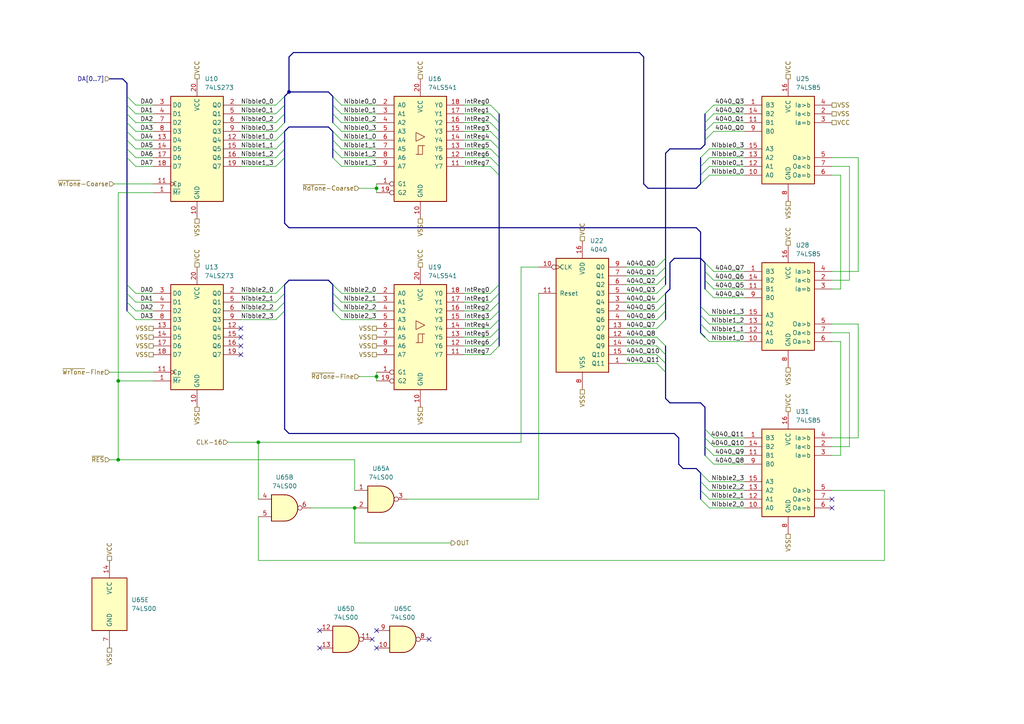
<source format=kicad_sch>
(kicad_sch
	(version 20250114)
	(generator "eeschema")
	(generator_version "9.0")
	(uuid "25dce793-1bcf-468b-aae6-d33071100e44")
	(paper "A4")
	(lib_symbols
		(symbol "4xxx:4040"
			(pin_names
				(offset 1.016)
			)
			(exclude_from_sim no)
			(in_bom yes)
			(on_board yes)
			(property "Reference" "U"
				(at -7.62 16.51 0)
				(effects
					(font
						(size 1.27 1.27)
					)
				)
			)
			(property "Value" "4040"
				(at -7.62 -19.05 0)
				(effects
					(font
						(size 1.27 1.27)
					)
				)
			)
			(property "Footprint" ""
				(at 0 0 0)
				(effects
					(font
						(size 1.27 1.27)
					)
					(hide yes)
				)
			)
			(property "Datasheet" "http://www.intersil.com/content/dam/Intersil/documents/cd40/cd4020bms-24bms-40bms.pdf"
				(at 0 0 0)
				(effects
					(font
						(size 1.27 1.27)
					)
					(hide yes)
				)
			)
			(property "Description" "Binary Counter 12 stages (Asynchronous)"
				(at 0 0 0)
				(effects
					(font
						(size 1.27 1.27)
					)
					(hide yes)
				)
			)
			(property "ki_locked" ""
				(at 0 0 0)
				(effects
					(font
						(size 1.27 1.27)
					)
				)
			)
			(property "ki_keywords" "CMOS CNT CNT12"
				(at 0 0 0)
				(effects
					(font
						(size 1.27 1.27)
					)
					(hide yes)
				)
			)
			(property "ki_fp_filters" "DIP?16*"
				(at 0 0 0)
				(effects
					(font
						(size 1.27 1.27)
					)
					(hide yes)
				)
			)
			(symbol "4040_1_0"
				(pin input inverted_clock
					(at -12.7 12.7 0)
					(length 5.08)
					(name "CLK"
						(effects
							(font
								(size 1.27 1.27)
							)
						)
					)
					(number "10"
						(effects
							(font
								(size 1.27 1.27)
							)
						)
					)
				)
				(pin input line
					(at -12.7 5.08 0)
					(length 5.08)
					(name "Reset"
						(effects
							(font
								(size 1.27 1.27)
							)
						)
					)
					(number "11"
						(effects
							(font
								(size 1.27 1.27)
							)
						)
					)
				)
				(pin power_in line
					(at 0 20.32 270)
					(length 5.08)
					(name "VDD"
						(effects
							(font
								(size 1.27 1.27)
							)
						)
					)
					(number "16"
						(effects
							(font
								(size 1.27 1.27)
							)
						)
					)
				)
				(pin power_in line
					(at 0 -22.86 90)
					(length 5.08)
					(name "VSS"
						(effects
							(font
								(size 1.27 1.27)
							)
						)
					)
					(number "8"
						(effects
							(font
								(size 1.27 1.27)
							)
						)
					)
				)
				(pin output line
					(at 12.7 12.7 180)
					(length 5.08)
					(name "Q0"
						(effects
							(font
								(size 1.27 1.27)
							)
						)
					)
					(number "9"
						(effects
							(font
								(size 1.27 1.27)
							)
						)
					)
				)
				(pin output line
					(at 12.7 10.16 180)
					(length 5.08)
					(name "Q1"
						(effects
							(font
								(size 1.27 1.27)
							)
						)
					)
					(number "7"
						(effects
							(font
								(size 1.27 1.27)
							)
						)
					)
				)
				(pin output line
					(at 12.7 7.62 180)
					(length 5.08)
					(name "Q2"
						(effects
							(font
								(size 1.27 1.27)
							)
						)
					)
					(number "6"
						(effects
							(font
								(size 1.27 1.27)
							)
						)
					)
				)
				(pin output line
					(at 12.7 5.08 180)
					(length 5.08)
					(name "Q3"
						(effects
							(font
								(size 1.27 1.27)
							)
						)
					)
					(number "5"
						(effects
							(font
								(size 1.27 1.27)
							)
						)
					)
				)
				(pin output line
					(at 12.7 2.54 180)
					(length 5.08)
					(name "Q4"
						(effects
							(font
								(size 1.27 1.27)
							)
						)
					)
					(number "3"
						(effects
							(font
								(size 1.27 1.27)
							)
						)
					)
				)
				(pin output line
					(at 12.7 0 180)
					(length 5.08)
					(name "Q5"
						(effects
							(font
								(size 1.27 1.27)
							)
						)
					)
					(number "2"
						(effects
							(font
								(size 1.27 1.27)
							)
						)
					)
				)
				(pin output line
					(at 12.7 -2.54 180)
					(length 5.08)
					(name "Q6"
						(effects
							(font
								(size 1.27 1.27)
							)
						)
					)
					(number "4"
						(effects
							(font
								(size 1.27 1.27)
							)
						)
					)
				)
				(pin output line
					(at 12.7 -5.08 180)
					(length 5.08)
					(name "Q7"
						(effects
							(font
								(size 1.27 1.27)
							)
						)
					)
					(number "13"
						(effects
							(font
								(size 1.27 1.27)
							)
						)
					)
				)
				(pin output line
					(at 12.7 -7.62 180)
					(length 5.08)
					(name "Q8"
						(effects
							(font
								(size 1.27 1.27)
							)
						)
					)
					(number "12"
						(effects
							(font
								(size 1.27 1.27)
							)
						)
					)
				)
				(pin output line
					(at 12.7 -10.16 180)
					(length 5.08)
					(name "Q9"
						(effects
							(font
								(size 1.27 1.27)
							)
						)
					)
					(number "14"
						(effects
							(font
								(size 1.27 1.27)
							)
						)
					)
				)
				(pin output line
					(at 12.7 -12.7 180)
					(length 5.08)
					(name "Q10"
						(effects
							(font
								(size 1.27 1.27)
							)
						)
					)
					(number "15"
						(effects
							(font
								(size 1.27 1.27)
							)
						)
					)
				)
				(pin output line
					(at 12.7 -15.24 180)
					(length 5.08)
					(name "Q11"
						(effects
							(font
								(size 1.27 1.27)
							)
						)
					)
					(number "1"
						(effects
							(font
								(size 1.27 1.27)
							)
						)
					)
				)
			)
			(symbol "4040_1_1"
				(rectangle
					(start -7.62 15.24)
					(end 7.62 -17.78)
					(stroke
						(width 0.254)
						(type default)
					)
					(fill
						(type background)
					)
				)
			)
			(embedded_fonts no)
		)
		(symbol "74xx:74LS00"
			(pin_names
				(offset 1.016)
			)
			(exclude_from_sim no)
			(in_bom yes)
			(on_board yes)
			(property "Reference" "U"
				(at 0 1.27 0)
				(effects
					(font
						(size 1.27 1.27)
					)
				)
			)
			(property "Value" "74LS00"
				(at 0 -1.27 0)
				(effects
					(font
						(size 1.27 1.27)
					)
				)
			)
			(property "Footprint" ""
				(at 0 0 0)
				(effects
					(font
						(size 1.27 1.27)
					)
					(hide yes)
				)
			)
			(property "Datasheet" "http://www.ti.com/lit/gpn/sn74ls00"
				(at 0 0 0)
				(effects
					(font
						(size 1.27 1.27)
					)
					(hide yes)
				)
			)
			(property "Description" "quad 2-input NAND gate"
				(at 0 0 0)
				(effects
					(font
						(size 1.27 1.27)
					)
					(hide yes)
				)
			)
			(property "ki_locked" ""
				(at 0 0 0)
				(effects
					(font
						(size 1.27 1.27)
					)
				)
			)
			(property "ki_keywords" "TTL nand 2-input"
				(at 0 0 0)
				(effects
					(font
						(size 1.27 1.27)
					)
					(hide yes)
				)
			)
			(property "ki_fp_filters" "DIP*W7.62mm* SO14*"
				(at 0 0 0)
				(effects
					(font
						(size 1.27 1.27)
					)
					(hide yes)
				)
			)
			(symbol "74LS00_1_1"
				(arc
					(start 0 3.81)
					(mid 3.7934 0)
					(end 0 -3.81)
					(stroke
						(width 0.254)
						(type default)
					)
					(fill
						(type background)
					)
				)
				(polyline
					(pts
						(xy 0 3.81) (xy -3.81 3.81) (xy -3.81 -3.81) (xy 0 -3.81)
					)
					(stroke
						(width 0.254)
						(type default)
					)
					(fill
						(type background)
					)
				)
				(pin input line
					(at -7.62 2.54 0)
					(length 3.81)
					(name "~"
						(effects
							(font
								(size 1.27 1.27)
							)
						)
					)
					(number "1"
						(effects
							(font
								(size 1.27 1.27)
							)
						)
					)
				)
				(pin input line
					(at -7.62 -2.54 0)
					(length 3.81)
					(name "~"
						(effects
							(font
								(size 1.27 1.27)
							)
						)
					)
					(number "2"
						(effects
							(font
								(size 1.27 1.27)
							)
						)
					)
				)
				(pin output inverted
					(at 7.62 0 180)
					(length 3.81)
					(name "~"
						(effects
							(font
								(size 1.27 1.27)
							)
						)
					)
					(number "3"
						(effects
							(font
								(size 1.27 1.27)
							)
						)
					)
				)
			)
			(symbol "74LS00_1_2"
				(arc
					(start -3.81 3.81)
					(mid -2.589 0)
					(end -3.81 -3.81)
					(stroke
						(width 0.254)
						(type default)
					)
					(fill
						(type none)
					)
				)
				(polyline
					(pts
						(xy -3.81 3.81) (xy -0.635 3.81)
					)
					(stroke
						(width 0.254)
						(type default)
					)
					(fill
						(type background)
					)
				)
				(polyline
					(pts
						(xy -3.81 -3.81) (xy -0.635 -3.81)
					)
					(stroke
						(width 0.254)
						(type default)
					)
					(fill
						(type background)
					)
				)
				(arc
					(start 3.81 0)
					(mid 2.1855 -2.584)
					(end -0.6096 -3.81)
					(stroke
						(width 0.254)
						(type default)
					)
					(fill
						(type background)
					)
				)
				(arc
					(start -0.6096 3.81)
					(mid 2.1928 2.5924)
					(end 3.81 0)
					(stroke
						(width 0.254)
						(type default)
					)
					(fill
						(type background)
					)
				)
				(polyline
					(pts
						(xy -0.635 3.81) (xy -3.81 3.81) (xy -3.81 3.81) (xy -3.556 3.4036) (xy -3.0226 2.2606) (xy -2.6924 1.0414)
						(xy -2.6162 -0.254) (xy -2.7686 -1.4986) (xy -3.175 -2.7178) (xy -3.81 -3.81) (xy -3.81 -3.81)
						(xy -0.635 -3.81)
					)
					(stroke
						(width -25.4)
						(type default)
					)
					(fill
						(type background)
					)
				)
				(pin input inverted
					(at -7.62 2.54 0)
					(length 4.318)
					(name "~"
						(effects
							(font
								(size 1.27 1.27)
							)
						)
					)
					(number "1"
						(effects
							(font
								(size 1.27 1.27)
							)
						)
					)
				)
				(pin input inverted
					(at -7.62 -2.54 0)
					(length 4.318)
					(name "~"
						(effects
							(font
								(size 1.27 1.27)
							)
						)
					)
					(number "2"
						(effects
							(font
								(size 1.27 1.27)
							)
						)
					)
				)
				(pin output line
					(at 7.62 0 180)
					(length 3.81)
					(name "~"
						(effects
							(font
								(size 1.27 1.27)
							)
						)
					)
					(number "3"
						(effects
							(font
								(size 1.27 1.27)
							)
						)
					)
				)
			)
			(symbol "74LS00_2_1"
				(arc
					(start 0 3.81)
					(mid 3.7934 0)
					(end 0 -3.81)
					(stroke
						(width 0.254)
						(type default)
					)
					(fill
						(type background)
					)
				)
				(polyline
					(pts
						(xy 0 3.81) (xy -3.81 3.81) (xy -3.81 -3.81) (xy 0 -3.81)
					)
					(stroke
						(width 0.254)
						(type default)
					)
					(fill
						(type background)
					)
				)
				(pin input line
					(at -7.62 2.54 0)
					(length 3.81)
					(name "~"
						(effects
							(font
								(size 1.27 1.27)
							)
						)
					)
					(number "4"
						(effects
							(font
								(size 1.27 1.27)
							)
						)
					)
				)
				(pin input line
					(at -7.62 -2.54 0)
					(length 3.81)
					(name "~"
						(effects
							(font
								(size 1.27 1.27)
							)
						)
					)
					(number "5"
						(effects
							(font
								(size 1.27 1.27)
							)
						)
					)
				)
				(pin output inverted
					(at 7.62 0 180)
					(length 3.81)
					(name "~"
						(effects
							(font
								(size 1.27 1.27)
							)
						)
					)
					(number "6"
						(effects
							(font
								(size 1.27 1.27)
							)
						)
					)
				)
			)
			(symbol "74LS00_2_2"
				(arc
					(start -3.81 3.81)
					(mid -2.589 0)
					(end -3.81 -3.81)
					(stroke
						(width 0.254)
						(type default)
					)
					(fill
						(type none)
					)
				)
				(polyline
					(pts
						(xy -3.81 3.81) (xy -0.635 3.81)
					)
					(stroke
						(width 0.254)
						(type default)
					)
					(fill
						(type background)
					)
				)
				(polyline
					(pts
						(xy -3.81 -3.81) (xy -0.635 -3.81)
					)
					(stroke
						(width 0.254)
						(type default)
					)
					(fill
						(type background)
					)
				)
				(arc
					(start 3.81 0)
					(mid 2.1855 -2.584)
					(end -0.6096 -3.81)
					(stroke
						(width 0.254)
						(type default)
					)
					(fill
						(type background)
					)
				)
				(arc
					(start -0.6096 3.81)
					(mid 2.1928 2.5924)
					(end 3.81 0)
					(stroke
						(width 0.254)
						(type default)
					)
					(fill
						(type background)
					)
				)
				(polyline
					(pts
						(xy -0.635 3.81) (xy -3.81 3.81) (xy -3.81 3.81) (xy -3.556 3.4036) (xy -3.0226 2.2606) (xy -2.6924 1.0414)
						(xy -2.6162 -0.254) (xy -2.7686 -1.4986) (xy -3.175 -2.7178) (xy -3.81 -3.81) (xy -3.81 -3.81)
						(xy -0.635 -3.81)
					)
					(stroke
						(width -25.4)
						(type default)
					)
					(fill
						(type background)
					)
				)
				(pin input inverted
					(at -7.62 2.54 0)
					(length 4.318)
					(name "~"
						(effects
							(font
								(size 1.27 1.27)
							)
						)
					)
					(number "4"
						(effects
							(font
								(size 1.27 1.27)
							)
						)
					)
				)
				(pin input inverted
					(at -7.62 -2.54 0)
					(length 4.318)
					(name "~"
						(effects
							(font
								(size 1.27 1.27)
							)
						)
					)
					(number "5"
						(effects
							(font
								(size 1.27 1.27)
							)
						)
					)
				)
				(pin output line
					(at 7.62 0 180)
					(length 3.81)
					(name "~"
						(effects
							(font
								(size 1.27 1.27)
							)
						)
					)
					(number "6"
						(effects
							(font
								(size 1.27 1.27)
							)
						)
					)
				)
			)
			(symbol "74LS00_3_1"
				(arc
					(start 0 3.81)
					(mid 3.7934 0)
					(end 0 -3.81)
					(stroke
						(width 0.254)
						(type default)
					)
					(fill
						(type background)
					)
				)
				(polyline
					(pts
						(xy 0 3.81) (xy -3.81 3.81) (xy -3.81 -3.81) (xy 0 -3.81)
					)
					(stroke
						(width 0.254)
						(type default)
					)
					(fill
						(type background)
					)
				)
				(pin input line
					(at -7.62 2.54 0)
					(length 3.81)
					(name "~"
						(effects
							(font
								(size 1.27 1.27)
							)
						)
					)
					(number "9"
						(effects
							(font
								(size 1.27 1.27)
							)
						)
					)
				)
				(pin input line
					(at -7.62 -2.54 0)
					(length 3.81)
					(name "~"
						(effects
							(font
								(size 1.27 1.27)
							)
						)
					)
					(number "10"
						(effects
							(font
								(size 1.27 1.27)
							)
						)
					)
				)
				(pin output inverted
					(at 7.62 0 180)
					(length 3.81)
					(name "~"
						(effects
							(font
								(size 1.27 1.27)
							)
						)
					)
					(number "8"
						(effects
							(font
								(size 1.27 1.27)
							)
						)
					)
				)
			)
			(symbol "74LS00_3_2"
				(arc
					(start -3.81 3.81)
					(mid -2.589 0)
					(end -3.81 -3.81)
					(stroke
						(width 0.254)
						(type default)
					)
					(fill
						(type none)
					)
				)
				(polyline
					(pts
						(xy -3.81 3.81) (xy -0.635 3.81)
					)
					(stroke
						(width 0.254)
						(type default)
					)
					(fill
						(type background)
					)
				)
				(polyline
					(pts
						(xy -3.81 -3.81) (xy -0.635 -3.81)
					)
					(stroke
						(width 0.254)
						(type default)
					)
					(fill
						(type background)
					)
				)
				(arc
					(start 3.81 0)
					(mid 2.1855 -2.584)
					(end -0.6096 -3.81)
					(stroke
						(width 0.254)
						(type default)
					)
					(fill
						(type background)
					)
				)
				(arc
					(start -0.6096 3.81)
					(mid 2.1928 2.5924)
					(end 3.81 0)
					(stroke
						(width 0.254)
						(type default)
					)
					(fill
						(type background)
					)
				)
				(polyline
					(pts
						(xy -0.635 3.81) (xy -3.81 3.81) (xy -3.81 3.81) (xy -3.556 3.4036) (xy -3.0226 2.2606) (xy -2.6924 1.0414)
						(xy -2.6162 -0.254) (xy -2.7686 -1.4986) (xy -3.175 -2.7178) (xy -3.81 -3.81) (xy -3.81 -3.81)
						(xy -0.635 -3.81)
					)
					(stroke
						(width -25.4)
						(type default)
					)
					(fill
						(type background)
					)
				)
				(pin input inverted
					(at -7.62 2.54 0)
					(length 4.318)
					(name "~"
						(effects
							(font
								(size 1.27 1.27)
							)
						)
					)
					(number "9"
						(effects
							(font
								(size 1.27 1.27)
							)
						)
					)
				)
				(pin input inverted
					(at -7.62 -2.54 0)
					(length 4.318)
					(name "~"
						(effects
							(font
								(size 1.27 1.27)
							)
						)
					)
					(number "10"
						(effects
							(font
								(size 1.27 1.27)
							)
						)
					)
				)
				(pin output line
					(at 7.62 0 180)
					(length 3.81)
					(name "~"
						(effects
							(font
								(size 1.27 1.27)
							)
						)
					)
					(number "8"
						(effects
							(font
								(size 1.27 1.27)
							)
						)
					)
				)
			)
			(symbol "74LS00_4_1"
				(arc
					(start 0 3.81)
					(mid 3.7934 0)
					(end 0 -3.81)
					(stroke
						(width 0.254)
						(type default)
					)
					(fill
						(type background)
					)
				)
				(polyline
					(pts
						(xy 0 3.81) (xy -3.81 3.81) (xy -3.81 -3.81) (xy 0 -3.81)
					)
					(stroke
						(width 0.254)
						(type default)
					)
					(fill
						(type background)
					)
				)
				(pin input line
					(at -7.62 2.54 0)
					(length 3.81)
					(name "~"
						(effects
							(font
								(size 1.27 1.27)
							)
						)
					)
					(number "12"
						(effects
							(font
								(size 1.27 1.27)
							)
						)
					)
				)
				(pin input line
					(at -7.62 -2.54 0)
					(length 3.81)
					(name "~"
						(effects
							(font
								(size 1.27 1.27)
							)
						)
					)
					(number "13"
						(effects
							(font
								(size 1.27 1.27)
							)
						)
					)
				)
				(pin output inverted
					(at 7.62 0 180)
					(length 3.81)
					(name "~"
						(effects
							(font
								(size 1.27 1.27)
							)
						)
					)
					(number "11"
						(effects
							(font
								(size 1.27 1.27)
							)
						)
					)
				)
			)
			(symbol "74LS00_4_2"
				(arc
					(start -3.81 3.81)
					(mid -2.589 0)
					(end -3.81 -3.81)
					(stroke
						(width 0.254)
						(type default)
					)
					(fill
						(type none)
					)
				)
				(polyline
					(pts
						(xy -3.81 3.81) (xy -0.635 3.81)
					)
					(stroke
						(width 0.254)
						(type default)
					)
					(fill
						(type background)
					)
				)
				(polyline
					(pts
						(xy -3.81 -3.81) (xy -0.635 -3.81)
					)
					(stroke
						(width 0.254)
						(type default)
					)
					(fill
						(type background)
					)
				)
				(arc
					(start 3.81 0)
					(mid 2.1855 -2.584)
					(end -0.6096 -3.81)
					(stroke
						(width 0.254)
						(type default)
					)
					(fill
						(type background)
					)
				)
				(arc
					(start -0.6096 3.81)
					(mid 2.1928 2.5924)
					(end 3.81 0)
					(stroke
						(width 0.254)
						(type default)
					)
					(fill
						(type background)
					)
				)
				(polyline
					(pts
						(xy -0.635 3.81) (xy -3.81 3.81) (xy -3.81 3.81) (xy -3.556 3.4036) (xy -3.0226 2.2606) (xy -2.6924 1.0414)
						(xy -2.6162 -0.254) (xy -2.7686 -1.4986) (xy -3.175 -2.7178) (xy -3.81 -3.81) (xy -3.81 -3.81)
						(xy -0.635 -3.81)
					)
					(stroke
						(width -25.4)
						(type default)
					)
					(fill
						(type background)
					)
				)
				(pin input inverted
					(at -7.62 2.54 0)
					(length 4.318)
					(name "~"
						(effects
							(font
								(size 1.27 1.27)
							)
						)
					)
					(number "12"
						(effects
							(font
								(size 1.27 1.27)
							)
						)
					)
				)
				(pin input inverted
					(at -7.62 -2.54 0)
					(length 4.318)
					(name "~"
						(effects
							(font
								(size 1.27 1.27)
							)
						)
					)
					(number "13"
						(effects
							(font
								(size 1.27 1.27)
							)
						)
					)
				)
				(pin output line
					(at 7.62 0 180)
					(length 3.81)
					(name "~"
						(effects
							(font
								(size 1.27 1.27)
							)
						)
					)
					(number "11"
						(effects
							(font
								(size 1.27 1.27)
							)
						)
					)
				)
			)
			(symbol "74LS00_5_0"
				(pin power_in line
					(at 0 12.7 270)
					(length 5.08)
					(name "VCC"
						(effects
							(font
								(size 1.27 1.27)
							)
						)
					)
					(number "14"
						(effects
							(font
								(size 1.27 1.27)
							)
						)
					)
				)
				(pin power_in line
					(at 0 -12.7 90)
					(length 5.08)
					(name "GND"
						(effects
							(font
								(size 1.27 1.27)
							)
						)
					)
					(number "7"
						(effects
							(font
								(size 1.27 1.27)
							)
						)
					)
				)
			)
			(symbol "74LS00_5_1"
				(rectangle
					(start -5.08 7.62)
					(end 5.08 -7.62)
					(stroke
						(width 0.254)
						(type default)
					)
					(fill
						(type background)
					)
				)
			)
			(embedded_fonts no)
		)
		(symbol "74xx:74LS273"
			(exclude_from_sim no)
			(in_bom yes)
			(on_board yes)
			(property "Reference" "U"
				(at -7.62 16.51 0)
				(effects
					(font
						(size 1.27 1.27)
					)
				)
			)
			(property "Value" "74LS273"
				(at -7.62 -16.51 0)
				(effects
					(font
						(size 1.27 1.27)
					)
				)
			)
			(property "Footprint" ""
				(at 0 0 0)
				(effects
					(font
						(size 1.27 1.27)
					)
					(hide yes)
				)
			)
			(property "Datasheet" "http://www.ti.com/lit/gpn/sn74LS273"
				(at 0 0 0)
				(effects
					(font
						(size 1.27 1.27)
					)
					(hide yes)
				)
			)
			(property "Description" "8-bit D Flip-Flop, reset"
				(at 0 0 0)
				(effects
					(font
						(size 1.27 1.27)
					)
					(hide yes)
				)
			)
			(property "ki_keywords" "TTL DFF DFF8"
				(at 0 0 0)
				(effects
					(font
						(size 1.27 1.27)
					)
					(hide yes)
				)
			)
			(property "ki_fp_filters" "DIP?20* SO?20* SOIC?20*"
				(at 0 0 0)
				(effects
					(font
						(size 1.27 1.27)
					)
					(hide yes)
				)
			)
			(symbol "74LS273_1_0"
				(pin input line
					(at -12.7 12.7 0)
					(length 5.08)
					(name "D0"
						(effects
							(font
								(size 1.27 1.27)
							)
						)
					)
					(number "3"
						(effects
							(font
								(size 1.27 1.27)
							)
						)
					)
				)
				(pin input line
					(at -12.7 10.16 0)
					(length 5.08)
					(name "D1"
						(effects
							(font
								(size 1.27 1.27)
							)
						)
					)
					(number "4"
						(effects
							(font
								(size 1.27 1.27)
							)
						)
					)
				)
				(pin input line
					(at -12.7 7.62 0)
					(length 5.08)
					(name "D2"
						(effects
							(font
								(size 1.27 1.27)
							)
						)
					)
					(number "7"
						(effects
							(font
								(size 1.27 1.27)
							)
						)
					)
				)
				(pin input line
					(at -12.7 5.08 0)
					(length 5.08)
					(name "D3"
						(effects
							(font
								(size 1.27 1.27)
							)
						)
					)
					(number "8"
						(effects
							(font
								(size 1.27 1.27)
							)
						)
					)
				)
				(pin input line
					(at -12.7 2.54 0)
					(length 5.08)
					(name "D4"
						(effects
							(font
								(size 1.27 1.27)
							)
						)
					)
					(number "13"
						(effects
							(font
								(size 1.27 1.27)
							)
						)
					)
				)
				(pin input line
					(at -12.7 0 0)
					(length 5.08)
					(name "D5"
						(effects
							(font
								(size 1.27 1.27)
							)
						)
					)
					(number "14"
						(effects
							(font
								(size 1.27 1.27)
							)
						)
					)
				)
				(pin input line
					(at -12.7 -2.54 0)
					(length 5.08)
					(name "D6"
						(effects
							(font
								(size 1.27 1.27)
							)
						)
					)
					(number "17"
						(effects
							(font
								(size 1.27 1.27)
							)
						)
					)
				)
				(pin input line
					(at -12.7 -5.08 0)
					(length 5.08)
					(name "D7"
						(effects
							(font
								(size 1.27 1.27)
							)
						)
					)
					(number "18"
						(effects
							(font
								(size 1.27 1.27)
							)
						)
					)
				)
				(pin input clock
					(at -12.7 -10.16 0)
					(length 5.08)
					(name "Cp"
						(effects
							(font
								(size 1.27 1.27)
							)
						)
					)
					(number "11"
						(effects
							(font
								(size 1.27 1.27)
							)
						)
					)
				)
				(pin input line
					(at -12.7 -12.7 0)
					(length 5.08)
					(name "~{Mr}"
						(effects
							(font
								(size 1.27 1.27)
							)
						)
					)
					(number "1"
						(effects
							(font
								(size 1.27 1.27)
							)
						)
					)
				)
				(pin power_in line
					(at 0 20.32 270)
					(length 5.08)
					(name "VCC"
						(effects
							(font
								(size 1.27 1.27)
							)
						)
					)
					(number "20"
						(effects
							(font
								(size 1.27 1.27)
							)
						)
					)
				)
				(pin power_in line
					(at 0 -20.32 90)
					(length 5.08)
					(name "GND"
						(effects
							(font
								(size 1.27 1.27)
							)
						)
					)
					(number "10"
						(effects
							(font
								(size 1.27 1.27)
							)
						)
					)
				)
				(pin output line
					(at 12.7 12.7 180)
					(length 5.08)
					(name "Q0"
						(effects
							(font
								(size 1.27 1.27)
							)
						)
					)
					(number "2"
						(effects
							(font
								(size 1.27 1.27)
							)
						)
					)
				)
				(pin output line
					(at 12.7 10.16 180)
					(length 5.08)
					(name "Q1"
						(effects
							(font
								(size 1.27 1.27)
							)
						)
					)
					(number "5"
						(effects
							(font
								(size 1.27 1.27)
							)
						)
					)
				)
				(pin output line
					(at 12.7 7.62 180)
					(length 5.08)
					(name "Q2"
						(effects
							(font
								(size 1.27 1.27)
							)
						)
					)
					(number "6"
						(effects
							(font
								(size 1.27 1.27)
							)
						)
					)
				)
				(pin output line
					(at 12.7 5.08 180)
					(length 5.08)
					(name "Q3"
						(effects
							(font
								(size 1.27 1.27)
							)
						)
					)
					(number "9"
						(effects
							(font
								(size 1.27 1.27)
							)
						)
					)
				)
				(pin output line
					(at 12.7 2.54 180)
					(length 5.08)
					(name "Q4"
						(effects
							(font
								(size 1.27 1.27)
							)
						)
					)
					(number "12"
						(effects
							(font
								(size 1.27 1.27)
							)
						)
					)
				)
				(pin output line
					(at 12.7 0 180)
					(length 5.08)
					(name "Q5"
						(effects
							(font
								(size 1.27 1.27)
							)
						)
					)
					(number "15"
						(effects
							(font
								(size 1.27 1.27)
							)
						)
					)
				)
				(pin output line
					(at 12.7 -2.54 180)
					(length 5.08)
					(name "Q6"
						(effects
							(font
								(size 1.27 1.27)
							)
						)
					)
					(number "16"
						(effects
							(font
								(size 1.27 1.27)
							)
						)
					)
				)
				(pin output line
					(at 12.7 -5.08 180)
					(length 5.08)
					(name "Q7"
						(effects
							(font
								(size 1.27 1.27)
							)
						)
					)
					(number "19"
						(effects
							(font
								(size 1.27 1.27)
							)
						)
					)
				)
			)
			(symbol "74LS273_1_1"
				(rectangle
					(start -7.62 15.24)
					(end 7.62 -15.24)
					(stroke
						(width 0.254)
						(type default)
					)
					(fill
						(type background)
					)
				)
			)
			(embedded_fonts no)
		)
		(symbol "74xx:74LS541"
			(pin_names
				(offset 1.016)
			)
			(exclude_from_sim no)
			(in_bom yes)
			(on_board yes)
			(property "Reference" "U"
				(at -7.62 16.51 0)
				(effects
					(font
						(size 1.27 1.27)
					)
				)
			)
			(property "Value" "74LS541"
				(at -7.62 -16.51 0)
				(effects
					(font
						(size 1.27 1.27)
					)
				)
			)
			(property "Footprint" ""
				(at 0 0 0)
				(effects
					(font
						(size 1.27 1.27)
					)
					(hide yes)
				)
			)
			(property "Datasheet" "http://www.ti.com/lit/gpn/sn74LS541"
				(at 0 0 0)
				(effects
					(font
						(size 1.27 1.27)
					)
					(hide yes)
				)
			)
			(property "Description" "8-bit Buffer/Line Driver 3-state outputs"
				(at 0 0 0)
				(effects
					(font
						(size 1.27 1.27)
					)
					(hide yes)
				)
			)
			(property "ki_locked" ""
				(at 0 0 0)
				(effects
					(font
						(size 1.27 1.27)
					)
				)
			)
			(property "ki_keywords" "TTL BUFFER 3State BUS"
				(at 0 0 0)
				(effects
					(font
						(size 1.27 1.27)
					)
					(hide yes)
				)
			)
			(property "ki_fp_filters" "DIP?20*"
				(at 0 0 0)
				(effects
					(font
						(size 1.27 1.27)
					)
					(hide yes)
				)
			)
			(symbol "74LS541_1_0"
				(polyline
					(pts
						(xy -1.27 -1.6002) (xy 0.635 -1.6002) (xy 0.635 0.9398) (xy 1.27 0.9398)
					)
					(stroke
						(width 0)
						(type default)
					)
					(fill
						(type none)
					)
				)
				(polyline
					(pts
						(xy -0.635 -1.6002) (xy -0.635 0.9398) (xy 0.635 0.9398)
					)
					(stroke
						(width 0)
						(type default)
					)
					(fill
						(type none)
					)
				)
				(polyline
					(pts
						(xy 1.27 3.4798) (xy -1.27 4.7498) (xy -1.27 2.2098) (xy 1.27 3.4798)
					)
					(stroke
						(width 0.1524)
						(type default)
					)
					(fill
						(type none)
					)
				)
				(pin input line
					(at -12.7 12.7 0)
					(length 5.08)
					(name "A0"
						(effects
							(font
								(size 1.27 1.27)
							)
						)
					)
					(number "2"
						(effects
							(font
								(size 1.27 1.27)
							)
						)
					)
				)
				(pin input line
					(at -12.7 10.16 0)
					(length 5.08)
					(name "A1"
						(effects
							(font
								(size 1.27 1.27)
							)
						)
					)
					(number "3"
						(effects
							(font
								(size 1.27 1.27)
							)
						)
					)
				)
				(pin input line
					(at -12.7 7.62 0)
					(length 5.08)
					(name "A2"
						(effects
							(font
								(size 1.27 1.27)
							)
						)
					)
					(number "4"
						(effects
							(font
								(size 1.27 1.27)
							)
						)
					)
				)
				(pin input line
					(at -12.7 5.08 0)
					(length 5.08)
					(name "A3"
						(effects
							(font
								(size 1.27 1.27)
							)
						)
					)
					(number "5"
						(effects
							(font
								(size 1.27 1.27)
							)
						)
					)
				)
				(pin input line
					(at -12.7 2.54 0)
					(length 5.08)
					(name "A4"
						(effects
							(font
								(size 1.27 1.27)
							)
						)
					)
					(number "6"
						(effects
							(font
								(size 1.27 1.27)
							)
						)
					)
				)
				(pin input line
					(at -12.7 0 0)
					(length 5.08)
					(name "A5"
						(effects
							(font
								(size 1.27 1.27)
							)
						)
					)
					(number "7"
						(effects
							(font
								(size 1.27 1.27)
							)
						)
					)
				)
				(pin input line
					(at -12.7 -2.54 0)
					(length 5.08)
					(name "A6"
						(effects
							(font
								(size 1.27 1.27)
							)
						)
					)
					(number "8"
						(effects
							(font
								(size 1.27 1.27)
							)
						)
					)
				)
				(pin input line
					(at -12.7 -5.08 0)
					(length 5.08)
					(name "A7"
						(effects
							(font
								(size 1.27 1.27)
							)
						)
					)
					(number "9"
						(effects
							(font
								(size 1.27 1.27)
							)
						)
					)
				)
				(pin input inverted
					(at -12.7 -10.16 0)
					(length 5.08)
					(name "G1"
						(effects
							(font
								(size 1.27 1.27)
							)
						)
					)
					(number "1"
						(effects
							(font
								(size 1.27 1.27)
							)
						)
					)
				)
				(pin input inverted
					(at -12.7 -12.7 0)
					(length 5.08)
					(name "G2"
						(effects
							(font
								(size 1.27 1.27)
							)
						)
					)
					(number "19"
						(effects
							(font
								(size 1.27 1.27)
							)
						)
					)
				)
				(pin power_in line
					(at 0 20.32 270)
					(length 5.08)
					(name "VCC"
						(effects
							(font
								(size 1.27 1.27)
							)
						)
					)
					(number "20"
						(effects
							(font
								(size 1.27 1.27)
							)
						)
					)
				)
				(pin power_in line
					(at 0 -20.32 90)
					(length 5.08)
					(name "GND"
						(effects
							(font
								(size 1.27 1.27)
							)
						)
					)
					(number "10"
						(effects
							(font
								(size 1.27 1.27)
							)
						)
					)
				)
				(pin tri_state line
					(at 12.7 12.7 180)
					(length 5.08)
					(name "Y0"
						(effects
							(font
								(size 1.27 1.27)
							)
						)
					)
					(number "18"
						(effects
							(font
								(size 1.27 1.27)
							)
						)
					)
				)
				(pin tri_state line
					(at 12.7 10.16 180)
					(length 5.08)
					(name "Y1"
						(effects
							(font
								(size 1.27 1.27)
							)
						)
					)
					(number "17"
						(effects
							(font
								(size 1.27 1.27)
							)
						)
					)
				)
				(pin tri_state line
					(at 12.7 7.62 180)
					(length 5.08)
					(name "Y2"
						(effects
							(font
								(size 1.27 1.27)
							)
						)
					)
					(number "16"
						(effects
							(font
								(size 1.27 1.27)
							)
						)
					)
				)
				(pin tri_state line
					(at 12.7 5.08 180)
					(length 5.08)
					(name "Y3"
						(effects
							(font
								(size 1.27 1.27)
							)
						)
					)
					(number "15"
						(effects
							(font
								(size 1.27 1.27)
							)
						)
					)
				)
				(pin tri_state line
					(at 12.7 2.54 180)
					(length 5.08)
					(name "Y4"
						(effects
							(font
								(size 1.27 1.27)
							)
						)
					)
					(number "14"
						(effects
							(font
								(size 1.27 1.27)
							)
						)
					)
				)
				(pin tri_state line
					(at 12.7 0 180)
					(length 5.08)
					(name "Y5"
						(effects
							(font
								(size 1.27 1.27)
							)
						)
					)
					(number "13"
						(effects
							(font
								(size 1.27 1.27)
							)
						)
					)
				)
				(pin tri_state line
					(at 12.7 -2.54 180)
					(length 5.08)
					(name "Y6"
						(effects
							(font
								(size 1.27 1.27)
							)
						)
					)
					(number "12"
						(effects
							(font
								(size 1.27 1.27)
							)
						)
					)
				)
				(pin tri_state line
					(at 12.7 -5.08 180)
					(length 5.08)
					(name "Y7"
						(effects
							(font
								(size 1.27 1.27)
							)
						)
					)
					(number "11"
						(effects
							(font
								(size 1.27 1.27)
							)
						)
					)
				)
			)
			(symbol "74LS541_1_1"
				(rectangle
					(start -7.62 15.24)
					(end 7.62 -15.24)
					(stroke
						(width 0.254)
						(type default)
					)
					(fill
						(type background)
					)
				)
			)
			(embedded_fonts no)
		)
		(symbol "74xx:74LS85"
			(pin_names
				(offset 1.016)
			)
			(exclude_from_sim no)
			(in_bom yes)
			(on_board yes)
			(property "Reference" "U"
				(at -7.62 13.97 0)
				(effects
					(font
						(size 1.27 1.27)
					)
				)
			)
			(property "Value" "74LS85"
				(at -7.62 -13.97 0)
				(effects
					(font
						(size 1.27 1.27)
					)
				)
			)
			(property "Footprint" ""
				(at 0 0 0)
				(effects
					(font
						(size 1.27 1.27)
					)
					(hide yes)
				)
			)
			(property "Datasheet" "http://www.ti.com/lit/gpn/sn74LS85"
				(at 0 0 0)
				(effects
					(font
						(size 1.27 1.27)
					)
					(hide yes)
				)
			)
			(property "Description" "4-bit Comparator"
				(at 0 0 0)
				(effects
					(font
						(size 1.27 1.27)
					)
					(hide yes)
				)
			)
			(property "ki_locked" ""
				(at 0 0 0)
				(effects
					(font
						(size 1.27 1.27)
					)
				)
			)
			(property "ki_keywords" "TTL COMP ARITH"
				(at 0 0 0)
				(effects
					(font
						(size 1.27 1.27)
					)
					(hide yes)
				)
			)
			(property "ki_fp_filters" "DIP?16*"
				(at 0 0 0)
				(effects
					(font
						(size 1.27 1.27)
					)
					(hide yes)
				)
			)
			(symbol "74LS85_1_0"
				(pin input line
					(at -12.7 10.16 0)
					(length 5.08)
					(name "B3"
						(effects
							(font
								(size 1.27 1.27)
							)
						)
					)
					(number "1"
						(effects
							(font
								(size 1.27 1.27)
							)
						)
					)
				)
				(pin input line
					(at -12.7 7.62 0)
					(length 5.08)
					(name "B2"
						(effects
							(font
								(size 1.27 1.27)
							)
						)
					)
					(number "14"
						(effects
							(font
								(size 1.27 1.27)
							)
						)
					)
				)
				(pin input line
					(at -12.7 5.08 0)
					(length 5.08)
					(name "B1"
						(effects
							(font
								(size 1.27 1.27)
							)
						)
					)
					(number "11"
						(effects
							(font
								(size 1.27 1.27)
							)
						)
					)
				)
				(pin input line
					(at -12.7 2.54 0)
					(length 5.08)
					(name "B0"
						(effects
							(font
								(size 1.27 1.27)
							)
						)
					)
					(number "9"
						(effects
							(font
								(size 1.27 1.27)
							)
						)
					)
				)
				(pin input line
					(at -12.7 -2.54 0)
					(length 5.08)
					(name "A3"
						(effects
							(font
								(size 1.27 1.27)
							)
						)
					)
					(number "15"
						(effects
							(font
								(size 1.27 1.27)
							)
						)
					)
				)
				(pin input line
					(at -12.7 -5.08 0)
					(length 5.08)
					(name "A2"
						(effects
							(font
								(size 1.27 1.27)
							)
						)
					)
					(number "13"
						(effects
							(font
								(size 1.27 1.27)
							)
						)
					)
				)
				(pin input line
					(at -12.7 -7.62 0)
					(length 5.08)
					(name "A1"
						(effects
							(font
								(size 1.27 1.27)
							)
						)
					)
					(number "12"
						(effects
							(font
								(size 1.27 1.27)
							)
						)
					)
				)
				(pin input line
					(at -12.7 -10.16 0)
					(length 5.08)
					(name "A0"
						(effects
							(font
								(size 1.27 1.27)
							)
						)
					)
					(number "10"
						(effects
							(font
								(size 1.27 1.27)
							)
						)
					)
				)
				(pin power_in line
					(at 0 17.78 270)
					(length 5.08)
					(name "VCC"
						(effects
							(font
								(size 1.27 1.27)
							)
						)
					)
					(number "16"
						(effects
							(font
								(size 1.27 1.27)
							)
						)
					)
				)
				(pin power_in line
					(at 0 -17.78 90)
					(length 5.08)
					(name "GND"
						(effects
							(font
								(size 1.27 1.27)
							)
						)
					)
					(number "8"
						(effects
							(font
								(size 1.27 1.27)
							)
						)
					)
				)
				(pin input line
					(at 12.7 10.16 180)
					(length 5.08)
					(name "Ia>b"
						(effects
							(font
								(size 1.27 1.27)
							)
						)
					)
					(number "4"
						(effects
							(font
								(size 1.27 1.27)
							)
						)
					)
				)
				(pin input line
					(at 12.7 7.62 180)
					(length 5.08)
					(name "Ia<b"
						(effects
							(font
								(size 1.27 1.27)
							)
						)
					)
					(number "2"
						(effects
							(font
								(size 1.27 1.27)
							)
						)
					)
				)
				(pin input line
					(at 12.7 5.08 180)
					(length 5.08)
					(name "Ia=b"
						(effects
							(font
								(size 1.27 1.27)
							)
						)
					)
					(number "3"
						(effects
							(font
								(size 1.27 1.27)
							)
						)
					)
				)
				(pin output line
					(at 12.7 -5.08 180)
					(length 5.08)
					(name "Oa>b"
						(effects
							(font
								(size 1.27 1.27)
							)
						)
					)
					(number "5"
						(effects
							(font
								(size 1.27 1.27)
							)
						)
					)
				)
				(pin output line
					(at 12.7 -7.62 180)
					(length 5.08)
					(name "Oa<b"
						(effects
							(font
								(size 1.27 1.27)
							)
						)
					)
					(number "7"
						(effects
							(font
								(size 1.27 1.27)
							)
						)
					)
				)
				(pin output line
					(at 12.7 -10.16 180)
					(length 5.08)
					(name "Oa=b"
						(effects
							(font
								(size 1.27 1.27)
							)
						)
					)
					(number "6"
						(effects
							(font
								(size 1.27 1.27)
							)
						)
					)
				)
			)
			(symbol "74LS85_1_1"
				(rectangle
					(start -7.62 12.7)
					(end 7.62 -12.7)
					(stroke
						(width 0.254)
						(type default)
					)
					(fill
						(type background)
					)
				)
			)
			(embedded_fonts no)
		)
	)
	(junction
		(at 102.87 147.32)
		(diameter 0)
		(color 0 0 0 0)
		(uuid "22c8a91c-40a7-4ede-9f93-f839ab204e40")
	)
	(junction
		(at 83.82 26.67)
		(diameter 0)
		(color 0 0 0 0)
		(uuid "376795c3-220b-4e17-928f-0ceac74715cb")
	)
	(junction
		(at 34.29 110.49)
		(diameter 0)
		(color 0 0 0 0)
		(uuid "37e55c9e-7cfe-4580-ae80-768ce2827c7f")
	)
	(junction
		(at 34.29 133.35)
		(diameter 0)
		(color 0 0 0 0)
		(uuid "3b967951-fa06-4147-8cce-3338d5aef7d8")
	)
	(junction
		(at 74.93 128.27)
		(diameter 0)
		(color 0 0 0 0)
		(uuid "682cd623-39f9-4a45-a195-4b0926223788")
	)
	(junction
		(at 109.22 109.22)
		(diameter 0)
		(color 0 0 0 0)
		(uuid "89a4b04e-f38f-49d5-8881-898dacd65a7b")
	)
	(junction
		(at 109.22 54.61)
		(diameter 0)
		(color 0 0 0 0)
		(uuid "b4cd6228-fd9a-4941-b0dc-128d96a78a7a")
	)
	(no_connect
		(at 241.3 144.78)
		(uuid "03b13189-a1cb-4a68-984d-6d7169d369d5")
	)
	(no_connect
		(at 92.71 182.88)
		(uuid "58992cdb-9518-4a1d-9296-82f7d970b704")
	)
	(no_connect
		(at 69.85 95.25)
		(uuid "78b5259d-a47f-4a78-8c07-96c5abce23b9")
	)
	(no_connect
		(at 241.3 147.32)
		(uuid "7aaee0ed-74c7-4a74-80f7-9414ff2a83ce")
	)
	(no_connect
		(at 107.95 185.42)
		(uuid "8290440f-f399-4eca-90cf-5ae1478f8bee")
	)
	(no_connect
		(at 69.85 97.79)
		(uuid "960986fd-6471-46fe-b266-13a319ddc320")
	)
	(no_connect
		(at 69.85 102.87)
		(uuid "b957ceba-1a43-49a4-b7fa-c5e36e733f34")
	)
	(no_connect
		(at 109.22 182.88)
		(uuid "c2af3e8e-e103-4646-b914-00c4c6dc800c")
	)
	(no_connect
		(at 109.22 187.96)
		(uuid "c6360a29-645b-46a1-a48a-0bd9db392218")
	)
	(no_connect
		(at 92.71 187.96)
		(uuid "d1a756d6-8999-4087-8e53-9df6df5ad3f2")
	)
	(no_connect
		(at 124.46 185.42)
		(uuid "d1df2004-3beb-4a60-a788-df4e24950092")
	)
	(no_connect
		(at 69.85 100.33)
		(uuid "f11dcaa5-c69b-43aa-a9b6-61a9e6b37fe7")
	)
	(bus_entry
		(at 36.83 85.09)
		(size 2.54 2.54)
		(stroke
			(width 0)
			(type default)
		)
		(uuid "01080e46-b5f6-4434-ae05-fd44820c1cc6")
	)
	(bus_entry
		(at 207.01 83.82)
		(size -2.54 -2.54)
		(stroke
			(width 0)
			(type default)
		)
		(uuid "05f2714a-9d13-4f7a-8c9f-4cbf6ce22a65")
	)
	(bus_entry
		(at 36.83 27.94)
		(size 2.54 2.54)
		(stroke
			(width 0)
			(type default)
		)
		(uuid "074ab9c8-589f-4e6d-96e9-217c671e9961")
	)
	(bus_entry
		(at 36.83 87.63)
		(size 2.54 2.54)
		(stroke
			(width 0)
			(type default)
		)
		(uuid "09c740eb-bd67-4e8d-a659-9491575b4ebc")
	)
	(bus_entry
		(at 190.5 105.41)
		(size 2.54 2.54)
		(stroke
			(width 0)
			(type default)
		)
		(uuid "0bffb28d-bb5c-41f2-ab2e-6b3673d96875")
	)
	(bus_entry
		(at 190.5 87.63)
		(size 2.54 -2.54)
		(stroke
			(width 0)
			(type default)
		)
		(uuid "0c585995-10fc-43b4-a2b4-70e8fb7fe37b")
	)
	(bus_entry
		(at 36.83 35.56)
		(size 2.54 2.54)
		(stroke
			(width 0)
			(type default)
		)
		(uuid "127a585f-399e-4c8f-be69-2060e0ad68af")
	)
	(bus_entry
		(at 99.06 87.63)
		(size -2.54 -2.54)
		(stroke
			(width 0)
			(type default)
		)
		(uuid "13005cdc-a8d9-4c84-82f2-5279ca27c16c")
	)
	(bus_entry
		(at 205.74 93.98)
		(size -2.54 -2.54)
		(stroke
			(width 0)
			(type default)
		)
		(uuid "15f596a8-dea6-46c7-9f53-3946c1a08236")
	)
	(bus_entry
		(at 207.01 134.62)
		(size -2.54 -2.54)
		(stroke
			(width 0)
			(type default)
		)
		(uuid "19424f8f-7350-495f-9339-b08108ee463f")
	)
	(bus_entry
		(at 80.01 48.26)
		(size 2.54 -2.54)
		(stroke
			(width 0)
			(type default)
		)
		(uuid "1b4da13c-50d7-4580-aa56-b20ef9f9a6d2")
	)
	(bus_entry
		(at 99.06 92.71)
		(size -2.54 -2.54)
		(stroke
			(width 0)
			(type default)
		)
		(uuid "1cd064ca-cd77-46af-9ef5-701f862eabd3")
	)
	(bus_entry
		(at 205.74 147.32)
		(size -2.54 -2.54)
		(stroke
			(width 0)
			(type default)
		)
		(uuid "1e195715-3ba0-4eec-8ce9-5c2c5b15e563")
	)
	(bus_entry
		(at 142.24 97.79)
		(size 2.54 -2.54)
		(stroke
			(width 0)
			(type default)
		)
		(uuid "219ebe85-4276-4067-a60a-254c8061d777")
	)
	(bus_entry
		(at 99.06 30.48)
		(size -2.54 -2.54)
		(stroke
			(width 0)
			(type default)
		)
		(uuid "21fd3247-ee60-4c5f-8382-c01943463fe0")
	)
	(bus_entry
		(at 99.06 90.17)
		(size -2.54 -2.54)
		(stroke
			(width 0)
			(type default)
		)
		(uuid "23cdaa3b-0266-4993-a365-e0c8b956b6a7")
	)
	(bus_entry
		(at 190.5 97.79)
		(size 2.54 2.54)
		(stroke
			(width 0)
			(type default)
		)
		(uuid "26633125-7c30-4e63-90ee-f4e5b09b3e07")
	)
	(bus_entry
		(at 190.5 77.47)
		(size 2.54 -2.54)
		(stroke
			(width 0)
			(type default)
		)
		(uuid "27821188-32aa-461b-ab20-4f8b78d4649e")
	)
	(bus_entry
		(at 80.01 30.48)
		(size 2.54 -2.54)
		(stroke
			(width 0)
			(type default)
		)
		(uuid "28b5cf83-aae5-4ca0-80be-aa0af2770f49")
	)
	(bus_entry
		(at 36.83 33.02)
		(size 2.54 2.54)
		(stroke
			(width 0)
			(type default)
		)
		(uuid "29aec203-702f-44b1-af53-6a6a0d39699f")
	)
	(bus_entry
		(at 36.83 82.55)
		(size 2.54 2.54)
		(stroke
			(width 0)
			(type default)
		)
		(uuid "2ba29133-d3c5-4cb0-a173-ba6d968e0b5c")
	)
	(bus_entry
		(at 190.5 90.17)
		(size 2.54 -2.54)
		(stroke
			(width 0)
			(type default)
		)
		(uuid "2cd14104-8a28-4428-82d4-a7c58099b8f9")
	)
	(bus_entry
		(at 80.01 87.63)
		(size 2.54 -2.54)
		(stroke
			(width 0)
			(type default)
		)
		(uuid "315b6cc2-36c2-4237-a010-16d03fce5047")
	)
	(bus_entry
		(at 205.74 96.52)
		(size -2.54 -2.54)
		(stroke
			(width 0)
			(type default)
		)
		(uuid "3605e8f1-b15b-40ed-a740-3ed0be490aa0")
	)
	(bus_entry
		(at 142.24 92.71)
		(size 2.54 -2.54)
		(stroke
			(width 0)
			(type default)
		)
		(uuid "37064250-006e-4103-95a0-f9b65afb9dde")
	)
	(bus_entry
		(at 207.01 78.74)
		(size -2.54 -2.54)
		(stroke
			(width 0)
			(type default)
		)
		(uuid "3f9ac07e-9f4f-4f64-92bb-9e9aa544c0a7")
	)
	(bus_entry
		(at 190.5 95.25)
		(size 2.54 -2.54)
		(stroke
			(width 0)
			(type default)
		)
		(uuid "4115b7a5-cc23-40cd-9820-d422554140d9")
	)
	(bus_entry
		(at 190.5 92.71)
		(size 2.54 -2.54)
		(stroke
			(width 0)
			(type default)
		)
		(uuid "42dbe248-dbed-4761-af83-2aae343f3af8")
	)
	(bus_entry
		(at 80.01 90.17)
		(size 2.54 -2.54)
		(stroke
			(width 0)
			(type default)
		)
		(uuid "4a301c32-0fcd-4718-9067-d143387e731e")
	)
	(bus_entry
		(at 142.24 38.1)
		(size 2.54 2.54)
		(stroke
			(width 0)
			(type default)
		)
		(uuid "5187be70-fbea-44eb-a391-67ef0cdcf66d")
	)
	(bus_entry
		(at 207.01 33.02)
		(size -2.54 2.54)
		(stroke
			(width 0)
			(type default)
		)
		(uuid "54bfafb1-fa69-4170-a6d7-57b83a729c7b")
	)
	(bus_entry
		(at 142.24 102.87)
		(size 2.54 -2.54)
		(stroke
			(width 0)
			(type default)
		)
		(uuid "54fb8a9f-f5ec-4b7c-a4d6-64c680c55d43")
	)
	(bus_entry
		(at 207.01 129.54)
		(size -2.54 -2.54)
		(stroke
			(width 0)
			(type default)
		)
		(uuid "5830a84e-7d79-4045-a8aa-316eec68d5d9")
	)
	(bus_entry
		(at 207.01 132.08)
		(size -2.54 -2.54)
		(stroke
			(width 0)
			(type default)
		)
		(uuid "5e539119-4085-42de-9798-d65c55989756")
	)
	(bus_entry
		(at 205.74 139.7)
		(size -2.54 -2.54)
		(stroke
			(width 0)
			(type default)
		)
		(uuid "5e5b1763-2fe2-4301-95e4-f92feda51505")
	)
	(bus_entry
		(at 207.01 38.1)
		(size -2.54 2.54)
		(stroke
			(width 0)
			(type default)
		)
		(uuid "5ef0a81c-1cb9-4403-b863-e82d173a4022")
	)
	(bus_entry
		(at 99.06 38.1)
		(size -2.54 -2.54)
		(stroke
			(width 0)
			(type default)
		)
		(uuid "5f39279f-9d91-496d-a543-f052fec23be9")
	)
	(bus_entry
		(at 80.01 92.71)
		(size 2.54 -2.54)
		(stroke
			(width 0)
			(type default)
		)
		(uuid "5ff75406-2027-48b5-bf34-99ab9474284f")
	)
	(bus_entry
		(at 205.74 45.72)
		(size -2.54 2.54)
		(stroke
			(width 0)
			(type default)
		)
		(uuid "60a35c95-d170-4662-8fdd-2f59ebb2b68f")
	)
	(bus_entry
		(at 80.01 85.09)
		(size 2.54 -2.54)
		(stroke
			(width 0)
			(type default)
		)
		(uuid "641e93a8-7338-486a-abcf-245117e3a23e")
	)
	(bus_entry
		(at 142.24 87.63)
		(size 2.54 -2.54)
		(stroke
			(width 0)
			(type default)
		)
		(uuid "6d128e4a-f704-4353-b2f9-24bdde59f212")
	)
	(bus_entry
		(at 80.01 33.02)
		(size 2.54 -2.54)
		(stroke
			(width 0)
			(type default)
		)
		(uuid "6d7819f4-85cc-4473-9502-dbb1b762b2a7")
	)
	(bus_entry
		(at 205.74 43.18)
		(size -2.54 2.54)
		(stroke
			(width 0)
			(type default)
		)
		(uuid "6e2f6005-9b7e-4ef0-be92-a317fcef4bec")
	)
	(bus_entry
		(at 142.24 48.26)
		(size 2.54 2.54)
		(stroke
			(width 0)
			(type default)
		)
		(uuid "71bd8227-e29d-4d9c-be9b-c70ac8a86cc6")
	)
	(bus_entry
		(at 205.74 142.24)
		(size -2.54 -2.54)
		(stroke
			(width 0)
			(type default)
		)
		(uuid "7471178f-d3b5-48bd-b41e-854a5e043a7e")
	)
	(bus_entry
		(at 36.83 90.17)
		(size 2.54 2.54)
		(stroke
			(width 0)
			(type default)
		)
		(uuid "75087767-eb66-4db8-9d04-f56c31a6b43a")
	)
	(bus_entry
		(at 99.06 33.02)
		(size -2.54 -2.54)
		(stroke
			(width 0)
			(type default)
		)
		(uuid "753a68c1-f3ed-4d00-b52b-432d80959d6d")
	)
	(bus_entry
		(at 190.5 100.33)
		(size 2.54 2.54)
		(stroke
			(width 0)
			(type default)
		)
		(uuid "75afbe66-e576-4f82-a04c-c07fd5b2b63a")
	)
	(bus_entry
		(at 205.74 144.78)
		(size -2.54 -2.54)
		(stroke
			(width 0)
			(type default)
		)
		(uuid "7784848e-567c-4641-bad0-4710077a4479")
	)
	(bus_entry
		(at 207.01 35.56)
		(size -2.54 2.54)
		(stroke
			(width 0)
			(type default)
		)
		(uuid "7a5b968b-2c08-4a86-9ad1-fbaffc59f6bd")
	)
	(bus_entry
		(at 142.24 33.02)
		(size 2.54 2.54)
		(stroke
			(width 0)
			(type default)
		)
		(uuid "816ae2ff-68ac-43c5-b572-532a9dd9e77e")
	)
	(bus_entry
		(at 80.01 35.56)
		(size 2.54 -2.54)
		(stroke
			(width 0)
			(type default)
		)
		(uuid "81be7d20-a90e-412a-b062-b6fc0c007baa")
	)
	(bus_entry
		(at 36.83 45.72)
		(size 2.54 2.54)
		(stroke
			(width 0)
			(type default)
		)
		(uuid "844f41b7-c30a-4e3c-9900-4042630943c2")
	)
	(bus_entry
		(at 190.5 85.09)
		(size 2.54 -2.54)
		(stroke
			(width 0)
			(type default)
		)
		(uuid "858f19c5-219a-4221-8c0d-5006396b04b7")
	)
	(bus_entry
		(at 99.06 40.64)
		(size -2.54 -2.54)
		(stroke
			(width 0)
			(type default)
		)
		(uuid "889c2caa-a72b-44dc-9fe8-ce411d897148")
	)
	(bus_entry
		(at 99.06 35.56)
		(size -2.54 -2.54)
		(stroke
			(width 0)
			(type default)
		)
		(uuid "891eb350-421e-449c-8591-743f666a8e3c")
	)
	(bus_entry
		(at 99.06 43.18)
		(size -2.54 -2.54)
		(stroke
			(width 0)
			(type default)
		)
		(uuid "8b537d5f-8d6b-455c-8959-d8c474bc30e4")
	)
	(bus_entry
		(at 207.01 30.48)
		(size -2.54 2.54)
		(stroke
			(width 0)
			(type default)
		)
		(uuid "926fc16a-9e79-41b0-9b46-9255325bcbf1")
	)
	(bus_entry
		(at 207.01 81.28)
		(size -2.54 -2.54)
		(stroke
			(width 0)
			(type default)
		)
		(uuid "94151b41-3650-4c97-ac73-2d007c5dc33a")
	)
	(bus_entry
		(at 190.5 102.87)
		(size 2.54 2.54)
		(stroke
			(width 0)
			(type default)
		)
		(uuid "94b0a7f9-41a3-4edd-84fc-94c34dc3b610")
	)
	(bus_entry
		(at 80.01 40.64)
		(size 2.54 -2.54)
		(stroke
			(width 0)
			(type default)
		)
		(uuid "96c9dc9a-0db7-4c07-ac8f-ada832d5a139")
	)
	(bus_entry
		(at 205.74 91.44)
		(size -2.54 -2.54)
		(stroke
			(width 0)
			(type default)
		)
		(uuid "a15fa5b0-ef1e-4f17-a0fe-490af2fbd9a3")
	)
	(bus_entry
		(at 142.24 40.64)
		(size 2.54 2.54)
		(stroke
			(width 0)
			(type default)
		)
		(uuid "a256c501-309e-449f-a015-ca000e6acec8")
	)
	(bus_entry
		(at 36.83 43.18)
		(size 2.54 2.54)
		(stroke
			(width 0)
			(type default)
		)
		(uuid "a4c2f56b-3c45-43cf-8627-624244ac88db")
	)
	(bus_entry
		(at 142.24 90.17)
		(size 2.54 -2.54)
		(stroke
			(width 0)
			(type default)
		)
		(uuid "a9ca1766-787f-447c-a48c-6e208c545bda")
	)
	(bus_entry
		(at 142.24 100.33)
		(size 2.54 -2.54)
		(stroke
			(width 0)
			(type default)
		)
		(uuid "b9777ff8-01e7-430b-a0f8-4e97b9c683fc")
	)
	(bus_entry
		(at 99.06 48.26)
		(size -2.54 -2.54)
		(stroke
			(width 0)
			(type default)
		)
		(uuid "c466eea8-a43c-491a-98a5-032869a0871e")
	)
	(bus_entry
		(at 80.01 38.1)
		(size 2.54 -2.54)
		(stroke
			(width 0)
			(type default)
		)
		(uuid "c8cfdcb8-1008-4e83-8f69-db3f782f3e1b")
	)
	(bus_entry
		(at 190.5 80.01)
		(size 2.54 -2.54)
		(stroke
			(width 0)
			(type default)
		)
		(uuid "c9823ac1-08c2-4bd1-8755-5e201066f5aa")
	)
	(bus_entry
		(at 190.5 82.55)
		(size 2.54 -2.54)
		(stroke
			(width 0)
			(type default)
		)
		(uuid "d21e931c-c6c5-4652-b24a-d53787ff2a08")
	)
	(bus_entry
		(at 36.83 38.1)
		(size 2.54 2.54)
		(stroke
			(width 0)
			(type default)
		)
		(uuid "d2a7a215-8260-4026-9560-7ea5b807a9cb")
	)
	(bus_entry
		(at 99.06 85.09)
		(size -2.54 -2.54)
		(stroke
			(width 0)
			(type default)
		)
		(uuid "d71edfca-0b44-49ba-8f14-729878d5e8cf")
	)
	(bus_entry
		(at 205.74 48.26)
		(size -2.54 2.54)
		(stroke
			(width 0)
			(type default)
		)
		(uuid "d75c4295-30cf-4bf3-ae96-73a3c36a96af")
	)
	(bus_entry
		(at 142.24 95.25)
		(size 2.54 -2.54)
		(stroke
			(width 0)
			(type default)
		)
		(uuid "d75f73d9-a923-4cbe-92b6-a81b9dd847d8")
	)
	(bus_entry
		(at 80.01 45.72)
		(size 2.54 -2.54)
		(stroke
			(width 0)
			(type default)
		)
		(uuid "d8c4ebfa-dc24-4646-b8a9-20371581037e")
	)
	(bus_entry
		(at 142.24 35.56)
		(size 2.54 2.54)
		(stroke
			(width 0)
			(type default)
		)
		(uuid "dd53abfd-6e37-4310-a379-4de60d1d55b1")
	)
	(bus_entry
		(at 205.74 99.06)
		(size -2.54 -2.54)
		(stroke
			(width 0)
			(type default)
		)
		(uuid "df9c7f61-8ae1-4a03-a6d1-0c1e07591959")
	)
	(bus_entry
		(at 142.24 85.09)
		(size 2.54 -2.54)
		(stroke
			(width 0)
			(type default)
		)
		(uuid "dfa046a8-ae6d-4b40-ab3d-f851b8be9be6")
	)
	(bus_entry
		(at 142.24 45.72)
		(size 2.54 2.54)
		(stroke
			(width 0)
			(type default)
		)
		(uuid "e0562329-02ba-4450-b9ae-52c190da7fdf")
	)
	(bus_entry
		(at 80.01 43.18)
		(size 2.54 -2.54)
		(stroke
			(width 0)
			(type default)
		)
		(uuid "e08dfb2a-4302-49ee-beed-16bc4d6ee578")
	)
	(bus_entry
		(at 142.24 30.48)
		(size 2.54 2.54)
		(stroke
			(width 0)
			(type default)
		)
		(uuid "e71647f3-4513-4f44-ad0f-8c13bda31135")
	)
	(bus_entry
		(at 36.83 30.48)
		(size 2.54 2.54)
		(stroke
			(width 0)
			(type default)
		)
		(uuid "e818be78-0e93-4f4b-bec5-d2b40948d3b0")
	)
	(bus_entry
		(at 36.83 40.64)
		(size 2.54 2.54)
		(stroke
			(width 0)
			(type default)
		)
		(uuid "e8fc9746-4fc5-4dae-8e2a-b108a161aca7")
	)
	(bus_entry
		(at 207.01 127)
		(size -2.54 -2.54)
		(stroke
			(width 0)
			(type default)
		)
		(uuid "e9b16775-b42a-422b-afc5-36dd513be84b")
	)
	(bus_entry
		(at 99.06 45.72)
		(size -2.54 -2.54)
		(stroke
			(width 0)
			(type default)
		)
		(uuid "ea9ea0b7-ecdb-4423-b27c-1b6ad428e34d")
	)
	(bus_entry
		(at 207.01 86.36)
		(size -2.54 -2.54)
		(stroke
			(width 0)
			(type default)
		)
		(uuid "eecb82c3-8552-4c6f-b847-4315e269b20a")
	)
	(bus_entry
		(at 205.74 50.8)
		(size -2.54 2.54)
		(stroke
			(width 0)
			(type default)
		)
		(uuid "f2169551-a3d2-4430-bdfe-3de11d941cd6")
	)
	(bus_entry
		(at 142.24 43.18)
		(size 2.54 2.54)
		(stroke
			(width 0)
			(type default)
		)
		(uuid "fb221d9f-9294-4ed4-a546-c20c2112fce7")
	)
	(bus
		(pts
			(xy 95.25 36.83) (xy 96.52 38.1)
		)
		(stroke
			(width 0)
			(type default)
		)
		(uuid "006b8f08-ffa5-452e-a707-783eab8f9f4c")
	)
	(wire
		(pts
			(xy 215.9 43.18) (xy 205.74 43.18)
		)
		(stroke
			(width 0)
			(type default)
		)
		(uuid "037df884-e057-4075-9953-38e613f59097")
	)
	(bus
		(pts
			(xy 144.78 97.79) (xy 144.78 100.33)
		)
		(stroke
			(width 0)
			(type default)
		)
		(uuid "05e700fe-f228-4d86-a2b1-695cfe85cdd4")
	)
	(wire
		(pts
			(xy 109.22 87.63) (xy 99.06 87.63)
		)
		(stroke
			(width 0)
			(type default)
		)
		(uuid "0603912c-a79a-4bb3-8253-7a673ffcc4c6")
	)
	(wire
		(pts
			(xy 181.61 85.09) (xy 190.5 85.09)
		)
		(stroke
			(width 0)
			(type default)
		)
		(uuid "0641d37b-75b6-4a79-98c9-e25a97bec009")
	)
	(bus
		(pts
			(xy 82.55 40.64) (xy 82.55 43.18)
		)
		(stroke
			(width 0)
			(type default)
		)
		(uuid "08f748d9-1537-411e-a5f8-a2ea8f22cb1f")
	)
	(bus
		(pts
			(xy 82.55 33.02) (xy 82.55 35.56)
		)
		(stroke
			(width 0)
			(type default)
		)
		(uuid "09403a7b-c39e-48fd-8972-c69b5c668bbc")
	)
	(bus
		(pts
			(xy 193.04 80.01) (xy 193.04 82.55)
		)
		(stroke
			(width 0)
			(type default)
		)
		(uuid "0991d221-aaa8-4683-b1ac-85dd41354516")
	)
	(bus
		(pts
			(xy 96.52 38.1) (xy 96.52 40.64)
		)
		(stroke
			(width 0)
			(type default)
		)
		(uuid "09faf606-5083-4141-9417-228e92bbeee9")
	)
	(bus
		(pts
			(xy 144.78 38.1) (xy 144.78 40.64)
		)
		(stroke
			(width 0)
			(type default)
		)
		(uuid "0a3f3a7c-53cb-4528-8f58-90804d3ed38f")
	)
	(wire
		(pts
			(xy 109.22 109.22) (xy 109.22 110.49)
		)
		(stroke
			(width 0)
			(type default)
		)
		(uuid "0ac21623-c5a0-4581-a083-da30b33f0cae")
	)
	(bus
		(pts
			(xy 82.55 27.94) (xy 83.82 26.67)
		)
		(stroke
			(width 0)
			(type default)
		)
		(uuid "0ae3c14d-2abe-4def-98c6-11dc69107d24")
	)
	(wire
		(pts
			(xy 31.75 133.35) (xy 34.29 133.35)
		)
		(stroke
			(width 0)
			(type default)
		)
		(uuid "0b0771e8-85f6-4d4c-bb0d-514eb0a6f881")
	)
	(wire
		(pts
			(xy 134.62 90.17) (xy 142.24 90.17)
		)
		(stroke
			(width 0)
			(type default)
		)
		(uuid "0b0e76e5-9409-4c8c-9ac0-b80a99ef29c2")
	)
	(bus
		(pts
			(xy 204.47 97.79) (xy 203.2 96.52)
		)
		(stroke
			(width 0)
			(type default)
		)
		(uuid "0b5ee388-4bfa-4ff2-a1f4-9d298e36ef5f")
	)
	(wire
		(pts
			(xy 215.9 83.82) (xy 207.01 83.82)
		)
		(stroke
			(width 0)
			(type default)
		)
		(uuid "0b652192-cc65-45b8-aaf9-5b329fd9be1a")
	)
	(wire
		(pts
			(xy 215.9 147.32) (xy 205.74 147.32)
		)
		(stroke
			(width 0)
			(type default)
		)
		(uuid "0c3500bc-eb9a-4d89-981a-49878eff5e7e")
	)
	(wire
		(pts
			(xy 215.9 35.56) (xy 207.01 35.56)
		)
		(stroke
			(width 0)
			(type default)
		)
		(uuid "0c73193a-ba40-4974-b8e3-f4b67ff952ea")
	)
	(wire
		(pts
			(xy 109.22 107.95) (xy 109.22 109.22)
		)
		(stroke
			(width 0)
			(type default)
		)
		(uuid "0cdfe091-d810-4022-8966-8d145ab9066a")
	)
	(bus
		(pts
			(xy 82.55 85.09) (xy 82.55 87.63)
		)
		(stroke
			(width 0)
			(type default)
		)
		(uuid "0db8d5cf-112b-46c3-8102-39bce673b907")
	)
	(bus
		(pts
			(xy 204.47 38.1) (xy 204.47 35.56)
		)
		(stroke
			(width 0)
			(type default)
		)
		(uuid "0f4fdc71-d113-4c08-aa1c-8c6b00609fdd")
	)
	(bus
		(pts
			(xy 36.83 30.48) (xy 36.83 33.02)
		)
		(stroke
			(width 0)
			(type default)
		)
		(uuid "10805a10-0cd6-455e-bc13-c6c53ed19dd3")
	)
	(bus
		(pts
			(xy 203.2 116.84) (xy 194.31 116.84)
		)
		(stroke
			(width 0)
			(type default)
		)
		(uuid "12254b2c-0987-4e87-8e2e-80fb6dac835b")
	)
	(wire
		(pts
			(xy 34.29 110.49) (xy 44.45 110.49)
		)
		(stroke
			(width 0)
			(type default)
		)
		(uuid "125f7757-e433-46f5-b0ce-e52a8d475495")
	)
	(wire
		(pts
			(xy 109.22 92.71) (xy 99.06 92.71)
		)
		(stroke
			(width 0)
			(type default)
		)
		(uuid "12f61c99-557c-4fa0-8e4d-4579c551d04a")
	)
	(bus
		(pts
			(xy 204.47 118.11) (xy 203.2 116.84)
		)
		(stroke
			(width 0)
			(type default)
		)
		(uuid "142358c5-fbf7-4984-9400-9945de347707")
	)
	(bus
		(pts
			(xy 193.04 77.47) (xy 193.04 80.01)
		)
		(stroke
			(width 0)
			(type default)
		)
		(uuid "1474e973-caff-4c99-9dcc-97fcd260245a")
	)
	(bus
		(pts
			(xy 204.47 78.74) (xy 204.47 81.28)
		)
		(stroke
			(width 0)
			(type default)
		)
		(uuid "148d62c8-74f5-4c95-8db3-5e6ee7f9fba7")
	)
	(bus
		(pts
			(xy 203.2 88.9) (xy 203.2 91.44)
		)
		(stroke
			(width 0)
			(type default)
		)
		(uuid "15706f07-7810-4cea-8430-926521bd69a4")
	)
	(bus
		(pts
			(xy 203.2 74.93) (xy 204.47 76.2)
		)
		(stroke
			(width 0)
			(type default)
		)
		(uuid "169edad2-e319-47ee-bc6d-9cf97073256d")
	)
	(bus
		(pts
			(xy 83.82 26.67) (xy 95.25 26.67)
		)
		(stroke
			(width 0)
			(type default)
		)
		(uuid "17ea4256-8d45-434c-b791-031f9a7afcb9")
	)
	(bus
		(pts
			(xy 144.78 82.55) (xy 144.78 85.09)
		)
		(stroke
			(width 0)
			(type default)
		)
		(uuid "18a0d792-1303-470e-bc21-b272d697dcad")
	)
	(wire
		(pts
			(xy 246.38 81.28) (xy 241.3 81.28)
		)
		(stroke
			(width 0)
			(type default)
		)
		(uuid "19946850-2c52-4fed-b6f9-79afeea7a7ce")
	)
	(bus
		(pts
			(xy 82.55 64.77) (xy 83.82 66.04)
		)
		(stroke
			(width 0)
			(type default)
		)
		(uuid "19f87766-bdf9-49ab-971a-b0a1307eac88")
	)
	(wire
		(pts
			(xy 109.22 30.48) (xy 99.06 30.48)
		)
		(stroke
			(width 0)
			(type default)
		)
		(uuid "1b36e21c-9b5a-4e6a-bedb-100a9a502b9a")
	)
	(wire
		(pts
			(xy 39.37 48.26) (xy 44.45 48.26)
		)
		(stroke
			(width 0)
			(type default)
		)
		(uuid "1b5e4627-32c3-46e3-8714-19d8492f3fd1")
	)
	(bus
		(pts
			(xy 204.47 81.28) (xy 204.47 83.82)
		)
		(stroke
			(width 0)
			(type default)
		)
		(uuid "1bc9c5f4-7ad6-43a5-9d72-14793e03f360")
	)
	(wire
		(pts
			(xy 34.29 133.35) (xy 102.87 133.35)
		)
		(stroke
			(width 0)
			(type default)
		)
		(uuid "1c5592e4-690a-4464-bb80-c2ce193aaee9")
	)
	(wire
		(pts
			(xy 39.37 85.09) (xy 44.45 85.09)
		)
		(stroke
			(width 0)
			(type default)
		)
		(uuid "240ff4ff-980a-408a-baee-335c78305c31")
	)
	(bus
		(pts
			(xy 201.93 54.61) (xy 203.2 53.34)
		)
		(stroke
			(width 0)
			(type default)
		)
		(uuid "241519b2-5cf9-4dd2-8027-0b5136a56ee0")
	)
	(bus
		(pts
			(xy 196.85 127) (xy 196.85 134.62)
		)
		(stroke
			(width 0)
			(type default)
		)
		(uuid "250d969f-dacb-4bc0-9f89-d6abb54cf80e")
	)
	(wire
		(pts
			(xy 39.37 38.1) (xy 44.45 38.1)
		)
		(stroke
			(width 0)
			(type default)
		)
		(uuid "26092bde-49d5-4787-85c8-9acf6dbf8e53")
	)
	(wire
		(pts
			(xy 181.61 105.41) (xy 190.5 105.41)
		)
		(stroke
			(width 0)
			(type default)
		)
		(uuid "2613cbf0-6acf-404e-9552-dbbe837ba896")
	)
	(wire
		(pts
			(xy 69.85 90.17) (xy 80.01 90.17)
		)
		(stroke
			(width 0)
			(type default)
		)
		(uuid "261c6b9a-d48d-4dd2-874b-85d92038c02a")
	)
	(bus
		(pts
			(xy 193.04 74.93) (xy 193.04 77.47)
		)
		(stroke
			(width 0)
			(type default)
		)
		(uuid "267175c4-0b46-49bd-b100-fe4368d0cd7e")
	)
	(wire
		(pts
			(xy 241.3 50.8) (xy 243.84 50.8)
		)
		(stroke
			(width 0)
			(type default)
		)
		(uuid "26ef57e5-d557-473d-bf55-c42185e66400")
	)
	(bus
		(pts
			(xy 144.78 90.17) (xy 144.78 92.71)
		)
		(stroke
			(width 0)
			(type default)
		)
		(uuid "286c79bc-beb4-4a8a-81cf-349f4c526211")
	)
	(wire
		(pts
			(xy 241.3 45.72) (xy 248.92 45.72)
		)
		(stroke
			(width 0)
			(type default)
		)
		(uuid "2894ce3f-5907-4b68-896c-b169a72b3a1d")
	)
	(wire
		(pts
			(xy 215.9 81.28) (xy 207.01 81.28)
		)
		(stroke
			(width 0)
			(type default)
		)
		(uuid "29489248-fedc-455c-85c3-1a8224721088")
	)
	(wire
		(pts
			(xy 134.62 100.33) (xy 142.24 100.33)
		)
		(stroke
			(width 0)
			(type default)
		)
		(uuid "29dd042e-2681-48b1-aca4-fea08c60c4ce")
	)
	(bus
		(pts
			(xy 82.55 43.18) (xy 82.55 45.72)
		)
		(stroke
			(width 0)
			(type default)
		)
		(uuid "2a4cbbf6-722a-48ff-ab87-c194ee9c434e")
	)
	(bus
		(pts
			(xy 36.83 24.13) (xy 36.83 27.94)
		)
		(stroke
			(width 0)
			(type default)
		)
		(uuid "2ba2ca54-cabc-4fde-93dd-e4cae6ae6fbb")
	)
	(wire
		(pts
			(xy 215.9 96.52) (xy 205.74 96.52)
		)
		(stroke
			(width 0)
			(type default)
		)
		(uuid "2ba98445-0bbf-4e1c-95a4-485713ba861e")
	)
	(wire
		(pts
			(xy 109.22 33.02) (xy 99.06 33.02)
		)
		(stroke
			(width 0)
			(type default)
		)
		(uuid "2bebf20f-65dc-4546-9962-db23ea3d1996")
	)
	(bus
		(pts
			(xy 203.2 137.16) (xy 203.2 139.7)
		)
		(stroke
			(width 0)
			(type default)
		)
		(uuid "2da458c1-6c5a-454c-8070-6a0b82d0c6b1")
	)
	(wire
		(pts
			(xy 248.92 45.72) (xy 248.92 78.74)
		)
		(stroke
			(width 0)
			(type default)
		)
		(uuid "2e00ff58-90b4-4790-a8ae-61f7270847ea")
	)
	(bus
		(pts
			(xy 203.2 91.44) (xy 203.2 93.98)
		)
		(stroke
			(width 0)
			(type default)
		)
		(uuid "2e5b0986-de76-48a6-9974-411fea83c2fa")
	)
	(bus
		(pts
			(xy 187.96 54.61) (xy 201.93 54.61)
		)
		(stroke
			(width 0)
			(type default)
		)
		(uuid "2e89bd7f-725c-451b-8597-f40d43660a59")
	)
	(wire
		(pts
			(xy 215.9 45.72) (xy 205.74 45.72)
		)
		(stroke
			(width 0)
			(type default)
		)
		(uuid "2edc1f53-2727-4ea5-9eda-ad4b91e05cec")
	)
	(bus
		(pts
			(xy 194.31 116.84) (xy 193.04 115.57)
		)
		(stroke
			(width 0)
			(type default)
		)
		(uuid "2fcc5943-a51e-4791-ba9c-57041da96e4b")
	)
	(wire
		(pts
			(xy 243.84 50.8) (xy 243.84 83.82)
		)
		(stroke
			(width 0)
			(type default)
		)
		(uuid "2fd2bdaf-60fc-4360-8449-f0abbc4269c7")
	)
	(bus
		(pts
			(xy 194.31 83.82) (xy 194.31 76.2)
		)
		(stroke
			(width 0)
			(type default)
		)
		(uuid "300d943b-49c9-4c3f-aa76-fb7b07488f57")
	)
	(bus
		(pts
			(xy 96.52 85.09) (xy 96.52 87.63)
		)
		(stroke
			(width 0)
			(type default)
		)
		(uuid "31a4df10-6e4f-4831-85c7-2560e5bbe972")
	)
	(bus
		(pts
			(xy 36.83 43.18) (xy 36.83 45.72)
		)
		(stroke
			(width 0)
			(type default)
		)
		(uuid "3267da38-da86-40b1-b561-f1b05ec25ebb")
	)
	(wire
		(pts
			(xy 134.62 92.71) (xy 142.24 92.71)
		)
		(stroke
			(width 0)
			(type default)
		)
		(uuid "32fd8f16-d4b1-477c-ad78-1459fb0bd6c7")
	)
	(wire
		(pts
			(xy 156.21 144.78) (xy 156.21 85.09)
		)
		(stroke
			(width 0)
			(type default)
		)
		(uuid "33371e7e-e3cd-45fa-aabc-98c5b14d8bcd")
	)
	(bus
		(pts
			(xy 36.83 33.02) (xy 36.83 35.56)
		)
		(stroke
			(width 0)
			(type default)
		)
		(uuid "33c874b9-5376-4ce3-bba8-43fe9daba063")
	)
	(wire
		(pts
			(xy 215.9 33.02) (xy 207.01 33.02)
		)
		(stroke
			(width 0)
			(type default)
		)
		(uuid "352cfcd6-a105-4388-b8f3-506a45238528")
	)
	(bus
		(pts
			(xy 36.83 85.09) (xy 36.83 87.63)
		)
		(stroke
			(width 0)
			(type default)
		)
		(uuid "378160e8-3f3b-4230-80ba-0edfd859a1ce")
	)
	(bus
		(pts
			(xy 144.78 48.26) (xy 144.78 50.8)
		)
		(stroke
			(width 0)
			(type default)
		)
		(uuid "38c25869-5e44-4f4b-a375-a8a120267d0f")
	)
	(wire
		(pts
			(xy 134.62 95.25) (xy 142.24 95.25)
		)
		(stroke
			(width 0)
			(type default)
		)
		(uuid "3b25de70-a8be-48a1-a5d0-de9e4b52accb")
	)
	(wire
		(pts
			(xy 109.22 45.72) (xy 99.06 45.72)
		)
		(stroke
			(width 0)
			(type default)
		)
		(uuid "3dc22dea-fada-469a-9232-39a0a9e7b2ba")
	)
	(bus
		(pts
			(xy 193.04 44.45) (xy 194.31 43.18)
		)
		(stroke
			(width 0)
			(type default)
		)
		(uuid "3dcc8d77-0f30-4eaf-ac49-c1865a5adef0")
	)
	(bus
		(pts
			(xy 203.2 43.18) (xy 204.47 41.91)
		)
		(stroke
			(width 0)
			(type default)
		)
		(uuid "3df406bd-b21c-496d-9e39-0f1f447dae13")
	)
	(bus
		(pts
			(xy 83.82 16.51) (xy 85.09 15.24)
		)
		(stroke
			(width 0)
			(type default)
		)
		(uuid "3f74bea6-0a33-4d17-9683-64ba7aec5d0f")
	)
	(bus
		(pts
			(xy 201.93 135.89) (xy 203.2 137.16)
		)
		(stroke
			(width 0)
			(type default)
		)
		(uuid "3f90f288-7eff-4a23-aa4b-55fa1bfb2b0a")
	)
	(bus
		(pts
			(xy 193.04 85.09) (xy 194.31 83.82)
		)
		(stroke
			(width 0)
			(type default)
		)
		(uuid "43ee7894-2fd4-4ecc-8a68-0527810250d3")
	)
	(bus
		(pts
			(xy 203.2 48.26) (xy 203.2 45.72)
		)
		(stroke
			(width 0)
			(type default)
		)
		(uuid "44a5cbe1-6945-4bdc-b4da-6d2e68618d95")
	)
	(bus
		(pts
			(xy 203.2 142.24) (xy 203.2 144.78)
		)
		(stroke
			(width 0)
			(type default)
		)
		(uuid "44bc259f-63c5-4eaa-acbd-0b2718478ca9")
	)
	(wire
		(pts
			(xy 241.3 99.06) (xy 243.84 99.06)
		)
		(stroke
			(width 0)
			(type default)
		)
		(uuid "457466aa-7806-4c76-8d58-182a011b3d88")
	)
	(bus
		(pts
			(xy 96.52 40.64) (xy 96.52 43.18)
		)
		(stroke
			(width 0)
			(type default)
		)
		(uuid "46438172-30f7-4c9d-9304-25b8f2c1efc5")
	)
	(wire
		(pts
			(xy 134.62 102.87) (xy 142.24 102.87)
		)
		(stroke
			(width 0)
			(type default)
		)
		(uuid "46ae6543-57eb-437a-84d8-7c355c3310f0")
	)
	(bus
		(pts
			(xy 82.55 30.48) (xy 82.55 33.02)
		)
		(stroke
			(width 0)
			(type default)
		)
		(uuid "47e560a7-bb70-4a93-b327-c0fe06c456f1")
	)
	(wire
		(pts
			(xy 109.22 48.26) (xy 99.06 48.26)
		)
		(stroke
			(width 0)
			(type default)
		)
		(uuid "4bc802d2-36ed-497d-862e-d8e68c464e0d")
	)
	(wire
		(pts
			(xy 243.84 132.08) (xy 241.3 132.08)
		)
		(stroke
			(width 0)
			(type default)
		)
		(uuid "4c1916b6-48a5-451c-8515-b25312b1f776")
	)
	(wire
		(pts
			(xy 241.3 48.26) (xy 246.38 48.26)
		)
		(stroke
			(width 0)
			(type default)
		)
		(uuid "4c516b54-922d-4efc-9071-f6bba7001a01")
	)
	(wire
		(pts
			(xy 151.13 128.27) (xy 151.13 77.47)
		)
		(stroke
			(width 0)
			(type default)
		)
		(uuid "4c898aeb-9e88-4b1c-998c-b3c41966d3ff")
	)
	(bus
		(pts
			(xy 96.52 27.94) (xy 96.52 30.48)
		)
		(stroke
			(width 0)
			(type default)
		)
		(uuid "4cbc8d96-6c78-46cc-a423-f4d2cd72dbbf")
	)
	(wire
		(pts
			(xy 109.22 38.1) (xy 99.06 38.1)
		)
		(stroke
			(width 0)
			(type default)
		)
		(uuid "4d25e6be-d992-418e-8d29-01e649cfe3fd")
	)
	(wire
		(pts
			(xy 69.85 92.71) (xy 80.01 92.71)
		)
		(stroke
			(width 0)
			(type default)
		)
		(uuid "4fbe347a-46f0-4ebe-8378-93da0394e883")
	)
	(wire
		(pts
			(xy 215.9 132.08) (xy 207.01 132.08)
		)
		(stroke
			(width 0)
			(type default)
		)
		(uuid "50003051-d186-48dd-9dc1-8cfa52394799")
	)
	(wire
		(pts
			(xy 134.62 87.63) (xy 142.24 87.63)
		)
		(stroke
			(width 0)
			(type default)
		)
		(uuid "500181bd-9ca0-4aef-a93c-5febf22f3833")
	)
	(wire
		(pts
			(xy 134.62 40.64) (xy 142.24 40.64)
		)
		(stroke
			(width 0)
			(type default)
		)
		(uuid "506fa8e4-38e5-4056-afa9-da9852beeacc")
	)
	(bus
		(pts
			(xy 82.55 87.63) (xy 82.55 90.17)
		)
		(stroke
			(width 0)
			(type default)
		)
		(uuid "524d8b8c-ccb3-4feb-9940-19ea8223ffa7")
	)
	(bus
		(pts
			(xy 31.75 22.86) (xy 35.56 22.86)
		)
		(stroke
			(width 0)
			(type default)
		)
		(uuid "5296b1bc-7c68-42f0-9011-85742d248998")
	)
	(wire
		(pts
			(xy 134.62 30.48) (xy 142.24 30.48)
		)
		(stroke
			(width 0)
			(type default)
		)
		(uuid "535ba293-f3db-47ab-8751-10ee0b382cc5")
	)
	(wire
		(pts
			(xy 215.9 127) (xy 207.01 127)
		)
		(stroke
			(width 0)
			(type default)
		)
		(uuid "543490de-16b2-4df5-8da9-1ac286ff28e6")
	)
	(bus
		(pts
			(xy 204.47 124.46) (xy 204.47 118.11)
		)
		(stroke
			(width 0)
			(type default)
		)
		(uuid "55aac81c-45fd-4993-9f5a-6fdd905c1545")
	)
	(wire
		(pts
			(xy 39.37 87.63) (xy 44.45 87.63)
		)
		(stroke
			(width 0)
			(type default)
		)
		(uuid "55c6c16a-85fc-43c0-afb1-ab924e6c2ce2")
	)
	(wire
		(pts
			(xy 74.93 162.56) (xy 74.93 149.86)
		)
		(stroke
			(width 0)
			(type default)
		)
		(uuid "570f8d61-3039-4641-8fbb-5e716edb4e6f")
	)
	(bus
		(pts
			(xy 96.52 30.48) (xy 96.52 33.02)
		)
		(stroke
			(width 0)
			(type default)
		)
		(uuid "57c71e17-9011-4a9e-88b5-706d527fa479")
	)
	(bus
		(pts
			(xy 195.58 125.73) (xy 196.85 127)
		)
		(stroke
			(width 0)
			(type default)
		)
		(uuid "5cbf1515-69b6-41a4-8bb8-7f68f2a5653a")
	)
	(wire
		(pts
			(xy 104.14 109.22) (xy 109.22 109.22)
		)
		(stroke
			(width 0)
			(type default)
		)
		(uuid "5d1de157-544d-4e26-9c54-f7e695349ebf")
	)
	(wire
		(pts
			(xy 181.61 90.17) (xy 190.5 90.17)
		)
		(stroke
			(width 0)
			(type default)
		)
		(uuid "5d3087a5-6b45-439e-99c5-cecad792c469")
	)
	(bus
		(pts
			(xy 82.55 124.46) (xy 83.82 125.73)
		)
		(stroke
			(width 0)
			(type default)
		)
		(uuid "5e840441-85e5-4379-a385-ecbc491991a3")
	)
	(wire
		(pts
			(xy 248.92 93.98) (xy 248.92 127)
		)
		(stroke
			(width 0)
			(type default)
		)
		(uuid "5e9ac6b6-2d86-4054-9162-bbd1206b8044")
	)
	(bus
		(pts
			(xy 96.52 82.55) (xy 96.52 85.09)
		)
		(stroke
			(width 0)
			(type default)
		)
		(uuid "5f96e658-49a6-434c-88be-1f30e1a4c6b1")
	)
	(wire
		(pts
			(xy 181.61 82.55) (xy 190.5 82.55)
		)
		(stroke
			(width 0)
			(type default)
		)
		(uuid "5fa987c7-0b06-44a8-88ff-fe58946b4364")
	)
	(wire
		(pts
			(xy 34.29 133.35) (xy 34.29 110.49)
		)
		(stroke
			(width 0)
			(type default)
		)
		(uuid "61233acb-bc39-4173-a2ca-4545ac9f3886")
	)
	(bus
		(pts
			(xy 36.83 24.13) (xy 35.56 22.86)
		)
		(stroke
			(width 0)
			(type default)
		)
		(uuid "618bad95-c1ff-4b55-a117-73d1be9947bc")
	)
	(wire
		(pts
			(xy 215.9 48.26) (xy 205.74 48.26)
		)
		(stroke
			(width 0)
			(type default)
		)
		(uuid "618c5677-20d8-4267-bc1f-a9bbdbdb7aec")
	)
	(wire
		(pts
			(xy 181.61 87.63) (xy 190.5 87.63)
		)
		(stroke
			(width 0)
			(type default)
		)
		(uuid "61b676da-8846-4804-b493-f98e83da5a79")
	)
	(wire
		(pts
			(xy 246.38 48.26) (xy 246.38 81.28)
		)
		(stroke
			(width 0)
			(type default)
		)
		(uuid "646f0c9d-b9b6-4831-8f47-5c44e13317a9")
	)
	(bus
		(pts
			(xy 83.82 66.04) (xy 201.93 66.04)
		)
		(stroke
			(width 0)
			(type default)
		)
		(uuid "6473971f-3ab1-4ae5-b490-c6747d47b151")
	)
	(wire
		(pts
			(xy 181.61 80.01) (xy 190.5 80.01)
		)
		(stroke
			(width 0)
			(type default)
		)
		(uuid "65b0658e-9a1b-4115-9257-1ce66c4c68f5")
	)
	(wire
		(pts
			(xy 215.9 129.54) (xy 207.01 129.54)
		)
		(stroke
			(width 0)
			(type default)
		)
		(uuid "683c20b5-7379-47db-8723-fe37fe24860e")
	)
	(bus
		(pts
			(xy 193.04 85.09) (xy 193.04 87.63)
		)
		(stroke
			(width 0)
			(type default)
		)
		(uuid "69c1bf79-72b5-49cc-bccf-8628cbd0d143")
	)
	(wire
		(pts
			(xy 248.92 78.74) (xy 241.3 78.74)
		)
		(stroke
			(width 0)
			(type default)
		)
		(uuid "6a007548-e78f-4c3e-88b2-11ae0f0ede95")
	)
	(bus
		(pts
			(xy 194.31 43.18) (xy 203.2 43.18)
		)
		(stroke
			(width 0)
			(type default)
		)
		(uuid "6c6ef1ef-d06e-4d37-9916-83a0bc0fcd89")
	)
	(wire
		(pts
			(xy 241.3 93.98) (xy 248.92 93.98)
		)
		(stroke
			(width 0)
			(type default)
		)
		(uuid "6d11c0fe-0897-4092-9bc3-9ae886b4a783")
	)
	(bus
		(pts
			(xy 96.52 87.63) (xy 96.52 90.17)
		)
		(stroke
			(width 0)
			(type default)
		)
		(uuid "6d7f7802-c25e-40e5-b00c-065ec3b420a1")
	)
	(bus
		(pts
			(xy 193.04 90.17) (xy 193.04 92.71)
		)
		(stroke
			(width 0)
			(type default)
		)
		(uuid "6ee2035e-f7e3-4228-ada3-a7dbc0c51df5")
	)
	(wire
		(pts
			(xy 215.9 139.7) (xy 205.74 139.7)
		)
		(stroke
			(width 0)
			(type default)
		)
		(uuid "72af3305-defd-4d07-92d6-61780c5df13c")
	)
	(bus
		(pts
			(xy 204.47 40.64) (xy 204.47 38.1)
		)
		(stroke
			(width 0)
			(type default)
		)
		(uuid "743fb704-b3bd-4153-a3b7-18e21568bd20")
	)
	(wire
		(pts
			(xy 31.75 107.95) (xy 44.45 107.95)
		)
		(stroke
			(width 0)
			(type default)
		)
		(uuid "74d691d8-ee0d-4281-aab6-96234d8873a1")
	)
	(wire
		(pts
			(xy 109.22 40.64) (xy 99.06 40.64)
		)
		(stroke
			(width 0)
			(type default)
		)
		(uuid "77d3b89b-8f22-4c9a-a11a-0d1d44d6e4e2")
	)
	(bus
		(pts
			(xy 83.82 125.73) (xy 195.58 125.73)
		)
		(stroke
			(width 0)
			(type default)
		)
		(uuid "792ac8cb-9517-468d-8acd-0b8af25be7f7")
	)
	(wire
		(pts
			(xy 102.87 147.32) (xy 102.87 157.48)
		)
		(stroke
			(width 0)
			(type default)
		)
		(uuid "793e966b-fe8d-4eb1-8ab8-4b6b3d07b6ec")
	)
	(bus
		(pts
			(xy 196.85 134.62) (xy 198.12 135.89)
		)
		(stroke
			(width 0)
			(type default)
		)
		(uuid "79db8a9c-ad71-4237-8d35-4c03d1c2c642")
	)
	(wire
		(pts
			(xy 104.14 54.61) (xy 109.22 54.61)
		)
		(stroke
			(width 0)
			(type default)
		)
		(uuid "7a7abe65-7ae1-48e2-bd58-9282d621f9aa")
	)
	(wire
		(pts
			(xy 181.61 92.71) (xy 190.5 92.71)
		)
		(stroke
			(width 0)
			(type default)
		)
		(uuid "7bace24d-b464-4550-a5f8-9c33e833be66")
	)
	(bus
		(pts
			(xy 82.55 38.1) (xy 83.82 36.83)
		)
		(stroke
			(width 0)
			(type default)
		)
		(uuid "7c41e634-face-414a-91a7-d223f6cb3cb2")
	)
	(wire
		(pts
			(xy 181.61 95.25) (xy 190.5 95.25)
		)
		(stroke
			(width 0)
			(type default)
		)
		(uuid "81166c0a-4428-4841-a752-708dc4f946a4")
	)
	(wire
		(pts
			(xy 74.93 162.56) (xy 256.54 162.56)
		)
		(stroke
			(width 0)
			(type default)
		)
		(uuid "823fee06-50c4-4f1a-9dcc-1f679ac40d5e")
	)
	(wire
		(pts
			(xy 243.84 83.82) (xy 241.3 83.82)
		)
		(stroke
			(width 0)
			(type default)
		)
		(uuid "835304f5-9b8d-49b8-9d1f-0ae19fcda300")
	)
	(bus
		(pts
			(xy 203.2 50.8) (xy 203.2 48.26)
		)
		(stroke
			(width 0)
			(type default)
		)
		(uuid "89067080-c366-4734-9aad-2410bc188d70")
	)
	(wire
		(pts
			(xy 215.9 93.98) (xy 205.74 93.98)
		)
		(stroke
			(width 0)
			(type default)
		)
		(uuid "89692fb1-bc5c-4ac1-b001-f1619289d630")
	)
	(bus
		(pts
			(xy 144.78 85.09) (xy 144.78 87.63)
		)
		(stroke
			(width 0)
			(type default)
		)
		(uuid "89b681c0-ecc4-44c8-abc3-ec9a1a034234")
	)
	(bus
		(pts
			(xy 95.25 81.28) (xy 96.52 82.55)
		)
		(stroke
			(width 0)
			(type default)
		)
		(uuid "8af8a7b7-ce70-49de-a020-d3502094a12a")
	)
	(wire
		(pts
			(xy 215.9 144.78) (xy 205.74 144.78)
		)
		(stroke
			(width 0)
			(type default)
		)
		(uuid "8c00dd28-8658-4576-af65-16b1c3bb80c8")
	)
	(wire
		(pts
			(xy 109.22 35.56) (xy 99.06 35.56)
		)
		(stroke
			(width 0)
			(type default)
		)
		(uuid "8c48bf2c-bfa8-4da5-98da-7591a76ce86f")
	)
	(wire
		(pts
			(xy 69.85 33.02) (xy 80.01 33.02)
		)
		(stroke
			(width 0)
			(type default)
		)
		(uuid "9078622a-9af1-4c9b-a72c-b52c27c9a0b0")
	)
	(bus
		(pts
			(xy 144.78 40.64) (xy 144.78 43.18)
		)
		(stroke
			(width 0)
			(type default)
		)
		(uuid "91cc85d0-5abe-4ad0-bb88-53d437eb05c0")
	)
	(wire
		(pts
			(xy 134.62 97.79) (xy 142.24 97.79)
		)
		(stroke
			(width 0)
			(type default)
		)
		(uuid "929f1a63-53f6-4f61-a25d-51aa8aeac1de")
	)
	(bus
		(pts
			(xy 144.78 45.72) (xy 144.78 48.26)
		)
		(stroke
			(width 0)
			(type default)
		)
		(uuid "92f0eba8-f722-4dfe-b8da-ef079f618020")
	)
	(bus
		(pts
			(xy 195.58 74.93) (xy 203.2 74.93)
		)
		(stroke
			(width 0)
			(type default)
		)
		(uuid "94e09746-fe2f-49cd-baef-be91526884bf")
	)
	(bus
		(pts
			(xy 193.04 105.41) (xy 193.04 107.95)
		)
		(stroke
			(width 0)
			(type default)
		)
		(uuid "94f10a72-8411-4634-92f0-5eb8a655f4c0")
	)
	(wire
		(pts
			(xy 69.85 48.26) (xy 80.01 48.26)
		)
		(stroke
			(width 0)
			(type default)
		)
		(uuid "9555063e-82e9-4658-8874-3be52e467033")
	)
	(wire
		(pts
			(xy 39.37 30.48) (xy 44.45 30.48)
		)
		(stroke
			(width 0)
			(type default)
		)
		(uuid "95fc0510-d997-4e6e-8c83-b6eb7f7f5385")
	)
	(wire
		(pts
			(xy 246.38 96.52) (xy 246.38 129.54)
		)
		(stroke
			(width 0)
			(type default)
		)
		(uuid "95fd24fa-e5a7-46c8-955f-ff1eedbcd1f6")
	)
	(bus
		(pts
			(xy 204.47 127) (xy 204.47 124.46)
		)
		(stroke
			(width 0)
			(type default)
		)
		(uuid "9655e171-2daf-4556-9f42-44c97db05e57")
	)
	(wire
		(pts
			(xy 69.85 35.56) (xy 80.01 35.56)
		)
		(stroke
			(width 0)
			(type default)
		)
		(uuid "96ad3106-39b5-46ad-a161-9cd0e13fec9e")
	)
	(wire
		(pts
			(xy 215.9 38.1) (xy 207.01 38.1)
		)
		(stroke
			(width 0)
			(type default)
		)
		(uuid "97946f86-8f7c-446a-8e1e-f748a4a73988")
	)
	(wire
		(pts
			(xy 90.17 147.32) (xy 102.87 147.32)
		)
		(stroke
			(width 0)
			(type default)
		)
		(uuid "9943c14e-be0f-410f-8aca-72774fed54bc")
	)
	(bus
		(pts
			(xy 193.04 102.87) (xy 193.04 105.41)
		)
		(stroke
			(width 0)
			(type default)
		)
		(uuid "99a164ab-8097-43e0-a825-fd0dcb540d49")
	)
	(wire
		(pts
			(xy 34.29 55.88) (xy 44.45 55.88)
		)
		(stroke
			(width 0)
			(type default)
		)
		(uuid "99bcca07-8819-462a-bc4e-8ae1cfbfce88")
	)
	(bus
		(pts
			(xy 204.47 129.54) (xy 204.47 127)
		)
		(stroke
			(width 0)
			(type default)
		)
		(uuid "9b6f7183-a0a9-4730-b640-1bf04b5f9110")
	)
	(bus
		(pts
			(xy 83.82 36.83) (xy 95.25 36.83)
		)
		(stroke
			(width 0)
			(type default)
		)
		(uuid "9bf7fc11-60c8-44ab-a280-01d48a056ffa")
	)
	(wire
		(pts
			(xy 215.9 142.24) (xy 205.74 142.24)
		)
		(stroke
			(width 0)
			(type default)
		)
		(uuid "9c887a2e-17aa-4f6b-9e80-216efb3dac23")
	)
	(bus
		(pts
			(xy 201.93 66.04) (xy 203.2 67.31)
		)
		(stroke
			(width 0)
			(type default)
		)
		(uuid "9de3b609-2ecb-4d89-ab96-2b01ea875ebc")
	)
	(wire
		(pts
			(xy 134.62 45.72) (xy 142.24 45.72)
		)
		(stroke
			(width 0)
			(type default)
		)
		(uuid "9e23042f-701e-4c3b-a0ff-e9b312d81d9f")
	)
	(bus
		(pts
			(xy 36.83 87.63) (xy 36.83 90.17)
		)
		(stroke
			(width 0)
			(type default)
		)
		(uuid "9f38dd67-53cf-4a5d-b4e7-7bb19876061b")
	)
	(wire
		(pts
			(xy 39.37 40.64) (xy 44.45 40.64)
		)
		(stroke
			(width 0)
			(type default)
		)
		(uuid "9f710fdb-31e4-45e3-bb8f-39532bd705fa")
	)
	(bus
		(pts
			(xy 85.09 15.24) (xy 185.42 15.24)
		)
		(stroke
			(width 0)
			(type default)
		)
		(uuid "a4cf1599-2ed3-4ad4-a1ed-98292236750f")
	)
	(bus
		(pts
			(xy 36.83 38.1) (xy 36.83 40.64)
		)
		(stroke
			(width 0)
			(type default)
		)
		(uuid "a533855a-4d4b-4092-b661-c579a845774b")
	)
	(wire
		(pts
			(xy 69.85 40.64) (xy 80.01 40.64)
		)
		(stroke
			(width 0)
			(type default)
		)
		(uuid "a5538c07-b2b4-4cd5-b42f-315f8f08ecdb")
	)
	(bus
		(pts
			(xy 82.55 38.1) (xy 82.55 40.64)
		)
		(stroke
			(width 0)
			(type default)
		)
		(uuid "a69c7b3a-84b7-438b-8d0a-dcb80f02be2c")
	)
	(bus
		(pts
			(xy 204.47 76.2) (xy 204.47 78.74)
		)
		(stroke
			(width 0)
			(type default)
		)
		(uuid "aa82bf9d-5c8f-4cda-920a-25cc2ecc2941")
	)
	(wire
		(pts
			(xy 241.3 142.24) (xy 256.54 142.24)
		)
		(stroke
			(width 0)
			(type default)
		)
		(uuid "ac1be231-d6e0-4fdc-ab5d-5f665c184388")
	)
	(bus
		(pts
			(xy 193.04 87.63) (xy 193.04 90.17)
		)
		(stroke
			(width 0)
			(type default)
		)
		(uuid "ac2b607e-e656-4d66-8324-6cfbee25e0c7")
	)
	(bus
		(pts
			(xy 203.2 67.31) (xy 203.2 88.9)
		)
		(stroke
			(width 0)
			(type default)
		)
		(uuid "acd330f2-d983-4c2c-9e71-c177f0fc8e64")
	)
	(wire
		(pts
			(xy 134.62 48.26) (xy 142.24 48.26)
		)
		(stroke
			(width 0)
			(type default)
		)
		(uuid "ae506971-becc-4d2d-a505-fcd59b2008e7")
	)
	(bus
		(pts
			(xy 144.78 95.25) (xy 144.78 97.79)
		)
		(stroke
			(width 0)
			(type default)
		)
		(uuid "af9497c6-25d2-4843-b5cb-a18a73478983")
	)
	(bus
		(pts
			(xy 193.04 74.93) (xy 193.04 44.45)
		)
		(stroke
			(width 0)
			(type default)
		)
		(uuid "b01f4365-d612-4853-bd58-bee6192557df")
	)
	(bus
		(pts
			(xy 36.83 82.55) (xy 36.83 85.09)
		)
		(stroke
			(width 0)
			(type default)
		)
		(uuid "b12ccb11-6929-4f04-b004-b80fdf83b19d")
	)
	(wire
		(pts
			(xy 39.37 92.71) (xy 44.45 92.71)
		)
		(stroke
			(width 0)
			(type default)
		)
		(uuid "b15d4567-bcac-4ec6-b55d-a2e29fa7b157")
	)
	(wire
		(pts
			(xy 215.9 86.36) (xy 207.01 86.36)
		)
		(stroke
			(width 0)
			(type default)
		)
		(uuid "b2f483db-c689-451f-a741-9c67f413cdc1")
	)
	(bus
		(pts
			(xy 83.82 81.28) (xy 95.25 81.28)
		)
		(stroke
			(width 0)
			(type default)
		)
		(uuid "b4305120-db66-486e-be00-5c8052c7f96a")
	)
	(bus
		(pts
			(xy 203.2 53.34) (xy 203.2 50.8)
		)
		(stroke
			(width 0)
			(type default)
		)
		(uuid "b47ec388-6805-4411-a8bd-226998ff30a9")
	)
	(wire
		(pts
			(xy 39.37 43.18) (xy 44.45 43.18)
		)
		(stroke
			(width 0)
			(type default)
		)
		(uuid "b6359875-9233-4bea-8d2a-bed70e5787f5")
	)
	(wire
		(pts
			(xy 246.38 129.54) (xy 241.3 129.54)
		)
		(stroke
			(width 0)
			(type default)
		)
		(uuid "b72b932d-c2ea-4b24-85ff-91acfd8bafa6")
	)
	(wire
		(pts
			(xy 256.54 142.24) (xy 256.54 162.56)
		)
		(stroke
			(width 0)
			(type default)
		)
		(uuid "b7bfbd14-ab14-471d-834f-501a427e3397")
	)
	(wire
		(pts
			(xy 69.85 43.18) (xy 80.01 43.18)
		)
		(stroke
			(width 0)
			(type default)
		)
		(uuid "b815f0fc-e327-406e-99e6-651d056b1d20")
	)
	(bus
		(pts
			(xy 204.47 40.64) (xy 204.47 41.91)
		)
		(stroke
			(width 0)
			(type default)
		)
		(uuid "b91dfc57-3665-4b90-96fa-e93d2f2e536d")
	)
	(wire
		(pts
			(xy 109.22 53.34) (xy 109.22 54.61)
		)
		(stroke
			(width 0)
			(type default)
		)
		(uuid "b9601a4f-ea09-467b-b9b0-0677ebe3b22b")
	)
	(bus
		(pts
			(xy 36.83 27.94) (xy 36.83 30.48)
		)
		(stroke
			(width 0)
			(type default)
		)
		(uuid "b9a0f74d-3fac-4e32-b646-18c73ba990a9")
	)
	(wire
		(pts
			(xy 134.62 35.56) (xy 142.24 35.56)
		)
		(stroke
			(width 0)
			(type default)
		)
		(uuid "ba4b9fbb-8367-41b6-bd28-afa0ee023392")
	)
	(wire
		(pts
			(xy 181.61 100.33) (xy 190.5 100.33)
		)
		(stroke
			(width 0)
			(type default)
		)
		(uuid "bb480964-7bc2-4448-9fa0-fdf988cf3b06")
	)
	(bus
		(pts
			(xy 198.12 135.89) (xy 201.93 135.89)
		)
		(stroke
			(width 0)
			(type default)
		)
		(uuid "c053e5ec-4797-4a23-9378-e1082dd2f4c6")
	)
	(bus
		(pts
			(xy 193.04 100.33) (xy 193.04 102.87)
		)
		(stroke
			(width 0)
			(type default)
		)
		(uuid "c18f38a5-65b1-423a-be40-c102cd1547be")
	)
	(wire
		(pts
			(xy 181.61 77.47) (xy 190.5 77.47)
		)
		(stroke
			(width 0)
			(type default)
		)
		(uuid "c38ee764-22aa-429e-a6b2-bf47ee39f8d4")
	)
	(wire
		(pts
			(xy 134.62 38.1) (xy 142.24 38.1)
		)
		(stroke
			(width 0)
			(type default)
		)
		(uuid "c41b6d79-e6c5-45ad-b412-f7296ac81e7a")
	)
	(bus
		(pts
			(xy 193.04 107.95) (xy 193.04 115.57)
		)
		(stroke
			(width 0)
			(type default)
		)
		(uuid "c442aead-6c96-4861-9264-b6962a9cac6a")
	)
	(bus
		(pts
			(xy 82.55 82.55) (xy 82.55 85.09)
		)
		(stroke
			(width 0)
			(type default)
		)
		(uuid "c4bdaab7-498c-486c-a534-a9a88c60a637")
	)
	(wire
		(pts
			(xy 74.93 128.27) (xy 151.13 128.27)
		)
		(stroke
			(width 0)
			(type default)
		)
		(uuid "c4c7dcfd-e7bc-43ef-88cb-f86ae0ee9be9")
	)
	(bus
		(pts
			(xy 186.69 53.34) (xy 187.96 54.61)
		)
		(stroke
			(width 0)
			(type default)
		)
		(uuid "c541314e-ff90-4586-92d9-594e4d5636f3")
	)
	(bus
		(pts
			(xy 186.69 16.51) (xy 186.69 53.34)
		)
		(stroke
			(width 0)
			(type default)
		)
		(uuid "c63fca7a-9f6b-4713-adba-0b8c266e6906")
	)
	(wire
		(pts
			(xy 34.29 110.49) (xy 34.29 55.88)
		)
		(stroke
			(width 0)
			(type default)
		)
		(uuid "c86c0c71-c6f9-4054-81ed-ceb63f72492e")
	)
	(bus
		(pts
			(xy 203.2 139.7) (xy 203.2 142.24)
		)
		(stroke
			(width 0)
			(type default)
		)
		(uuid "c8a5c075-54cb-4916-ae53-e15b18032d62")
	)
	(wire
		(pts
			(xy 215.9 134.62) (xy 207.01 134.62)
		)
		(stroke
			(width 0)
			(type default)
		)
		(uuid "cb3f24ef-7d5b-444e-8683-fbe48a283574")
	)
	(wire
		(pts
			(xy 134.62 43.18) (xy 142.24 43.18)
		)
		(stroke
			(width 0)
			(type default)
		)
		(uuid "cb5b6eec-2cb5-4c99-b2a0-38daf409d086")
	)
	(wire
		(pts
			(xy 102.87 157.48) (xy 130.81 157.48)
		)
		(stroke
			(width 0)
			(type default)
		)
		(uuid "cc2dcae7-92ab-4370-bac3-af86171472bc")
	)
	(bus
		(pts
			(xy 36.83 45.72) (xy 36.83 82.55)
		)
		(stroke
			(width 0)
			(type default)
		)
		(uuid "cc8db97c-14c5-4567-9f39-4ad659a37cc7")
	)
	(bus
		(pts
			(xy 203.2 93.98) (xy 203.2 96.52)
		)
		(stroke
			(width 0)
			(type default)
		)
		(uuid "ccff0c60-c2dc-4256-bc85-ec7bb03ecba5")
	)
	(bus
		(pts
			(xy 82.55 45.72) (xy 82.55 64.77)
		)
		(stroke
			(width 0)
			(type default)
		)
		(uuid "cdce8805-6d8a-4bc3-ad7c-37c6f881b15d")
	)
	(wire
		(pts
			(xy 109.22 90.17) (xy 99.06 90.17)
		)
		(stroke
			(width 0)
			(type default)
		)
		(uuid "ce53b262-5db7-4aed-b552-de99139ea36b")
	)
	(bus
		(pts
			(xy 95.25 26.67) (xy 96.52 27.94)
		)
		(stroke
			(width 0)
			(type default)
		)
		(uuid "cf084be0-82cc-4ede-89ae-ec5fe039852e")
	)
	(wire
		(pts
			(xy 243.84 99.06) (xy 243.84 132.08)
		)
		(stroke
			(width 0)
			(type default)
		)
		(uuid "cf80e1f4-47de-4d86-ad44-e8fd6025f6c0")
	)
	(bus
		(pts
			(xy 82.55 90.17) (xy 82.55 124.46)
		)
		(stroke
			(width 0)
			(type default)
		)
		(uuid "cfc465fb-cc93-4a62-a031-fa0d55504b0d")
	)
	(wire
		(pts
			(xy 66.04 128.27) (xy 74.93 128.27)
		)
		(stroke
			(width 0)
			(type default)
		)
		(uuid "d0e2c669-471c-4c4d-bb97-464d8b3f542b")
	)
	(wire
		(pts
			(xy 134.62 85.09) (xy 142.24 85.09)
		)
		(stroke
			(width 0)
			(type default)
		)
		(uuid "d54cb2bd-11bf-41e2-867d-ad181c65f7a1")
	)
	(wire
		(pts
			(xy 39.37 90.17) (xy 44.45 90.17)
		)
		(stroke
			(width 0)
			(type default)
		)
		(uuid "d59af524-baf6-4ec6-9d24-d5997834f7c1")
	)
	(wire
		(pts
			(xy 109.22 85.09) (xy 99.06 85.09)
		)
		(stroke
			(width 0)
			(type default)
		)
		(uuid "d6175563-a75a-4815-9fde-a6d9d7001231")
	)
	(bus
		(pts
			(xy 144.78 33.02) (xy 144.78 35.56)
		)
		(stroke
			(width 0)
			(type default)
		)
		(uuid "d6c99b77-58e0-43f5-ad3a-eb3f992e4957")
	)
	(bus
		(pts
			(xy 144.78 35.56) (xy 144.78 38.1)
		)
		(stroke
			(width 0)
			(type default)
		)
		(uuid "d7333205-4278-4e35-8f41-1d837d136769")
	)
	(wire
		(pts
			(xy 33.02 53.34) (xy 44.45 53.34)
		)
		(stroke
			(width 0)
			(type default)
		)
		(uuid "d76986fa-4ebc-4097-a44e-b22d36572c06")
	)
	(bus
		(pts
			(xy 194.31 76.2) (xy 195.58 74.93)
		)
		(stroke
			(width 0)
			(type default)
		)
		(uuid "d8c9e8f0-27d0-462a-a453-3479a07b9732")
	)
	(bus
		(pts
			(xy 144.78 92.71) (xy 144.78 95.25)
		)
		(stroke
			(width 0)
			(type default)
		)
		(uuid "daa3ff29-736b-46cc-be97-b40217607030")
	)
	(bus
		(pts
			(xy 36.83 40.64) (xy 36.83 43.18)
		)
		(stroke
			(width 0)
			(type default)
		)
		(uuid "dab0ecc3-cc3d-4e48-8c64-39e750899d80")
	)
	(bus
		(pts
			(xy 83.82 26.67) (xy 83.82 16.51)
		)
		(stroke
			(width 0)
			(type default)
		)
		(uuid "db0a4924-8ce4-4f4e-9b23-a47337ff4890")
	)
	(wire
		(pts
			(xy 69.85 45.72) (xy 80.01 45.72)
		)
		(stroke
			(width 0)
			(type default)
		)
		(uuid "dd2a58c1-a879-42a6-bcd4-41e0accaa152")
	)
	(wire
		(pts
			(xy 118.11 144.78) (xy 156.21 144.78)
		)
		(stroke
			(width 0)
			(type default)
		)
		(uuid "de37c918-0891-4d5c-be54-39cca0a3e0c8")
	)
	(wire
		(pts
			(xy 215.9 91.44) (xy 205.74 91.44)
		)
		(stroke
			(width 0)
			(type default)
		)
		(uuid "defadf7f-cc38-426a-a58a-3ca61e23bc50")
	)
	(wire
		(pts
			(xy 248.92 127) (xy 241.3 127)
		)
		(stroke
			(width 0)
			(type default)
		)
		(uuid "e03a241d-33d3-4898-a36d-e38730cb9469")
	)
	(wire
		(pts
			(xy 39.37 35.56) (xy 44.45 35.56)
		)
		(stroke
			(width 0)
			(type default)
		)
		(uuid "e040c985-f90c-4a88-8753-83526e1cab94")
	)
	(wire
		(pts
			(xy 69.85 38.1) (xy 80.01 38.1)
		)
		(stroke
			(width 0)
			(type default)
		)
		(uuid "e0d03fa2-1810-4d90-b3fd-bd46c7a4165f")
	)
	(wire
		(pts
			(xy 215.9 99.06) (xy 205.74 99.06)
		)
		(stroke
			(width 0)
			(type default)
		)
		(uuid "e34fe3b7-57c3-4040-8cee-061620654166")
	)
	(wire
		(pts
			(xy 102.87 133.35) (xy 102.87 142.24)
		)
		(stroke
			(width 0)
			(type default)
		)
		(uuid "e62a064f-a002-4150-8ac6-7697bdef5a08")
	)
	(bus
		(pts
			(xy 204.47 35.56) (xy 204.47 33.02)
		)
		(stroke
			(width 0)
			(type default)
		)
		(uuid "e6bba4c1-a6cd-475d-987d-cebbbda9d339")
	)
	(wire
		(pts
			(xy 215.9 78.74) (xy 207.01 78.74)
		)
		(stroke
			(width 0)
			(type default)
		)
		(uuid "e6d10fc2-d913-4aa8-bd9c-eb62c4c03a17")
	)
	(wire
		(pts
			(xy 39.37 33.02) (xy 44.45 33.02)
		)
		(stroke
			(width 0)
			(type default)
		)
		(uuid "e78f08a3-2813-4471-aa3b-18f407c6a8a1")
	)
	(wire
		(pts
			(xy 151.13 77.47) (xy 156.21 77.47)
		)
		(stroke
			(width 0)
			(type default)
		)
		(uuid "e8848dbf-5d47-41a4-a3b5-37e281d35a52")
	)
	(wire
		(pts
			(xy 109.22 54.61) (xy 109.22 55.88)
		)
		(stroke
			(width 0)
			(type default)
		)
		(uuid "e97297a1-85cf-4d7d-a71f-37a0f1a8da62")
	)
	(wire
		(pts
			(xy 74.93 128.27) (xy 74.93 144.78)
		)
		(stroke
			(width 0)
			(type default)
		)
		(uuid "e98e92a5-2dac-4259-82dc-505ad5eda7b3")
	)
	(bus
		(pts
			(xy 144.78 43.18) (xy 144.78 45.72)
		)
		(stroke
			(width 0)
			(type default)
		)
		(uuid "eac8767a-9d51-4daa-961a-8b29ed340092")
	)
	(bus
		(pts
			(xy 96.52 33.02) (xy 96.52 35.56)
		)
		(stroke
			(width 0)
			(type default)
		)
		(uuid "ec522aaa-c678-471d-b369-c914995e250d")
	)
	(wire
		(pts
			(xy 134.62 33.02) (xy 142.24 33.02)
		)
		(stroke
			(width 0)
			(type default)
		)
		(uuid "ee6246c7-1132-4570-a865-96ef2221e6bf")
	)
	(wire
		(pts
			(xy 181.61 102.87) (xy 190.5 102.87)
		)
		(stroke
			(width 0)
			(type default)
		)
		(uuid "eff9fa53-359f-43eb-abf1-541822034310")
	)
	(bus
		(pts
			(xy 82.55 82.55) (xy 83.82 81.28)
		)
		(stroke
			(width 0)
			(type default)
		)
		(uuid "f0819fa6-1cc2-4fe2-be52-5253c1d6e12b")
	)
	(bus
		(pts
			(xy 36.83 35.56) (xy 36.83 38.1)
		)
		(stroke
			(width 0)
			(type default)
		)
		(uuid "f25476ee-603b-4449-be06-cdffcbb9f680")
	)
	(wire
		(pts
			(xy 69.85 85.09) (xy 80.01 85.09)
		)
		(stroke
			(width 0)
			(type default)
		)
		(uuid "f32e99dd-89f8-4de5-8e22-4be34c134102")
	)
	(wire
		(pts
			(xy 109.22 43.18) (xy 99.06 43.18)
		)
		(stroke
			(width 0)
			(type default)
		)
		(uuid "f3c3ecf8-eb8c-414f-a681-8bf20a4f1eea")
	)
	(wire
		(pts
			(xy 215.9 30.48) (xy 207.01 30.48)
		)
		(stroke
			(width 0)
			(type default)
		)
		(uuid "f3f4544b-b472-4580-97bb-a9874e4547a5")
	)
	(wire
		(pts
			(xy 69.85 30.48) (xy 80.01 30.48)
		)
		(stroke
			(width 0)
			(type default)
		)
		(uuid "f509edcf-3d0b-468c-9945-73bb0c24471f")
	)
	(wire
		(pts
			(xy 69.85 87.63) (xy 80.01 87.63)
		)
		(stroke
			(width 0)
			(type default)
		)
		(uuid "f7b43425-ba14-45e3-a04a-c31d4e4296f0")
	)
	(bus
		(pts
			(xy 185.42 15.24) (xy 186.69 16.51)
		)
		(stroke
			(width 0)
			(type default)
		)
		(uuid "f97176ce-b91c-4c57-95cd-c6781f2cd809")
	)
	(bus
		(pts
			(xy 144.78 87.63) (xy 144.78 90.17)
		)
		(stroke
			(width 0)
			(type default)
		)
		(uuid "f98ca880-1420-4eda-b150-5154fbc2ce51")
	)
	(wire
		(pts
			(xy 241.3 96.52) (xy 246.38 96.52)
		)
		(stroke
			(width 0)
			(type default)
		)
		(uuid "f99247f0-2e49-4266-87cd-b10164b4859d")
	)
	(wire
		(pts
			(xy 39.37 45.72) (xy 44.45 45.72)
		)
		(stroke
			(width 0)
			(type default)
		)
		(uuid "fa4df3e3-3106-41be-8f41-6520ed9acb6d")
	)
	(bus
		(pts
			(xy 144.78 50.8) (xy 144.78 82.55)
		)
		(stroke
			(width 0)
			(type default)
		)
		(uuid "fa794888-31c1-48e1-91b3-3bf842d23121")
	)
	(wire
		(pts
			(xy 215.9 50.8) (xy 205.74 50.8)
		)
		(stroke
			(width 0)
			(type default)
		)
		(uuid "fabd09d0-0064-4fe1-a046-bce0f54d728a")
	)
	(bus
		(pts
			(xy 96.52 43.18) (xy 96.52 45.72)
		)
		(stroke
			(width 0)
			(type default)
		)
		(uuid "fcc7ab9c-a2b3-47e9-976f-df7765beb721")
	)
	(bus
		(pts
			(xy 82.55 27.94) (xy 82.55 30.48)
		)
		(stroke
			(width 0)
			(type default)
		)
		(uuid "fd6da9a3-560c-4840-b75a-c42d1971a4bc")
	)
	(wire
		(pts
			(xy 181.61 97.79) (xy 190.5 97.79)
		)
		(stroke
			(width 0)
			(type default)
		)
		(uuid "fd9c9ca8-512e-48e6-a32a-48d4ebd3d526")
	)
	(bus
		(pts
			(xy 204.47 132.08) (xy 204.47 129.54)
		)
		(stroke
			(width 0)
			(type default)
		)
		(uuid "ff5eacae-a333-47ef-8fbe-eb89451cf744")
	)
	(label "Nibble1_1"
		(at 109.22 43.18 180)
		(effects
			(font
				(size 1.27 1.27)
			)
			(justify right bottom)
		)
		(uuid "03ee5173-ea7a-4794-95ad-c2386133829b")
	)
	(label "4040_Q1"
		(at 215.9 35.56 180)
		(effects
			(font
				(size 1.27 1.27)
			)
			(justify right bottom)
		)
		(uuid "0870d592-dc74-4a95-b35f-dd128b9dc8a0")
	)
	(label "Nibble0_3"
		(at 215.9 43.18 180)
		(effects
			(font
				(size 1.27 1.27)
			)
			(justify right bottom)
		)
		(uuid "10db59b3-6be2-46e1-895a-6409a0db082c")
	)
	(label "Nibble0_1"
		(at 69.85 33.02 0)
		(effects
			(font
				(size 1.27 1.27)
			)
			(justify left bottom)
		)
		(uuid "11634a9c-ceb2-4f74-800d-f725b86444e5")
	)
	(label "4040_Q6"
		(at 181.61 92.71 0)
		(effects
			(font
				(size 1.27 1.27)
			)
			(justify left bottom)
		)
		(uuid "1758e9f7-8e2f-4175-b974-7760fdeb21f4")
	)
	(label "DA5"
		(at 44.45 43.18 180)
		(effects
			(font
				(size 1.27 1.27)
			)
			(justify right bottom)
		)
		(uuid "196ac552-7426-40a2-8ea3-68634c98f1e8")
	)
	(label "Nibble0_2"
		(at 215.9 45.72 180)
		(effects
			(font
				(size 1.27 1.27)
			)
			(justify right bottom)
		)
		(uuid "198e0e19-6ccc-422d-97bb-b40f5c272133")
	)
	(label "DA2"
		(at 44.45 90.17 180)
		(effects
			(font
				(size 1.27 1.27)
			)
			(justify right bottom)
		)
		(uuid "19a486fe-4cb7-432f-9e45-3097d9016de5")
	)
	(label "Nibble0_1"
		(at 215.9 48.26 180)
		(effects
			(font
				(size 1.27 1.27)
			)
			(justify right bottom)
		)
		(uuid "1c213c99-7ef2-4099-aea7-16a799369926")
	)
	(label "4040_Q7"
		(at 181.61 95.25 0)
		(effects
			(font
				(size 1.27 1.27)
			)
			(justify left bottom)
		)
		(uuid "22ceeb05-d116-453e-a6e8-dcbdcffc467b")
	)
	(label "Nibble0_0"
		(at 215.9 50.8 180)
		(effects
			(font
				(size 1.27 1.27)
			)
			(justify right bottom)
		)
		(uuid "235440a1-97aa-480b-95f7-632546af6e05")
	)
	(label "Nibble1_0"
		(at 109.22 40.64 180)
		(effects
			(font
				(size 1.27 1.27)
			)
			(justify right bottom)
		)
		(uuid "293d88d7-37c0-4f31-afaf-a7d2b5b1388a")
	)
	(label "Nibble1_1"
		(at 215.9 96.52 180)
		(effects
			(font
				(size 1.27 1.27)
			)
			(justify right bottom)
		)
		(uuid "2a89e079-017d-4b8b-910c-25e0334d6e34")
	)
	(label "Nibble2_3"
		(at 69.85 92.71 0)
		(effects
			(font
				(size 1.27 1.27)
			)
			(justify left bottom)
		)
		(uuid "3b8daf25-32e2-4b41-96fe-cfc3b788c314")
	)
	(label "IntReg1"
		(at 134.62 87.63 0)
		(effects
			(font
				(size 1.27 1.27)
			)
			(justify left bottom)
		)
		(uuid "3b9c01e0-a997-44b9-bac9-030f7e94ae4b")
	)
	(label "Nibble1_3"
		(at 109.22 48.26 180)
		(effects
			(font
				(size 1.27 1.27)
			)
			(justify right bottom)
		)
		(uuid "3bf95b50-9033-45fa-9986-3225d2791fac")
	)
	(label "Nibble1_1"
		(at 69.85 43.18 0)
		(effects
			(font
				(size 1.27 1.27)
			)
			(justify left bottom)
		)
		(uuid "3c98f390-1440-4a7f-889e-87591a34570f")
	)
	(label "Nibble0_2"
		(at 69.85 35.56 0)
		(effects
			(font
				(size 1.27 1.27)
			)
			(justify left bottom)
		)
		(uuid "42592f83-f9b8-4e20-bb24-fe5490268816")
	)
	(label "Nibble1_2"
		(at 215.9 93.98 180)
		(effects
			(font
				(size 1.27 1.27)
			)
			(justify right bottom)
		)
		(uuid "4c6bfe03-97bf-42c1-aa12-032e7c4b8284")
	)
	(label "4040_Q11"
		(at 215.9 127 180)
		(effects
			(font
				(size 1.27 1.27)
			)
			(justify right bottom)
		)
		(uuid "4ddc102c-8878-4f34-8945-a2c40cf27fbe")
	)
	(label "Nibble1_0"
		(at 215.9 99.06 180)
		(effects
			(font
				(size 1.27 1.27)
			)
			(justify right bottom)
		)
		(uuid "50844e15-1d36-4c6f-b6e0-6cf3b9253793")
	)
	(label "4040_Q6"
		(at 215.9 81.28 180)
		(effects
			(font
				(size 1.27 1.27)
			)
			(justify right bottom)
		)
		(uuid "52182996-7338-4829-97d8-b382b6d8d93d")
	)
	(label "IntReg7"
		(at 134.62 48.26 0)
		(effects
			(font
				(size 1.27 1.27)
			)
			(justify left bottom)
		)
		(uuid "544bb291-2730-4f2c-98f1-0d536f191233")
	)
	(label "DA7"
		(at 44.45 48.26 180)
		(effects
			(font
				(size 1.27 1.27)
			)
			(justify right bottom)
		)
		(uuid "55307351-15b7-47a2-95dc-1668275fd8dd")
	)
	(label "IntReg2"
		(at 134.62 35.56 0)
		(effects
			(font
				(size 1.27 1.27)
			)
			(justify left bottom)
		)
		(uuid "559b9d89-c301-47e3-b79a-f3099b9549f2")
	)
	(label "4040_Q10"
		(at 181.61 102.87 0)
		(effects
			(font
				(size 1.27 1.27)
			)
			(justify left bottom)
		)
		(uuid "5641836c-2d67-4d01-95c3-bb296f940460")
	)
	(label "Nibble0_2"
		(at 109.22 35.56 180)
		(effects
			(font
				(size 1.27 1.27)
			)
			(justify right bottom)
		)
		(uuid "5641c989-26a5-484e-901b-9a5f24cde5e6")
	)
	(label "IntReg4"
		(at 134.62 95.25 0)
		(effects
			(font
				(size 1.27 1.27)
			)
			(justify left bottom)
		)
		(uuid "593bf3b0-d36b-44df-81c1-96ceee93c5de")
	)
	(label "Nibble1_3"
		(at 215.9 91.44 180)
		(effects
			(font
				(size 1.27 1.27)
			)
			(justify right bottom)
		)
		(uuid "5bc0d644-788e-43d3-a1bd-9e75f85ae18c")
	)
	(label "IntReg7"
		(at 134.62 102.87 0)
		(effects
			(font
				(size 1.27 1.27)
			)
			(justify left bottom)
		)
		(uuid "5c25a51b-7a72-42ad-ba47-af220ed01912")
	)
	(label "Nibble2_2"
		(at 215.9 142.24 180)
		(effects
			(font
				(size 1.27 1.27)
			)
			(justify right bottom)
		)
		(uuid "5df7250b-22f3-4c61-a8ec-9bf2246b9e07")
	)
	(label "IntReg3"
		(at 134.62 92.71 0)
		(effects
			(font
				(size 1.27 1.27)
			)
			(justify left bottom)
		)
		(uuid "66f01372-5d6d-4afd-9761-9ca5ef32bbb3")
	)
	(label "Nibble2_2"
		(at 69.85 90.17 0)
		(effects
			(font
				(size 1.27 1.27)
			)
			(justify left bottom)
		)
		(uuid "68c6fb3c-112b-4556-86ee-32a4811c6c80")
	)
	(label "IntReg4"
		(at 134.62 40.64 0)
		(effects
			(font
				(size 1.27 1.27)
			)
			(justify left bottom)
		)
		(uuid "6914c6f5-0822-48be-92a4-f8e8ae3021c2")
	)
	(label "DA1"
		(at 44.45 33.02 180)
		(effects
			(font
				(size 1.27 1.27)
			)
			(justify right bottom)
		)
		(uuid "69e0e518-fbe8-429a-940a-72e09ba3ea34")
	)
	(label "4040_Q0"
		(at 215.9 38.1 180)
		(effects
			(font
				(size 1.27 1.27)
			)
			(justify right bottom)
		)
		(uuid "6bbf794e-16c5-4988-bad4-561f7d50178a")
	)
	(label "4040_Q11"
		(at 181.61 105.41 0)
		(effects
			(font
				(size 1.27 1.27)
			)
			(justify left bottom)
		)
		(uuid "6be27be3-689e-4b16-abfb-51df6e19da35")
	)
	(label "Nibble2_0"
		(at 109.22 85.09 180)
		(effects
			(font
				(size 1.27 1.27)
			)
			(justify right bottom)
		)
		(uuid "6d666210-1658-4542-938f-1155bd2d7497")
	)
	(label "4040_Q10"
		(at 215.9 129.54 180)
		(effects
			(font
				(size 1.27 1.27)
			)
			(justify right bottom)
		)
		(uuid "6fcc2b72-0447-434a-a596-5a4b0ba34de7")
	)
	(label "Nibble0_0"
		(at 69.85 30.48 0)
		(effects
			(font
				(size 1.27 1.27)
			)
			(justify left bottom)
		)
		(uuid "72525652-135f-49bc-be04-8bebb302fd5d")
	)
	(label "4040_Q5"
		(at 215.9 83.82 180)
		(effects
			(font
				(size 1.27 1.27)
			)
			(justify right bottom)
		)
		(uuid "738f3580-c69e-4d66-835a-cb0da7e42f2c")
	)
	(label "Nibble1_2"
		(at 69.85 45.72 0)
		(effects
			(font
				(size 1.27 1.27)
			)
			(justify left bottom)
		)
		(uuid "7d1f84f5-43cb-4eba-9e16-1e0f4d8074d6")
	)
	(label "Nibble0_0"
		(at 109.22 30.48 180)
		(effects
			(font
				(size 1.27 1.27)
			)
			(justify right bottom)
		)
		(uuid "863d017b-1c6f-4763-bfef-43bd742a3c93")
	)
	(label "Nibble2_2"
		(at 109.22 90.17 180)
		(effects
			(font
				(size 1.27 1.27)
			)
			(justify right bottom)
		)
		(uuid "8d3db15c-4d08-4b9b-a7a0-67fb9746b4af")
	)
	(label "DA3"
		(at 44.45 38.1 180)
		(effects
			(font
				(size 1.27 1.27)
			)
			(justify right bottom)
		)
		(uuid "8e82998c-446f-4340-9f38-3d3cc46ac026")
	)
	(label "4040_Q3"
		(at 215.9 30.48 180)
		(effects
			(font
				(size 1.27 1.27)
			)
			(justify right bottom)
		)
		(uuid "95995473-3aad-4db7-bde4-fe76e46183ad")
	)
	(label "IntReg5"
		(at 134.62 97.79 0)
		(effects
			(font
				(size 1.27 1.27)
			)
			(justify left bottom)
		)
		(uuid "9862e259-a661-4e02-a36e-175523bd76bd")
	)
	(label "DA0"
		(at 44.45 85.09 180)
		(effects
			(font
				(size 1.27 1.27)
			)
			(justify right bottom)
		)
		(uuid "99ea7d0f-889b-47c5-b851-e0d61964cde0")
	)
	(label "DA2"
		(at 44.45 35.56 180)
		(effects
			(font
				(size 1.27 1.27)
			)
			(justify right bottom)
		)
		(uuid "9d22ff0f-8c03-4dcd-8e02-9705eaae8c24")
	)
	(label "Nibble2_1"
		(at 69.85 87.63 0)
		(effects
			(font
				(size 1.27 1.27)
			)
			(justify left bottom)
		)
		(uuid "9ff7eb1f-371d-4282-8160-7e4dd84209b3")
	)
	(label "Nibble2_0"
		(at 215.9 147.32 180)
		(effects
			(font
				(size 1.27 1.27)
			)
			(justify right bottom)
		)
		(uuid "a0cbf233-2e80-4ebd-ad0d-1ef48529259b")
	)
	(label "4040_Q8"
		(at 215.9 134.62 180)
		(effects
			(font
				(size 1.27 1.27)
			)
			(justify right bottom)
		)
		(uuid "a21b066a-0202-465a-87a7-ef2618328672")
	)
	(label "DA6"
		(at 44.45 45.72 180)
		(effects
			(font
				(size 1.27 1.27)
			)
			(justify right bottom)
		)
		(uuid "a62640a4-91b8-49d8-a017-99602c246dda")
	)
	(label "4040_Q7"
		(at 215.9 78.74 180)
		(effects
			(font
				(size 1.27 1.27)
			)
			(justify right bottom)
		)
		(uuid "ae8b3d68-e741-4c16-85fe-a4be84d7e511")
	)
	(label "4040_Q1"
		(at 181.61 80.01 0)
		(effects
			(font
				(size 1.27 1.27)
			)
			(justify left bottom)
		)
		(uuid "aedfd54c-dbd3-4b8e-8ec2-bb5a58f129c0")
	)
	(label "Nibble0_1"
		(at 109.22 33.02 180)
		(effects
			(font
				(size 1.27 1.27)
			)
			(justify right bottom)
		)
		(uuid "b45f8b5d-5181-42de-aa9f-468efccbb457")
	)
	(label "Nibble1_3"
		(at 69.85 48.26 0)
		(effects
			(font
				(size 1.27 1.27)
			)
			(justify left bottom)
		)
		(uuid "b6abf827-54a1-4d3d-93d6-c0777d112654")
	)
	(label "Nibble2_1"
		(at 109.22 87.63 180)
		(effects
			(font
				(size 1.27 1.27)
			)
			(justify right bottom)
		)
		(uuid "b6e1179c-fcc2-42ea-b3c5-d7cf0310b87e")
	)
	(label "IntReg1"
		(at 134.62 33.02 0)
		(effects
			(font
				(size 1.27 1.27)
			)
			(justify left bottom)
		)
		(uuid "b78e52f9-b923-446f-90ad-fdd92727d03d")
	)
	(label "4040_Q4"
		(at 215.9 86.36 180)
		(effects
			(font
				(size 1.27 1.27)
			)
			(justify right bottom)
		)
		(uuid "b8479fa4-211c-4211-a888-5a52665623f7")
	)
	(label "DA3"
		(at 44.45 92.71 180)
		(effects
			(font
				(size 1.27 1.27)
			)
			(justify right bottom)
		)
		(uuid "b896ce9f-6c68-4c64-883f-1e833aba7c1c")
	)
	(label "4040_Q2"
		(at 215.9 33.02 180)
		(effects
			(font
				(size 1.27 1.27)
			)
			(justify right bottom)
		)
		(uuid "ba56a5e8-1c60-4a38-9922-690bf395bcaf")
	)
	(label "IntReg5"
		(at 134.62 43.18 0)
		(effects
			(font
				(size 1.27 1.27)
			)
			(justify left bottom)
		)
		(uuid "bb4b3518-d5de-46db-9df7-bf5be74f01ce")
	)
	(label "IntReg0"
		(at 134.62 85.09 0)
		(effects
			(font
				(size 1.27 1.27)
			)
			(justify left bottom)
		)
		(uuid "bd6daf34-7b05-444c-9c30-040e12cde9e5")
	)
	(label "Nibble0_3"
		(at 69.85 38.1 0)
		(effects
			(font
				(size 1.27 1.27)
			)
			(justify left bottom)
		)
		(uuid "c149467b-41fc-49d8-9258-3c5fde649efa")
	)
	(label "IntReg0"
		(at 134.62 30.48 0)
		(effects
			(font
				(size 1.27 1.27)
			)
			(justify left bottom)
		)
		(uuid "c26493bc-bd86-4004-b177-1826850f765a")
	)
	(label "IntReg6"
		(at 134.62 45.72 0)
		(effects
			(font
				(size 1.27 1.27)
			)
			(justify left bottom)
		)
		(uuid "c2cc591e-fe2d-4263-bbb4-021e7dcd1410")
	)
	(label "4040_Q5"
		(at 181.61 90.17 0)
		(effects
			(font
				(size 1.27 1.27)
			)
			(justify left bottom)
		)
		(uuid "c429a32c-4368-4760-9a01-ce46ee7d602a")
	)
	(label "DA4"
		(at 44.45 40.64 180)
		(effects
			(font
				(size 1.27 1.27)
			)
			(justify right bottom)
		)
		(uuid "c554d044-6827-4c56-a833-9e4ca2b27436")
	)
	(label "Nibble2_0"
		(at 69.85 85.09 0)
		(effects
			(font
				(size 1.27 1.27)
			)
			(justify left bottom)
		)
		(uuid "c560ac4a-85a7-444d-8221-0e3603bb5dfc")
	)
	(label "4040_Q0"
		(at 181.61 77.47 0)
		(effects
			(font
				(size 1.27 1.27)
			)
			(justify left bottom)
		)
		(uuid "c6beaf29-0cd3-4610-8fb0-17f0a3646e1c")
	)
	(label "4040_Q3"
		(at 181.61 85.09 0)
		(effects
			(font
				(size 1.27 1.27)
			)
			(justify left bottom)
		)
		(uuid "c761968d-743b-4f8b-bb04-dbdda9e67149")
	)
	(label "4040_Q9"
		(at 181.61 100.33 0)
		(effects
			(font
				(size 1.27 1.27)
			)
			(justify left bottom)
		)
		(uuid "ccefd2aa-23fb-4b86-9a22-37207062b969")
	)
	(label "Nibble1_0"
		(at 69.85 40.64 0)
		(effects
			(font
				(size 1.27 1.27)
			)
			(justify left bottom)
		)
		(uuid "cdc9c365-0954-4f1c-9c9a-dc3fff901fa8")
	)
	(label "4040_Q8"
		(at 181.61 97.79 0)
		(effects
			(font
				(size 1.27 1.27)
			)
			(justify left bottom)
		)
		(uuid "d0d6e687-6bc6-41ec-8f75-56602aef803b")
	)
	(label "Nibble0_3"
		(at 109.22 38.1 180)
		(effects
			(font
				(size 1.27 1.27)
			)
			(justify right bottom)
		)
		(uuid "d75d40bf-6e02-434c-b504-9b2080615907")
	)
	(label "4040_Q4"
		(at 181.61 87.63 0)
		(effects
			(font
				(size 1.27 1.27)
			)
			(justify left bottom)
		)
		(uuid "dc19262e-cbe2-44e2-a97a-094ebf58b158")
	)
	(label "Nibble1_2"
		(at 109.22 45.72 180)
		(effects
			(font
				(size 1.27 1.27)
			)
			(justify right bottom)
		)
		(uuid "e11813d3-7d55-4dbe-8e05-2b98dd603a04")
	)
	(label "DA1"
		(at 44.45 87.63 180)
		(effects
			(font
				(size 1.27 1.27)
			)
			(justify right bottom)
		)
		(uuid "e409eb2a-2f15-4b65-902e-98f06f7b5f91")
	)
	(label "Nibble2_3"
		(at 109.22 92.71 180)
		(effects
			(font
				(size 1.27 1.27)
			)
			(justify right bottom)
		)
		(uuid "e6935523-e4b7-4526-9d9c-7ae96cee29cd")
	)
	(label "IntReg2"
		(at 134.62 90.17 0)
		(effects
			(font
				(size 1.27 1.27)
			)
			(justify left bottom)
		)
		(uuid "edd253d6-da90-46bd-b39c-855187c29dd7")
	)
	(label "Nibble2_3"
		(at 215.9 139.7 180)
		(effects
			(font
				(size 1.27 1.27)
			)
			(justify right bottom)
		)
		(uuid "f27bab33-9ad7-4b01-ad8f-b727e044a3d8")
	)
	(label "4040_Q9"
		(at 215.9 132.08 180)
		(effects
			(font
				(size 1.27 1.27)
			)
			(justify right bottom)
		)
		(uuid "f30c8300-fb64-47f7-8b8d-6c60d706b669")
	)
	(label "4040_Q2"
		(at 181.61 82.55 0)
		(effects
			(font
				(size 1.27 1.27)
			)
			(justify left bottom)
		)
		(uuid "f4790161-89f1-46ef-ae6f-0ea49aea66a6")
	)
	(label "IntReg6"
		(at 134.62 100.33 0)
		(effects
			(font
				(size 1.27 1.27)
			)
			(justify left bottom)
		)
		(uuid "f8a8d8a9-710e-4d6d-9e62-61ce7a026a30")
	)
	(label "Nibble2_1"
		(at 215.9 144.78 180)
		(effects
			(font
				(size 1.27 1.27)
			)
			(justify right bottom)
		)
		(uuid "fb04aef9-7e8c-4492-8e42-9597f00ebda4")
	)
	(label "IntReg3"
		(at 134.62 38.1 0)
		(effects
			(font
				(size 1.27 1.27)
			)
			(justify left bottom)
		)
		(uuid "fc922676-95f9-4431-8b48-7fa7dc6b188d")
	)
	(label "DA0"
		(at 44.45 30.48 180)
		(effects
			(font
				(size 1.27 1.27)
			)
			(justify right bottom)
		)
		(uuid "ff0bf42d-3bbc-4b20-9e54-dbb4bb652ece")
	)
	(hierarchical_label "VCC"
		(shape passive)
		(at 168.91 69.85 90)
		(effects
			(font
				(size 1.27 1.27)
			)
			(justify left)
		)
		(uuid "097abcbf-5fe9-440e-9389-c13ab16cd2fa")
	)
	(hierarchical_label "CLK-16"
		(shape input)
		(at 66.04 128.27 180)
		(effects
			(font
				(size 1.27 1.27)
			)
			(justify right)
		)
		(uuid "0e4b5caf-498d-44b9-aee0-1dd4d68ec3fa")
	)
	(hierarchical_label "VSS"
		(shape passive)
		(at 241.3 33.02 0)
		(effects
			(font
				(size 1.27 1.27)
			)
			(justify left)
		)
		(uuid "1bb0c1f0-d33a-42c0-be4c-82aa0c2a96bb")
	)
	(hierarchical_label "VSS"
		(shape passive)
		(at 57.15 63.5 270)
		(effects
			(font
				(size 1.27 1.27)
			)
			(justify right)
		)
		(uuid "1c7afdbc-10ce-414b-a95d-0301d45fc780")
	)
	(hierarchical_label "VCC"
		(shape passive)
		(at 228.6 71.12 90)
		(effects
			(font
				(size 1.27 1.27)
			)
			(justify left)
		)
		(uuid "22fbb1e2-5c5b-4ca1-ad98-2f56e55cb353")
	)
	(hierarchical_label "VSS"
		(shape passive)
		(at 109.22 97.79 180)
		(effects
			(font
				(size 1.27 1.27)
			)
			(justify right)
		)
		(uuid "29c5a02b-f6cc-4ae6-a1e0-ca30115687cc")
	)
	(hierarchical_label "OUT"
		(shape output)
		(at 130.81 157.48 0)
		(effects
			(font
				(size 1.27 1.27)
			)
			(justify left)
		)
		(uuid "2b1b8bc5-1388-4ee1-9771-6b77a0137ccb")
	)
	(hierarchical_label "VCC"
		(shape passive)
		(at 57.15 22.86 90)
		(effects
			(font
				(size 1.27 1.27)
			)
			(justify left)
		)
		(uuid "303f9cbe-96a2-4778-87ed-44c4cbc4d48c")
	)
	(hierarchical_label "VSS"
		(shape passive)
		(at 121.92 118.11 270)
		(effects
			(font
				(size 1.27 1.27)
			)
			(justify right)
		)
		(uuid "3ccb09cd-148c-4041-b41d-4bd6ec563fbd")
	)
	(hierarchical_label "VCC"
		(shape passive)
		(at 31.75 162.56 90)
		(effects
			(font
				(size 1.27 1.27)
			)
			(justify left)
		)
		(uuid "422a4025-12d7-4c83-9789-5acc8359c472")
	)
	(hierarchical_label "VCC"
		(shape passive)
		(at 57.15 77.47 90)
		(effects
			(font
				(size 1.27 1.27)
			)
			(justify left)
		)
		(uuid "43534da8-9a83-4669-8a00-60e92e1d664e")
	)
	(hierarchical_label "VSS"
		(shape passive)
		(at 109.22 100.33 180)
		(effects
			(font
				(size 1.27 1.27)
			)
			(justify right)
		)
		(uuid "43f2bfc3-2786-4216-8305-8d840bb99d2c")
	)
	(hierarchical_label "~{RdTone}-Fine"
		(shape input)
		(at 104.14 109.22 180)
		(effects
			(font
				(size 1.27 1.27)
			)
			(justify right)
		)
		(uuid "469f6fd1-5f7d-4e62-86b4-21c03189054d")
	)
	(hierarchical_label "VSS"
		(shape passive)
		(at 228.6 106.68 270)
		(effects
			(font
				(size 1.27 1.27)
			)
			(justify right)
		)
		(uuid "4b0992fd-b0ab-4dee-b5d6-aaac4248e4d6")
	)
	(hierarchical_label "VSS"
		(shape passive)
		(at 31.75 187.96 270)
		(effects
			(font
				(size 1.27 1.27)
			)
			(justify right)
		)
		(uuid "59839250-9057-4746-92a8-903f4c52af75")
	)
	(hierarchical_label "VSS"
		(shape passive)
		(at 228.6 58.42 270)
		(effects
			(font
				(size 1.27 1.27)
			)
			(justify right)
		)
		(uuid "5cb493a1-7575-45c2-a93e-cea83812f02d")
	)
	(hierarchical_label "VSS"
		(shape passive)
		(at 57.15 118.11 270)
		(effects
			(font
				(size 1.27 1.27)
			)
			(justify right)
		)
		(uuid "5eebe690-d504-4a7d-9899-b886e53f68b5")
	)
	(hierarchical_label "DA[0..7]"
		(shape input)
		(at 31.75 22.86 180)
		(effects
			(font
				(size 1.27 1.27)
			)
			(justify right)
		)
		(uuid "61582b62-1a2f-436c-ac31-563728fed4d8")
	)
	(hierarchical_label "VSS"
		(shape passive)
		(at 228.6 154.94 270)
		(effects
			(font
				(size 1.27 1.27)
			)
			(justify right)
		)
		(uuid "619539a4-d733-4d4a-b6e3-07a6830d74cc")
	)
	(hierarchical_label "VCC"
		(shape passive)
		(at 121.92 77.47 90)
		(effects
			(font
				(size 1.27 1.27)
			)
			(justify left)
		)
		(uuid "6d35266b-3efe-4a37-bc50-3dfbac89fbd0")
	)
	(hierarchical_label "VSS"
		(shape passive)
		(at 121.92 63.5 270)
		(effects
			(font
				(size 1.27 1.27)
			)
			(justify right)
		)
		(uuid "7197b421-2b5b-44da-86cc-d4a45dc14691")
	)
	(hierarchical_label "VSS"
		(shape passive)
		(at 44.45 100.33 180)
		(effects
			(font
				(size 1.27 1.27)
			)
			(justify right)
		)
		(uuid "74766cb7-3afe-4c20-90c6-4cf57f5c4d63")
	)
	(hierarchical_label "VCC"
		(shape passive)
		(at 228.6 22.86 90)
		(effects
			(font
				(size 1.27 1.27)
			)
			(justify left)
		)
		(uuid "7dd1b74c-4aba-4cf4-826b-9e74ba119554")
	)
	(hierarchical_label "~{RES}"
		(shape input)
		(at 31.75 133.35 180)
		(effects
			(font
				(size 1.27 1.27)
			)
			(justify right)
		)
		(uuid "7ec41150-f846-4cc3-afc7-d16fa74da3bf")
	)
	(hierarchical_label "~{WrTone}-Coarse"
		(shape input)
		(at 33.02 53.34 180)
		(effects
			(font
				(size 1.27 1.27)
			)
			(justify right)
		)
		(uuid "8446d8f1-34e0-490e-8c3d-0ab7e2b6e65b")
	)
	(hierarchical_label "~{RdTone}-Coarse"
		(shape input)
		(at 104.14 54.61 180)
		(effects
			(font
				(size 1.27 1.27)
			)
			(justify right)
		)
		(uuid "84a8dce2-73f1-442f-b010-08a3934c3e82")
	)
	(hierarchical_label "VSS"
		(shape passive)
		(at 44.45 97.79 180)
		(effects
			(font
				(size 1.27 1.27)
			)
			(justify right)
		)
		(uuid "8ea53055-4916-4403-9bb2-a0e0183ad6f0")
	)
	(hierarchical_label "VSS"
		(shape passive)
		(at 44.45 95.25 180)
		(effects
			(font
				(size 1.27 1.27)
			)
			(justify right)
		)
		(uuid "8eb52788-ff3a-4c73-aec2-09e1c8a3267e")
	)
	(hierarchical_label "VCC"
		(shape passive)
		(at 228.6 119.38 90)
		(effects
			(font
				(size 1.27 1.27)
			)
			(justify left)
		)
		(uuid "9ab83fb2-b3e8-4fd7-8137-d9af0e83f231")
	)
	(hierarchical_label "~{WrTone}-Fine"
		(shape input)
		(at 31.75 107.95 180)
		(effects
			(font
				(size 1.27 1.27)
			)
			(justify right)
		)
		(uuid "b45d2246-90a1-4583-bb51-78ab67f67409")
	)
	(hierarchical_label "VCC"
		(shape passive)
		(at 241.3 35.56 0)
		(effects
			(font
				(size 1.27 1.27)
			)
			(justify left)
		)
		(uuid "c8a6b60e-8481-4551-84c2-a6d7ab615759")
	)
	(hierarchical_label "VSS"
		(shape passive)
		(at 241.3 30.48 0)
		(effects
			(font
				(size 1.27 1.27)
			)
			(justify left)
		)
		(uuid "d83a5dab-8cc8-4e52-803c-fdccd62f5cb5")
	)
	(hierarchical_label "VSS"
		(shape passive)
		(at 109.22 102.87 180)
		(effects
			(font
				(size 1.27 1.27)
			)
			(justify right)
		)
		(uuid "e15f1cd0-eeac-43eb-b32a-569fd361017e")
	)
	(hierarchical_label "VSS"
		(shape passive)
		(at 44.45 102.87 180)
		(effects
			(font
				(size 1.27 1.27)
			)
			(justify right)
		)
		(uuid "e453fbd7-5f31-4332-9b34-d01a568be530")
	)
	(hierarchical_label "VSS"
		(shape passive)
		(at 109.22 95.25 180)
		(effects
			(font
				(size 1.27 1.27)
			)
			(justify right)
		)
		(uuid "e4875877-f46f-4511-a914-e5913e42746d")
	)
	(hierarchical_label "VSS"
		(shape passive)
		(at 168.91 113.03 270)
		(effects
			(font
				(size 1.27 1.27)
			)
			(justify right)
		)
		(uuid "e54905e4-070d-4da6-8cc6-b3eac50bfbf7")
	)
	(hierarchical_label "VCC"
		(shape passive)
		(at 121.92 22.86 90)
		(effects
			(font
				(size 1.27 1.27)
			)
			(justify left)
		)
		(uuid "ea513e99-4b20-48a9-baea-654a7ff9684a")
	)
	(symbol
		(lib_id "74xx:74LS85")
		(at 228.6 88.9 0)
		(unit 1)
		(exclude_from_sim no)
		(in_bom yes)
		(on_board yes)
		(dnp no)
		(fields_autoplaced yes)
		(uuid "0474c614-f924-447a-8221-86a9dfb513fd")
		(property "Reference" "U28"
			(at 230.7941 71.12 0)
			(effects
				(font
					(size 1.27 1.27)
				)
				(justify left)
			)
		)
		(property "Value" "74LS85"
			(at 230.7941 73.66 0)
			(effects
				(font
					(size 1.27 1.27)
				)
				(justify left)
			)
		)
		(property "Footprint" ""
			(at 228.6 88.9 0)
			(effects
				(font
					(size 1.27 1.27)
				)
				(hide yes)
			)
		)
		(property "Datasheet" "http://www.ti.com/lit/gpn/sn74LS85"
			(at 228.6 88.9 0)
			(effects
				(font
					(size 1.27 1.27)
				)
				(hide yes)
			)
		)
		(property "Description" ""
			(at 228.6 88.9 0)
			(effects
				(font
					(size 1.27 1.27)
				)
			)
		)
		(pin "1"
			(uuid "42671395-2940-466a-bf60-f66ff8009552")
		)
		(pin "10"
			(uuid "000fed29-2139-4bcf-a497-5b62f13b6af6")
		)
		(pin "11"
			(uuid "9f563070-6052-4efd-ad63-1835548f465d")
		)
		(pin "12"
			(uuid "73fb9ca1-9f59-49d4-8962-7e8e16185351")
		)
		(pin "13"
			(uuid "375c3023-82ed-4e11-9612-dbf7281428d1")
		)
		(pin "14"
			(uuid "69c14ae5-df7e-4d75-b003-f7d01fd45fd0")
		)
		(pin "15"
			(uuid "c6f16f45-bb87-4cad-92b5-a9a884f96cf0")
		)
		(pin "16"
			(uuid "cfc278ef-7bdc-4b62-abc5-19139a1f1060")
		)
		(pin "2"
			(uuid "be64b970-5c8f-49ec-9325-0ce78245454f")
		)
		(pin "3"
			(uuid "fd8fa7fe-f50b-4412-a7d2-326cdff3cdcb")
		)
		(pin "4"
			(uuid "e93fe79b-31ef-47f9-b524-322e1ddb74d8")
		)
		(pin "5"
			(uuid "60f36fb4-a9e4-4508-864d-8fffcc578dc1")
		)
		(pin "6"
			(uuid "8cae8760-dc34-407b-ba95-c3ebbb4a1cd8")
		)
		(pin "7"
			(uuid "8547050f-ccaa-42a6-a724-8877b000ad00")
		)
		(pin "8"
			(uuid "7ccb1caf-c258-4c27-b314-a15f611ae36a")
		)
		(pin "9"
			(uuid "5201a25f-9dc6-4198-a475-6366e2f7feee")
		)
		(instances
			(project "Discrete-AY-3-8910"
				(path "/8eef740d-8da3-42da-ac6f-9d6f12e017d3/1cd74044-6a37-418d-ab70-8788f1ca03cd"
					(reference "U28")
					(unit 1)
				)
				(path "/8eef740d-8da3-42da-ac6f-9d6f12e017d3/63e5ec44-5094-4b98-be61-c8f39bf44d33"
					(reference "U29")
					(unit 1)
				)
				(path "/8eef740d-8da3-42da-ac6f-9d6f12e017d3/8a2abdd4-3e53-4fdf-b1d8-88e14ff96c03"
					(reference "U30")
					(unit 1)
				)
			)
		)
	)
	(symbol
		(lib_id "74xx:74LS273")
		(at 57.15 43.18 0)
		(unit 1)
		(exclude_from_sim no)
		(in_bom yes)
		(on_board yes)
		(dnp no)
		(fields_autoplaced yes)
		(uuid "1bc5e079-415c-4662-bdc3-b4ed159b5b72")
		(property "Reference" "U10"
			(at 59.3441 22.86 0)
			(effects
				(font
					(size 1.27 1.27)
				)
				(justify left)
			)
		)
		(property "Value" "74LS273"
			(at 59.3441 25.4 0)
			(effects
				(font
					(size 1.27 1.27)
				)
				(justify left)
			)
		)
		(property "Footprint" ""
			(at 57.15 43.18 0)
			(effects
				(font
					(size 1.27 1.27)
				)
				(hide yes)
			)
		)
		(property "Datasheet" "http://www.ti.com/lit/gpn/sn74LS273"
			(at 57.15 43.18 0)
			(effects
				(font
					(size 1.27 1.27)
				)
				(hide yes)
			)
		)
		(property "Description" ""
			(at 57.15 43.18 0)
			(effects
				(font
					(size 1.27 1.27)
				)
			)
		)
		(pin "1"
			(uuid "726421ac-f64d-4bfc-96a3-a24dcbce48f0")
		)
		(pin "10"
			(uuid "7791a8e0-ebd9-4677-8add-feb87eaf862d")
		)
		(pin "11"
			(uuid "f1cf8156-52b4-4f1e-9af6-9c4c641915de")
		)
		(pin "12"
			(uuid "c0dd7f08-d636-4b2a-849d-8d16f45062f6")
		)
		(pin "13"
			(uuid "73e6df9e-fb3c-4a1d-af5d-82c60708ab69")
		)
		(pin "14"
			(uuid "8d45f227-25c3-490b-889f-0a96a3575c49")
		)
		(pin "15"
			(uuid "7ab4c8e6-b5b2-4556-93c0-a017f4afcf00")
		)
		(pin "16"
			(uuid "f20883ff-d710-4e63-8acd-513e867308db")
		)
		(pin "17"
			(uuid "79101216-c7d8-4282-a92d-c58c26e1e841")
		)
		(pin "18"
			(uuid "c600aa9c-4144-46ed-93ab-7ea7598c0f70")
		)
		(pin "19"
			(uuid "f25f5578-6525-4128-abc5-769c400f64c9")
		)
		(pin "2"
			(uuid "cda78aeb-701c-4153-a63d-1ec728aa89c5")
		)
		(pin "20"
			(uuid "43a4e8af-5d0e-41a1-8500-77eaf0e8bacd")
		)
		(pin "3"
			(uuid "b3ac9c26-434b-401c-8da9-b95e25967a09")
		)
		(pin "4"
			(uuid "65ac7b7d-13e3-4fbf-9763-01f53c74daee")
		)
		(pin "5"
			(uuid "6d80a349-e306-492e-b72c-16b4d399f391")
		)
		(pin "6"
			(uuid "0e99b49d-8550-4af5-b406-e3ec961a6123")
		)
		(pin "7"
			(uuid "f0fef7c5-6e77-440b-91a8-c703539c3b14")
		)
		(pin "8"
			(uuid "a1ef5e96-25ba-4919-b8f8-e4cb02c2a7cd")
		)
		(pin "9"
			(uuid "3f2f88fa-b7f7-4b8c-95f2-50d5a9c04f29")
		)
		(instances
			(project "Discrete-AY-3-8910"
				(path "/8eef740d-8da3-42da-ac6f-9d6f12e017d3/1cd74044-6a37-418d-ab70-8788f1ca03cd"
					(reference "U10")
					(unit 1)
				)
				(path "/8eef740d-8da3-42da-ac6f-9d6f12e017d3/63e5ec44-5094-4b98-be61-c8f39bf44d33"
					(reference "U11")
					(unit 1)
				)
				(path "/8eef740d-8da3-42da-ac6f-9d6f12e017d3/8a2abdd4-3e53-4fdf-b1d8-88e14ff96c03"
					(reference "U12")
					(unit 1)
				)
			)
		)
	)
	(symbol
		(lib_id "74xx:74LS541")
		(at 121.92 43.18 0)
		(unit 1)
		(exclude_from_sim no)
		(in_bom yes)
		(on_board yes)
		(dnp no)
		(fields_autoplaced yes)
		(uuid "39397c16-8a19-4dc3-a284-962642a8f517")
		(property "Reference" "U16"
			(at 124.1141 22.86 0)
			(effects
				(font
					(size 1.27 1.27)
				)
				(justify left)
			)
		)
		(property "Value" "74LS541"
			(at 124.1141 25.4 0)
			(effects
				(font
					(size 1.27 1.27)
				)
				(justify left)
			)
		)
		(property "Footprint" ""
			(at 121.92 43.18 0)
			(effects
				(font
					(size 1.27 1.27)
				)
				(hide yes)
			)
		)
		(property "Datasheet" "http://www.ti.com/lit/gpn/sn74LS541"
			(at 121.92 43.18 0)
			(effects
				(font
					(size 1.27 1.27)
				)
				(hide yes)
			)
		)
		(property "Description" ""
			(at 121.92 43.18 0)
			(effects
				(font
					(size 1.27 1.27)
				)
			)
		)
		(pin "1"
			(uuid "a6aa0a1e-d48a-4835-96ab-b6fcbb2d050a")
		)
		(pin "10"
			(uuid "6921e04a-198d-46c9-8517-dcca21adf60b")
		)
		(pin "11"
			(uuid "ff5cb3e6-e108-4924-bcbe-a2d3556654db")
		)
		(pin "12"
			(uuid "ca161df5-10e7-4f0c-9d01-efbf41518e76")
		)
		(pin "13"
			(uuid "55490f59-3da4-466d-b905-5ee599aa099b")
		)
		(pin "14"
			(uuid "1b437d53-e3f7-4de8-8688-f564d4743998")
		)
		(pin "15"
			(uuid "c6da6bb4-abb4-4862-9472-a0614ab82d85")
		)
		(pin "16"
			(uuid "4b54442a-b9e4-42c6-be34-ea779e15229b")
		)
		(pin "17"
			(uuid "3bfe08f9-0e24-4eeb-85c4-d47b66d57659")
		)
		(pin "18"
			(uuid "3bb462f2-6915-4b9b-887d-702aa4390a0e")
		)
		(pin "19"
			(uuid "35b86899-35b9-4ed5-a436-000f0406b015")
		)
		(pin "2"
			(uuid "0dceb014-b299-4710-9d34-e0df0af7735a")
		)
		(pin "20"
			(uuid "52b1c27c-c99c-4cdb-ac41-9333926faa0a")
		)
		(pin "3"
			(uuid "93fb07ed-b15a-4231-97f8-5156fd12551c")
		)
		(pin "4"
			(uuid "f4952b1b-0c78-4cd2-82a5-752a16d26a02")
		)
		(pin "5"
			(uuid "3251f795-d7fe-4929-af9f-1680e83a4365")
		)
		(pin "6"
			(uuid "3ff87e46-05f7-497b-ae3c-4f26ac58fc3b")
		)
		(pin "7"
			(uuid "fc2930ad-480f-4b64-9957-ce6bc7dd98f4")
		)
		(pin "8"
			(uuid "9f9f94c6-628d-4cae-bd5d-972b8a4251ca")
		)
		(pin "9"
			(uuid "50ab6dcc-fe70-45ea-b74e-180de68285b8")
		)
		(instances
			(project "Discrete-AY-3-8910"
				(path "/8eef740d-8da3-42da-ac6f-9d6f12e017d3/1cd74044-6a37-418d-ab70-8788f1ca03cd"
					(reference "U16")
					(unit 1)
				)
				(path "/8eef740d-8da3-42da-ac6f-9d6f12e017d3/63e5ec44-5094-4b98-be61-c8f39bf44d33"
					(reference "U17")
					(unit 1)
				)
				(path "/8eef740d-8da3-42da-ac6f-9d6f12e017d3/8a2abdd4-3e53-4fdf-b1d8-88e14ff96c03"
					(reference "U18")
					(unit 1)
				)
			)
		)
	)
	(symbol
		(lib_id "74xx:74LS00")
		(at 116.84 185.42 0)
		(unit 3)
		(exclude_from_sim no)
		(in_bom yes)
		(on_board yes)
		(dnp no)
		(fields_autoplaced yes)
		(uuid "3fbfe7a6-ba01-488d-932d-df966f9b4562")
		(property "Reference" "U65"
			(at 116.8317 176.53 0)
			(effects
				(font
					(size 1.27 1.27)
				)
			)
		)
		(property "Value" "74LS00"
			(at 116.8317 179.07 0)
			(effects
				(font
					(size 1.27 1.27)
				)
			)
		)
		(property "Footprint" ""
			(at 116.84 185.42 0)
			(effects
				(font
					(size 1.27 1.27)
				)
				(hide yes)
			)
		)
		(property "Datasheet" "http://www.ti.com/lit/gpn/sn74ls00"
			(at 116.84 185.42 0)
			(effects
				(font
					(size 1.27 1.27)
				)
				(hide yes)
			)
		)
		(property "Description" ""
			(at 116.84 185.42 0)
			(effects
				(font
					(size 1.27 1.27)
				)
			)
		)
		(pin "1"
			(uuid "104e0c56-3165-403e-99f3-48aa9b433e72")
		)
		(pin "2"
			(uuid "cf2706ac-0279-4c08-9d3e-512988ba5e1f")
		)
		(pin "3"
			(uuid "2ac1c0e0-0e02-4023-aa8a-3896346b0e79")
		)
		(pin "4"
			(uuid "847959ab-b780-4534-b7d8-5f89b6866349")
		)
		(pin "5"
			(uuid "383f8584-715c-41c1-ba0f-1d259e602be2")
		)
		(pin "6"
			(uuid "c2f5d60e-c41d-45d6-a7f6-a3b9ce3dabbf")
		)
		(pin "10"
			(uuid "bfeb8dc5-22a5-4b88-8193-4a063c57ff1f")
		)
		(pin "8"
			(uuid "c86b5829-7fa9-41f4-8181-c4cd2fbd0e2a")
		)
		(pin "9"
			(uuid "f802076c-3623-4ddd-bcb6-f62f6ab40d10")
		)
		(pin "11"
			(uuid "fad44f8f-0603-49cb-b07c-1f4e445fe129")
		)
		(pin "12"
			(uuid "4128300c-492f-431f-bd4e-46455cb671aa")
		)
		(pin "13"
			(uuid "c5d36e25-4624-4e2f-af54-e255a03b79ee")
		)
		(pin "14"
			(uuid "320d741e-6b06-49a5-bb86-692576900ca8")
		)
		(pin "7"
			(uuid "b2536feb-7631-473c-9278-2d6d615fc827")
		)
		(instances
			(project "Discrete-AY-3-8910"
				(path "/8eef740d-8da3-42da-ac6f-9d6f12e017d3/1cd74044-6a37-418d-ab70-8788f1ca03cd"
					(reference "U65")
					(unit 3)
				)
				(path "/8eef740d-8da3-42da-ac6f-9d6f12e017d3/63e5ec44-5094-4b98-be61-c8f39bf44d33"
					(reference "U81")
					(unit 3)
				)
				(path "/8eef740d-8da3-42da-ac6f-9d6f12e017d3/8a2abdd4-3e53-4fdf-b1d8-88e14ff96c03"
					(reference "U82")
					(unit 3)
				)
			)
		)
	)
	(symbol
		(lib_id "74xx:74LS541")
		(at 121.92 97.79 0)
		(unit 1)
		(exclude_from_sim no)
		(in_bom yes)
		(on_board yes)
		(dnp no)
		(fields_autoplaced yes)
		(uuid "67b88524-a4a8-4076-97cf-810700e63946")
		(property "Reference" "U19"
			(at 124.1141 77.47 0)
			(effects
				(font
					(size 1.27 1.27)
				)
				(justify left)
			)
		)
		(property "Value" "74LS541"
			(at 124.1141 80.01 0)
			(effects
				(font
					(size 1.27 1.27)
				)
				(justify left)
			)
		)
		(property "Footprint" ""
			(at 121.92 97.79 0)
			(effects
				(font
					(size 1.27 1.27)
				)
				(hide yes)
			)
		)
		(property "Datasheet" "http://www.ti.com/lit/gpn/sn74LS541"
			(at 121.92 97.79 0)
			(effects
				(font
					(size 1.27 1.27)
				)
				(hide yes)
			)
		)
		(property "Description" ""
			(at 121.92 97.79 0)
			(effects
				(font
					(size 1.27 1.27)
				)
			)
		)
		(pin "1"
			(uuid "6ad352d9-2df4-4e46-93ff-00b7c7f2dc0c")
		)
		(pin "10"
			(uuid "957f9183-8451-4029-844c-b86d17a0694c")
		)
		(pin "11"
			(uuid "d067ec8f-82fd-4c1f-bc25-bd8165d7bf7f")
		)
		(pin "12"
			(uuid "48de1ce8-7ef7-4e07-a666-3364c91342e0")
		)
		(pin "13"
			(uuid "41b5be70-3934-4890-808d-332dca412ac8")
		)
		(pin "14"
			(uuid "f9d52676-a6f9-4e31-ba1f-43dc6011793d")
		)
		(pin "15"
			(uuid "d50d927e-7ed0-44bb-b936-4b578452c316")
		)
		(pin "16"
			(uuid "ead1c790-1544-42ac-b5bd-1bd6f4123675")
		)
		(pin "17"
			(uuid "e3e5e78d-4fd2-47b8-9544-01a8b2c9311c")
		)
		(pin "18"
			(uuid "b67ea4d9-86ba-4ae3-973e-5c0cec9f4019")
		)
		(pin "19"
			(uuid "47b51fe4-50e5-4aab-9d48-a2edeedbf5f0")
		)
		(pin "2"
			(uuid "75f31b42-b1c3-4799-a227-092af5f55c7c")
		)
		(pin "20"
			(uuid "b538aeda-d825-467f-b16f-605ae52924c7")
		)
		(pin "3"
			(uuid "31d41b86-feb1-49f7-9a6a-d140651367fe")
		)
		(pin "4"
			(uuid "b35736fc-c44a-4212-a86d-c0f03634ea2e")
		)
		(pin "5"
			(uuid "e125c8f3-3df5-4364-803d-a61a3e227c9f")
		)
		(pin "6"
			(uuid "6d812a09-fa72-4c81-960f-2d6aa04fb18b")
		)
		(pin "7"
			(uuid "4d72acc7-b792-428a-a360-1fdebec7c789")
		)
		(pin "8"
			(uuid "f54beee6-d943-44ee-b8bf-73c9cee14877")
		)
		(pin "9"
			(uuid "5c531564-4abb-484e-a5bf-3cc3c4f31d56")
		)
		(instances
			(project "Discrete-AY-3-8910"
				(path "/8eef740d-8da3-42da-ac6f-9d6f12e017d3/1cd74044-6a37-418d-ab70-8788f1ca03cd"
					(reference "U19")
					(unit 1)
				)
				(path "/8eef740d-8da3-42da-ac6f-9d6f12e017d3/63e5ec44-5094-4b98-be61-c8f39bf44d33"
					(reference "U20")
					(unit 1)
				)
				(path "/8eef740d-8da3-42da-ac6f-9d6f12e017d3/8a2abdd4-3e53-4fdf-b1d8-88e14ff96c03"
					(reference "U21")
					(unit 1)
				)
			)
		)
	)
	(symbol
		(lib_id "74xx:74LS00")
		(at 82.55 147.32 0)
		(unit 2)
		(exclude_from_sim no)
		(in_bom yes)
		(on_board yes)
		(dnp no)
		(fields_autoplaced yes)
		(uuid "78ddd8ec-2e49-43f3-afd8-4b2539c8383a")
		(property "Reference" "U65"
			(at 82.5417 138.43 0)
			(effects
				(font
					(size 1.27 1.27)
				)
			)
		)
		(property "Value" "74LS00"
			(at 82.5417 140.97 0)
			(effects
				(font
					(size 1.27 1.27)
				)
			)
		)
		(property "Footprint" ""
			(at 82.55 147.32 0)
			(effects
				(font
					(size 1.27 1.27)
				)
				(hide yes)
			)
		)
		(property "Datasheet" "http://www.ti.com/lit/gpn/sn74ls00"
			(at 82.55 147.32 0)
			(effects
				(font
					(size 1.27 1.27)
				)
				(hide yes)
			)
		)
		(property "Description" ""
			(at 82.55 147.32 0)
			(effects
				(font
					(size 1.27 1.27)
				)
			)
		)
		(pin "1"
			(uuid "e9b585b2-5103-4dc5-98e6-8fe30f1f57e1")
		)
		(pin "2"
			(uuid "c0e477fe-75ce-46ad-a994-cca78e57309c")
		)
		(pin "3"
			(uuid "741e3574-caad-4bd3-a8a4-e9a48000fe92")
		)
		(pin "4"
			(uuid "486ff53d-d499-41a3-b36b-4b76ec26f5a9")
		)
		(pin "5"
			(uuid "9119a970-e222-434c-b23e-a736d9b12061")
		)
		(pin "6"
			(uuid "9fef75f0-6efb-4767-b5c0-a810931058e5")
		)
		(pin "10"
			(uuid "b13dec30-da39-462a-a74d-a9b94162753c")
		)
		(pin "8"
			(uuid "a330a6bc-f8bb-456b-8ad1-72dae7d9f24b")
		)
		(pin "9"
			(uuid "c5687018-bc3b-4efc-9ea2-fa11b7aaa7e4")
		)
		(pin "11"
			(uuid "aab0ed97-ddab-42b9-9989-4c961165c663")
		)
		(pin "12"
			(uuid "cc4b7024-3691-45fb-a1cc-372ecea29210")
		)
		(pin "13"
			(uuid "3e5c3ebf-3376-4d39-b59f-d28ac82041b1")
		)
		(pin "14"
			(uuid "58a65c42-0c7e-4203-8bf7-91f838306452")
		)
		(pin "7"
			(uuid "85047dcf-cc09-4dea-bccb-e090b97fc729")
		)
		(instances
			(project "Discrete-AY-3-8910"
				(path "/8eef740d-8da3-42da-ac6f-9d6f12e017d3/1cd74044-6a37-418d-ab70-8788f1ca03cd"
					(reference "U65")
					(unit 2)
				)
				(path "/8eef740d-8da3-42da-ac6f-9d6f12e017d3/63e5ec44-5094-4b98-be61-c8f39bf44d33"
					(reference "U81")
					(unit 2)
				)
				(path "/8eef740d-8da3-42da-ac6f-9d6f12e017d3/8a2abdd4-3e53-4fdf-b1d8-88e14ff96c03"
					(reference "U82")
					(unit 2)
				)
			)
		)
	)
	(symbol
		(lib_id "4xxx:4040")
		(at 168.91 90.17 0)
		(unit 1)
		(exclude_from_sim no)
		(in_bom yes)
		(on_board yes)
		(dnp no)
		(fields_autoplaced yes)
		(uuid "8872c6bc-89eb-42a5-9023-25eb6cfaa8f1")
		(property "Reference" "U22"
			(at 171.1041 69.85 0)
			(effects
				(font
					(size 1.27 1.27)
				)
				(justify left)
			)
		)
		(property "Value" "4040"
			(at 171.1041 72.39 0)
			(effects
				(font
					(size 1.27 1.27)
				)
				(justify left)
			)
		)
		(property "Footprint" ""
			(at 168.91 90.17 0)
			(effects
				(font
					(size 1.27 1.27)
				)
				(hide yes)
			)
		)
		(property "Datasheet" "http://www.intersil.com/content/dam/Intersil/documents/cd40/cd4020bms-24bms-40bms.pdf"
			(at 168.91 90.17 0)
			(effects
				(font
					(size 1.27 1.27)
				)
				(hide yes)
			)
		)
		(property "Description" ""
			(at 168.91 90.17 0)
			(effects
				(font
					(size 1.27 1.27)
				)
			)
		)
		(pin "1"
			(uuid "c0f26f43-13d3-43dd-8876-5d32a42b0584")
		)
		(pin "10"
			(uuid "45990682-eaf0-4636-a882-ddd5af83c5db")
		)
		(pin "11"
			(uuid "79344362-a92a-4b89-8dfa-c27ddf5ccb7e")
		)
		(pin "12"
			(uuid "f8d075ff-1f72-49d1-80a0-2e5653a6a873")
		)
		(pin "13"
			(uuid "ddfd6738-7a04-462d-af5c-e9b49021950c")
		)
		(pin "14"
			(uuid "3a80cbdf-4756-420a-9040-a2f723c65480")
		)
		(pin "15"
			(uuid "dc5c5601-d504-45b5-90dd-959174c5e5e3")
		)
		(pin "16"
			(uuid "08d6ff6d-3187-4a04-b393-1eba167efd27")
		)
		(pin "2"
			(uuid "89ca7488-882a-4096-aa0e-57524f11c1c2")
		)
		(pin "3"
			(uuid "82ccb32a-cbff-48c9-8bc8-fe3abd800a6e")
		)
		(pin "4"
			(uuid "68074a76-d036-4db3-bd0b-ecdb067191cb")
		)
		(pin "5"
			(uuid "d38c1a5a-ffa2-4e44-b354-df0649f62046")
		)
		(pin "6"
			(uuid "cdfe26b7-6e0b-4a7e-936a-ab36d0479c1c")
		)
		(pin "7"
			(uuid "93a8a82a-455c-4635-bda1-aba74e502ec6")
		)
		(pin "8"
			(uuid "84fe68a5-c648-43d2-97e0-95b7a6992288")
		)
		(pin "9"
			(uuid "bf0fe204-87ed-4240-933b-e02dad1e7395")
		)
		(instances
			(project "Discrete-AY-3-8910"
				(path "/8eef740d-8da3-42da-ac6f-9d6f12e017d3/1cd74044-6a37-418d-ab70-8788f1ca03cd"
					(reference "U22")
					(unit 1)
				)
				(path "/8eef740d-8da3-42da-ac6f-9d6f12e017d3/63e5ec44-5094-4b98-be61-c8f39bf44d33"
					(reference "U23")
					(unit 1)
				)
				(path "/8eef740d-8da3-42da-ac6f-9d6f12e017d3/8a2abdd4-3e53-4fdf-b1d8-88e14ff96c03"
					(reference "U24")
					(unit 1)
				)
			)
		)
	)
	(symbol
		(lib_id "74xx:74LS00")
		(at 100.33 185.42 0)
		(unit 4)
		(exclude_from_sim no)
		(in_bom yes)
		(on_board yes)
		(dnp no)
		(fields_autoplaced yes)
		(uuid "a3b417f6-b7c9-4f06-9b26-d08f4cd987fa")
		(property "Reference" "U65"
			(at 100.3217 176.53 0)
			(effects
				(font
					(size 1.27 1.27)
				)
			)
		)
		(property "Value" "74LS00"
			(at 100.3217 179.07 0)
			(effects
				(font
					(size 1.27 1.27)
				)
			)
		)
		(property "Footprint" ""
			(at 100.33 185.42 0)
			(effects
				(font
					(size 1.27 1.27)
				)
				(hide yes)
			)
		)
		(property "Datasheet" "http://www.ti.com/lit/gpn/sn74ls00"
			(at 100.33 185.42 0)
			(effects
				(font
					(size 1.27 1.27)
				)
				(hide yes)
			)
		)
		(property "Description" ""
			(at 100.33 185.42 0)
			(effects
				(font
					(size 1.27 1.27)
				)
			)
		)
		(pin "1"
			(uuid "bc577e1b-c1c9-4605-a47d-d86dadad0d06")
		)
		(pin "2"
			(uuid "a8d8254b-9174-4510-9549-43a9fff338d6")
		)
		(pin "3"
			(uuid "2ae4afb8-0574-4725-a02a-7e5d9b193238")
		)
		(pin "4"
			(uuid "95d30be8-3f8f-4d3b-979c-f109faa2aeb8")
		)
		(pin "5"
			(uuid "a2a08d8e-e666-4be3-9c2b-8c3a25324014")
		)
		(pin "6"
			(uuid "05ab64e4-03cf-4614-91c6-11c0698fbc0d")
		)
		(pin "10"
			(uuid "e057572c-1dd1-4528-8fba-80e7b3720e4b")
		)
		(pin "8"
			(uuid "2463b240-ee44-4e2a-980b-388b5d8dbfe3")
		)
		(pin "9"
			(uuid "bc00bda2-3347-4ea6-b0ed-501ba23be3b1")
		)
		(pin "11"
			(uuid "d5e2ac0d-3168-4a3e-b204-438f0d98c577")
		)
		(pin "12"
			(uuid "e4ff6310-1da7-4463-89b2-39ff330d310c")
		)
		(pin "13"
			(uuid "a526f1b7-e14f-4eb6-96c6-41b6742a2f25")
		)
		(pin "14"
			(uuid "23de8a6b-1318-405f-8a9f-c63c0d57e21f")
		)
		(pin "7"
			(uuid "43a80f78-4457-458a-bbb5-cdef8b53a306")
		)
		(instances
			(project "Discrete-AY-3-8910"
				(path "/8eef740d-8da3-42da-ac6f-9d6f12e017d3/1cd74044-6a37-418d-ab70-8788f1ca03cd"
					(reference "U65")
					(unit 4)
				)
				(path "/8eef740d-8da3-42da-ac6f-9d6f12e017d3/63e5ec44-5094-4b98-be61-c8f39bf44d33"
					(reference "U81")
					(unit 4)
				)
				(path "/8eef740d-8da3-42da-ac6f-9d6f12e017d3/8a2abdd4-3e53-4fdf-b1d8-88e14ff96c03"
					(reference "U82")
					(unit 4)
				)
			)
		)
	)
	(symbol
		(lib_id "74xx:74LS85")
		(at 228.6 40.64 0)
		(unit 1)
		(exclude_from_sim no)
		(in_bom yes)
		(on_board yes)
		(dnp no)
		(fields_autoplaced yes)
		(uuid "a3f0df11-eace-487e-bc2f-802078513caf")
		(property "Reference" "U25"
			(at 230.7941 22.86 0)
			(effects
				(font
					(size 1.27 1.27)
				)
				(justify left)
			)
		)
		(property "Value" "74LS85"
			(at 230.7941 25.4 0)
			(effects
				(font
					(size 1.27 1.27)
				)
				(justify left)
			)
		)
		(property "Footprint" ""
			(at 228.6 40.64 0)
			(effects
				(font
					(size 1.27 1.27)
				)
				(hide yes)
			)
		)
		(property "Datasheet" "http://www.ti.com/lit/gpn/sn74LS85"
			(at 228.6 40.64 0)
			(effects
				(font
					(size 1.27 1.27)
				)
				(hide yes)
			)
		)
		(property "Description" ""
			(at 228.6 40.64 0)
			(effects
				(font
					(size 1.27 1.27)
				)
			)
		)
		(pin "1"
			(uuid "870708ba-246c-4c60-830a-30c3bf302a2c")
		)
		(pin "10"
			(uuid "2d68e4a3-20c7-4186-af66-e974beb72fac")
		)
		(pin "11"
			(uuid "c842d307-0886-408a-a034-46328962253e")
		)
		(pin "12"
			(uuid "049db0ca-744e-4179-88aa-17d5367046a7")
		)
		(pin "13"
			(uuid "8fedee9d-ff8f-4e07-b3bf-d985f24570d8")
		)
		(pin "14"
			(uuid "7e01dc19-3865-4564-b6b2-92f50c9c435f")
		)
		(pin "15"
			(uuid "567ba9ee-7d91-41bb-b651-376c4798c1e1")
		)
		(pin "16"
			(uuid "6d168738-831b-4c75-8133-0d5a805be40f")
		)
		(pin "2"
			(uuid "ec8e4232-95fa-4163-88f5-461fc08f0e5c")
		)
		(pin "3"
			(uuid "bceeb12b-3287-444d-8922-5f8b0379c7ff")
		)
		(pin "4"
			(uuid "85eb5acf-6aa5-4fe6-8e8e-e7c613552eb6")
		)
		(pin "5"
			(uuid "8621c105-401f-4d51-98b6-d82777c3d1a0")
		)
		(pin "6"
			(uuid "7461dc7b-6a3a-46ae-82a7-fa114ea3c1cb")
		)
		(pin "7"
			(uuid "d6ddec27-dca1-4dba-b84b-84d95468912d")
		)
		(pin "8"
			(uuid "5317d572-1631-475c-87f7-59f11d63f644")
		)
		(pin "9"
			(uuid "f798385b-8633-495b-be7a-9671a00988b9")
		)
		(instances
			(project "Discrete-AY-3-8910"
				(path "/8eef740d-8da3-42da-ac6f-9d6f12e017d3/1cd74044-6a37-418d-ab70-8788f1ca03cd"
					(reference "U25")
					(unit 1)
				)
				(path "/8eef740d-8da3-42da-ac6f-9d6f12e017d3/63e5ec44-5094-4b98-be61-c8f39bf44d33"
					(reference "U26")
					(unit 1)
				)
				(path "/8eef740d-8da3-42da-ac6f-9d6f12e017d3/8a2abdd4-3e53-4fdf-b1d8-88e14ff96c03"
					(reference "U27")
					(unit 1)
				)
			)
		)
	)
	(symbol
		(lib_id "74xx:74LS00")
		(at 110.49 144.78 0)
		(unit 1)
		(exclude_from_sim no)
		(in_bom yes)
		(on_board yes)
		(dnp no)
		(fields_autoplaced yes)
		(uuid "b4ddbff8-6f0d-4be5-b4cd-e67eb782f75b")
		(property "Reference" "U65"
			(at 110.4817 135.89 0)
			(effects
				(font
					(size 1.27 1.27)
				)
			)
		)
		(property "Value" "74LS00"
			(at 110.4817 138.43 0)
			(effects
				(font
					(size 1.27 1.27)
				)
			)
		)
		(property "Footprint" ""
			(at 110.49 144.78 0)
			(effects
				(font
					(size 1.27 1.27)
				)
				(hide yes)
			)
		)
		(property "Datasheet" "http://www.ti.com/lit/gpn/sn74ls00"
			(at 110.49 144.78 0)
			(effects
				(font
					(size 1.27 1.27)
				)
				(hide yes)
			)
		)
		(property "Description" ""
			(at 110.49 144.78 0)
			(effects
				(font
					(size 1.27 1.27)
				)
			)
		)
		(pin "1"
			(uuid "7b9a3440-7f82-4e56-9eee-d0ac24a13790")
		)
		(pin "2"
			(uuid "69f20626-45c4-44a8-93af-c22a6bed9ce9")
		)
		(pin "3"
			(uuid "cc133e59-670c-4040-94a0-ae2d30bd96fa")
		)
		(pin "4"
			(uuid "c350816a-818d-47f5-b223-274c82df7ed6")
		)
		(pin "5"
			(uuid "e8e75b07-71ca-41a2-89a9-a4b92a7470d7")
		)
		(pin "6"
			(uuid "4a6f72ec-a178-4a4f-829e-ccb95a105bd5")
		)
		(pin "10"
			(uuid "6573abfc-3a97-4df2-890d-c3c478c5fed3")
		)
		(pin "8"
			(uuid "597a2fdc-c310-4f00-8bc5-8d9370bd6cbb")
		)
		(pin "9"
			(uuid "7802c1ab-ab0a-4982-8225-fc4a8caae383")
		)
		(pin "11"
			(uuid "8c6ebcfc-c866-469b-b556-f5904adbd928")
		)
		(pin "12"
			(uuid "90128941-e877-4088-8265-ec3159af4852")
		)
		(pin "13"
			(uuid "6f3e078d-27c3-4fe0-a0eb-310edc305cce")
		)
		(pin "14"
			(uuid "7b498679-f129-482b-a78a-433caaadd060")
		)
		(pin "7"
			(uuid "ba973f18-fa7f-4b02-b859-fda21b8b8897")
		)
		(instances
			(project "Discrete-AY-3-8910"
				(path "/8eef740d-8da3-42da-ac6f-9d6f12e017d3/1cd74044-6a37-418d-ab70-8788f1ca03cd"
					(reference "U65")
					(unit 1)
				)
				(path "/8eef740d-8da3-42da-ac6f-9d6f12e017d3/63e5ec44-5094-4b98-be61-c8f39bf44d33"
					(reference "U81")
					(unit 1)
				)
				(path "/8eef740d-8da3-42da-ac6f-9d6f12e017d3/8a2abdd4-3e53-4fdf-b1d8-88e14ff96c03"
					(reference "U82")
					(unit 1)
				)
			)
		)
	)
	(symbol
		(lib_id "74xx:74LS00")
		(at 31.75 175.26 0)
		(unit 5)
		(exclude_from_sim no)
		(in_bom yes)
		(on_board yes)
		(dnp no)
		(fields_autoplaced yes)
		(uuid "d6284fdd-e86e-4cdb-890b-a01b6f04f096")
		(property "Reference" "U65"
			(at 38.1 173.99 0)
			(effects
				(font
					(size 1.27 1.27)
				)
				(justify left)
			)
		)
		(property "Value" "74LS00"
			(at 38.1 176.53 0)
			(effects
				(font
					(size 1.27 1.27)
				)
				(justify left)
			)
		)
		(property "Footprint" ""
			(at 31.75 175.26 0)
			(effects
				(font
					(size 1.27 1.27)
				)
				(hide yes)
			)
		)
		(property "Datasheet" "http://www.ti.com/lit/gpn/sn74ls00"
			(at 31.75 175.26 0)
			(effects
				(font
					(size 1.27 1.27)
				)
				(hide yes)
			)
		)
		(property "Description" ""
			(at 31.75 175.26 0)
			(effects
				(font
					(size 1.27 1.27)
				)
			)
		)
		(pin "1"
			(uuid "0b583b32-13da-4844-afe9-f1c5acd0bd97")
		)
		(pin "2"
			(uuid "7544e605-5b4c-4e5b-b6cb-6d003b9556d2")
		)
		(pin "3"
			(uuid "2e4dea37-d081-4b25-bf6a-a7c1002aadef")
		)
		(pin "4"
			(uuid "b381ea9f-384a-4023-a62c-06cf71848f4f")
		)
		(pin "5"
			(uuid "9e8c189f-71d9-4001-b5ce-7528198c1884")
		)
		(pin "6"
			(uuid "798074ca-7605-4b35-a667-1abbae4821ea")
		)
		(pin "10"
			(uuid "06c1e03f-11c5-4056-9250-21ad548ee108")
		)
		(pin "8"
			(uuid "5fc69182-7e51-4c8e-9a57-b0e21c74899f")
		)
		(pin "9"
			(uuid "c9f15e81-1a97-47ce-9c14-b44c1fd1be89")
		)
		(pin "11"
			(uuid "05ae7719-4bb9-4953-ac57-183fa1056294")
		)
		(pin "12"
			(uuid "7ac271d3-39d8-43a6-af30-92ddb91814e0")
		)
		(pin "13"
			(uuid "4547d018-328c-46dc-8369-0f6f6ea73706")
		)
		(pin "14"
			(uuid "3ebe7036-3edb-4b02-a0ce-4a29100eda50")
		)
		(pin "7"
			(uuid "8400bbb3-4f50-436e-98c5-6b423b3a8c2a")
		)
		(instances
			(project "Discrete-AY-3-8910"
				(path "/8eef740d-8da3-42da-ac6f-9d6f12e017d3/1cd74044-6a37-418d-ab70-8788f1ca03cd"
					(reference "U65")
					(unit 5)
				)
				(path "/8eef740d-8da3-42da-ac6f-9d6f12e017d3/63e5ec44-5094-4b98-be61-c8f39bf44d33"
					(reference "U81")
					(unit 5)
				)
				(path "/8eef740d-8da3-42da-ac6f-9d6f12e017d3/8a2abdd4-3e53-4fdf-b1d8-88e14ff96c03"
					(reference "U82")
					(unit 5)
				)
			)
		)
	)
	(symbol
		(lib_id "74xx:74LS85")
		(at 228.6 137.16 0)
		(unit 1)
		(exclude_from_sim no)
		(in_bom yes)
		(on_board yes)
		(dnp no)
		(fields_autoplaced yes)
		(uuid "e3f1ee0b-9bf5-4729-bf31-a610148221f6")
		(property "Reference" "U31"
			(at 230.7941 119.38 0)
			(effects
				(font
					(size 1.27 1.27)
				)
				(justify left)
			)
		)
		(property "Value" "74LS85"
			(at 230.7941 121.92 0)
			(effects
				(font
					(size 1.27 1.27)
				)
				(justify left)
			)
		)
		(property "Footprint" ""
			(at 228.6 137.16 0)
			(effects
				(font
					(size 1.27 1.27)
				)
				(hide yes)
			)
		)
		(property "Datasheet" "http://www.ti.com/lit/gpn/sn74LS85"
			(at 228.6 137.16 0)
			(effects
				(font
					(size 1.27 1.27)
				)
				(hide yes)
			)
		)
		(property "Description" ""
			(at 228.6 137.16 0)
			(effects
				(font
					(size 1.27 1.27)
				)
			)
		)
		(pin "1"
			(uuid "7ddbfaf6-eed7-4f95-851a-7ad5df9f38df")
		)
		(pin "10"
			(uuid "ada7496e-9817-473e-8615-91e23ddc2b39")
		)
		(pin "11"
			(uuid "5a49a620-0d90-4c5e-9385-b1aa5f166439")
		)
		(pin "12"
			(uuid "011144bf-3dad-4770-b25d-89e2b5f01046")
		)
		(pin "13"
			(uuid "c5fa222a-4138-4eeb-b8b2-1fab7d2cefef")
		)
		(pin "14"
			(uuid "92622bf8-0bba-46fa-87ff-9b1b62d457fe")
		)
		(pin "15"
			(uuid "d9f83ab2-40cb-491a-a673-f4bb3c81dd40")
		)
		(pin "16"
			(uuid "474fe878-f8a9-4fdb-9961-3716fe1afc4d")
		)
		(pin "2"
			(uuid "6a0f5fc4-61ed-4b9e-b2e9-92e368cbeee8")
		)
		(pin "3"
			(uuid "949effdd-b83a-43f0-8ade-74bd3df323ba")
		)
		(pin "4"
			(uuid "92ddbbaf-18d1-46b1-972a-8486bec7d62e")
		)
		(pin "5"
			(uuid "a924bc1b-c8bb-4716-8a3b-0061964ae926")
		)
		(pin "6"
			(uuid "78f84e4f-a245-4085-bbfd-42833cf809cf")
		)
		(pin "7"
			(uuid "211f82aa-6c0e-45dc-93b0-12efc03640da")
		)
		(pin "8"
			(uuid "3f6bd565-dc14-4eac-8f93-3216aabda7cb")
		)
		(pin "9"
			(uuid "01ef4fa0-fb70-4934-81e2-c9402e4610db")
		)
		(instances
			(project "Discrete-AY-3-8910"
				(path "/8eef740d-8da3-42da-ac6f-9d6f12e017d3/1cd74044-6a37-418d-ab70-8788f1ca03cd"
					(reference "U31")
					(unit 1)
				)
				(path "/8eef740d-8da3-42da-ac6f-9d6f12e017d3/63e5ec44-5094-4b98-be61-c8f39bf44d33"
					(reference "U32")
					(unit 1)
				)
				(path "/8eef740d-8da3-42da-ac6f-9d6f12e017d3/8a2abdd4-3e53-4fdf-b1d8-88e14ff96c03"
					(reference "U33")
					(unit 1)
				)
			)
		)
	)
	(symbol
		(lib_id "74xx:74LS273")
		(at 57.15 97.79 0)
		(unit 1)
		(exclude_from_sim no)
		(in_bom yes)
		(on_board yes)
		(dnp no)
		(fields_autoplaced yes)
		(uuid "f375dc47-fcb2-4644-969c-7b980655e974")
		(property "Reference" "U13"
			(at 59.3441 77.47 0)
			(effects
				(font
					(size 1.27 1.27)
				)
				(justify left)
			)
		)
		(property "Value" "74LS273"
			(at 59.3441 80.01 0)
			(effects
				(font
					(size 1.27 1.27)
				)
				(justify left)
			)
		)
		(property "Footprint" ""
			(at 57.15 97.79 0)
			(effects
				(font
					(size 1.27 1.27)
				)
				(hide yes)
			)
		)
		(property "Datasheet" "http://www.ti.com/lit/gpn/sn74LS273"
			(at 57.15 97.79 0)
			(effects
				(font
					(size 1.27 1.27)
				)
				(hide yes)
			)
		)
		(property "Description" ""
			(at 57.15 97.79 0)
			(effects
				(font
					(size 1.27 1.27)
				)
			)
		)
		(pin "1"
			(uuid "35f1cbb7-15b6-4d6d-be3b-aeb998221f39")
		)
		(pin "10"
			(uuid "f3589a93-e445-459d-bdfe-c3fd0d72f177")
		)
		(pin "11"
			(uuid "190c80d2-3a0e-4f35-bdc2-84d9c8aae29b")
		)
		(pin "12"
			(uuid "a039f01f-6404-4387-8368-e139ee9b3dfa")
		)
		(pin "13"
			(uuid "4d83ad4b-555d-498e-8b92-62c7593ee186")
		)
		(pin "14"
			(uuid "5c7d137f-9ed4-4f96-a1b8-341fda01fbe8")
		)
		(pin "15"
			(uuid "73f0d6ba-df97-486a-bb68-4bb853491893")
		)
		(pin "16"
			(uuid "c774efa5-8077-4858-a42a-3a878ac0b11e")
		)
		(pin "17"
			(uuid "ff25a23f-6412-456d-827a-eddf42b1fdea")
		)
		(pin "18"
			(uuid "daac2c91-8ae3-42a1-84de-112e951422bf")
		)
		(pin "19"
			(uuid "8e489ce3-d61c-4e4b-bdd6-e79eb5c92787")
		)
		(pin "2"
			(uuid "98d767a3-255c-47a8-b3f4-74d685321b49")
		)
		(pin "20"
			(uuid "f5671489-5dc2-4369-b102-fd3495b08ba1")
		)
		(pin "3"
			(uuid "d985f078-3eb6-48ab-94a4-a01eb501496f")
		)
		(pin "4"
			(uuid "4afad080-2569-4d7d-b1b1-3ca6378b0d0d")
		)
		(pin "5"
			(uuid "5fae87b0-5b13-46a8-9897-85545c6c6a40")
		)
		(pin "6"
			(uuid "2a66b83e-a78a-4326-84d5-8594aa385cac")
		)
		(pin "7"
			(uuid "811888c3-7144-4d31-8edd-50fa2bf74094")
		)
		(pin "8"
			(uuid "8da15094-8833-44c2-aa64-7b36baa7d0be")
		)
		(pin "9"
			(uuid "61f53f86-0ad8-44ce-af1b-549eaeccd124")
		)
		(instances
			(project "Discrete-AY-3-8910"
				(path "/8eef740d-8da3-42da-ac6f-9d6f12e017d3/1cd74044-6a37-418d-ab70-8788f1ca03cd"
					(reference "U13")
					(unit 1)
				)
				(path "/8eef740d-8da3-42da-ac6f-9d6f12e017d3/63e5ec44-5094-4b98-be61-c8f39bf44d33"
					(reference "U14")
					(unit 1)
				)
				(path "/8eef740d-8da3-42da-ac6f-9d6f12e017d3/8a2abdd4-3e53-4fdf-b1d8-88e14ff96c03"
					(reference "U15")
					(unit 1)
				)
			)
		)
	)
)

</source>
